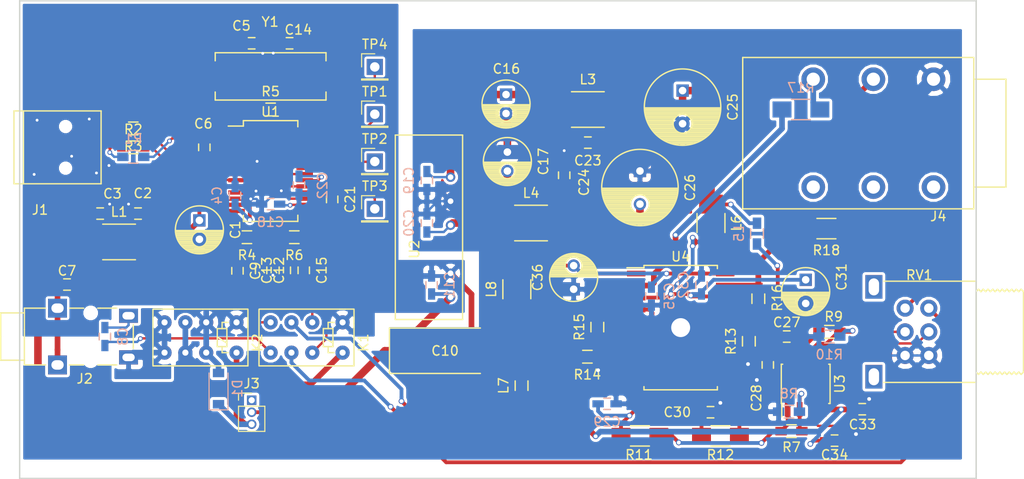
<source format=kicad_pcb>
(kicad_pcb (version 4) (host pcbnew 4.0.6)

  (general
    (links 163)
    (no_connects 0)
    (area 12.924999 12.924999 114.075001 63.575001)
    (thickness 1.6)
    (drawings 5)
    (tracks 662)
    (zones 0)
    (modules 78)
    (nets 64)
  )

  (page A4)
  (layers
    (0 F.Cu signal)
    (31 B.Cu signal)
    (32 B.Adhes user)
    (33 F.Adhes user)
    (34 B.Paste user)
    (35 F.Paste user)
    (36 B.SilkS user)
    (37 F.SilkS user)
    (38 B.Mask user)
    (39 F.Mask user)
    (40 Dwgs.User user)
    (41 Cmts.User user)
    (42 Eco1.User user)
    (43 Eco2.User user)
    (44 Edge.Cuts user)
    (45 Margin user)
    (46 B.CrtYd user)
    (47 F.CrtYd user)
    (48 B.Fab user hide)
    (49 F.Fab user hide)
  )

  (setup
    (last_trace_width 0.6)
    (user_trace_width 0.2)
    (user_trace_width 0.25)
    (user_trace_width 0.6)
    (user_trace_width 0.8)
    (user_trace_width 1.5)
    (trace_clearance 0.2)
    (zone_clearance 0.3)
    (zone_45_only no)
    (trace_min 0.2)
    (segment_width 0.2)
    (edge_width 0.15)
    (via_size 0.6)
    (via_drill 0.4)
    (via_min_size 0.4)
    (via_min_drill 0.3)
    (user_via 0.5 0.3)
    (user_via 1.3 1)
    (uvia_size 0.3)
    (uvia_drill 0.1)
    (uvias_allowed no)
    (uvia_min_size 0.2)
    (uvia_min_drill 0.1)
    (pcb_text_width 0.3)
    (pcb_text_size 1.5 1.5)
    (mod_edge_width 0.15)
    (mod_text_size 1 1)
    (mod_text_width 0.15)
    (pad_size 1.524 1.524)
    (pad_drill 0.762)
    (pad_to_mask_clearance 0.2)
    (aux_axis_origin 0 0)
    (visible_elements FFFFFFFF)
    (pcbplotparams
      (layerselection 0x00030_80000001)
      (usegerberextensions false)
      (excludeedgelayer true)
      (linewidth 0.100000)
      (plotframeref false)
      (viasonmask false)
      (mode 1)
      (useauxorigin false)
      (hpglpennumber 1)
      (hpglpenspeed 20)
      (hpglpendiameter 15)
      (hpglpenoverlay 2)
      (psnegative false)
      (psa4output false)
      (plotreference true)
      (plotvalue true)
      (plotinvisibletext false)
      (padsonsilk false)
      (subtractmaskfromsilk false)
      (outputformat 1)
      (mirror false)
      (drillshape 1)
      (scaleselection 1)
      (outputdirectory ""))
  )

  (net 0 "")
  (net 1 Earth)
  (net 2 "Net-(C1-Pad1)")
  (net 3 +5V)
  (net 4 "Net-(C4-Pad2)")
  (net 5 "Net-(C5-Pad1)")
  (net 6 +3V3)
  (net 7 "Net-(C7-Pad2)")
  (net 8 "Net-(C7-Pad1)")
  (net 9 "Net-(C8-Pad2)")
  (net 10 "Net-(C8-Pad1)")
  (net 11 /LUSB)
  (net 12 "Net-(C9-Pad1)")
  (net 13 "Net-(C12-Pad1)")
  (net 14 "Net-(C13-Pad2)")
  (net 15 "Net-(C14-Pad1)")
  (net 16 /RUSB)
  (net 17 "Net-(C15-Pad1)")
  (net 18 GNDPWR)
  (net 19 "Net-(C16-Pad1)")
  (net 20 "Net-(C17-Pad2)")
  (net 21 "Net-(C18-Pad2)")
  (net 22 "Net-(C21-Pad1)")
  (net 23 "Net-(C22-Pad2)")
  (net 24 +12V)
  (net 25 -12V)
  (net 26 "Net-(C27-Pad1)")
  (net 27 "Net-(C29-Pad1)")
  (net 28 "Net-(C30-Pad1)")
  (net 29 "Net-(C31-Pad1)")
  (net 30 "Net-(C33-Pad2)")
  (net 31 "Net-(C35-Pad2)")
  (net 32 "Net-(D1-Pad1)")
  (net 33 "Net-(J1-Pad4)")
  (net 34 /D+)
  (net 35 /D-)
  (net 36 GNDA)
  (net 37 "Net-(J3-Pad1)")
  (net 38 "Net-(J4-Pad4)")
  (net 39 "Net-(J4-Pad6)")
  (net 40 "Net-(J4-Pad5)")
  (net 41 "Net-(J4-Pad2)")
  (net 42 "Net-(J4-Pad3)")
  (net 43 "Net-(K1-Pad6)")
  (net 44 "Net-(K1-Pad3)")
  (net 45 "Net-(R2-Pad2)")
  (net 46 "Net-(R3-Pad1)")
  (net 47 "Net-(R7-Pad2)")
  (net 48 "Net-(R11-Pad2)")
  (net 49 "Net-(R10-Pad2)")
  (net 50 "Net-(R12-Pad2)")
  (net 51 "Net-(R13-Pad2)")
  (net 52 "Net-(R14-Pad1)")
  (net 53 "Net-(R15-Pad2)")
  (net 54 "Net-(R16-Pad1)")
  (net 55 "Net-(RV1-Pad12)")
  (net 56 "Net-(RV1-Pad22)")
  (net 57 "Net-(TP1-Pad1)")
  (net 58 "Net-(TP2-Pad1)")
  (net 59 "Net-(TP3-Pad1)")
  (net 60 "Net-(U1-Pad5)")
  (net 61 "Net-(U1-Pad3)")
  (net 62 "Net-(U1-Pad2)")
  (net 63 "Net-(TP4-Pad1)")

  (net_class Default "This is the default net class."
    (clearance 0.2)
    (trace_width 0.4)
    (via_dia 0.6)
    (via_drill 0.4)
    (uvia_dia 0.3)
    (uvia_drill 0.1)
    (add_net +12V)
    (add_net +3V3)
    (add_net +5V)
    (add_net -12V)
    (add_net /D+)
    (add_net /D-)
    (add_net /LUSB)
    (add_net /RUSB)
    (add_net Earth)
    (add_net GNDA)
    (add_net GNDPWR)
    (add_net "Net-(C1-Pad1)")
    (add_net "Net-(C12-Pad1)")
    (add_net "Net-(C13-Pad2)")
    (add_net "Net-(C14-Pad1)")
    (add_net "Net-(C15-Pad1)")
    (add_net "Net-(C16-Pad1)")
    (add_net "Net-(C17-Pad2)")
    (add_net "Net-(C18-Pad2)")
    (add_net "Net-(C21-Pad1)")
    (add_net "Net-(C22-Pad2)")
    (add_net "Net-(C27-Pad1)")
    (add_net "Net-(C29-Pad1)")
    (add_net "Net-(C30-Pad1)")
    (add_net "Net-(C31-Pad1)")
    (add_net "Net-(C33-Pad2)")
    (add_net "Net-(C35-Pad2)")
    (add_net "Net-(C4-Pad2)")
    (add_net "Net-(C5-Pad1)")
    (add_net "Net-(C7-Pad1)")
    (add_net "Net-(C7-Pad2)")
    (add_net "Net-(C8-Pad1)")
    (add_net "Net-(C8-Pad2)")
    (add_net "Net-(C9-Pad1)")
    (add_net "Net-(D1-Pad1)")
    (add_net "Net-(J1-Pad4)")
    (add_net "Net-(J3-Pad1)")
    (add_net "Net-(J4-Pad2)")
    (add_net "Net-(J4-Pad3)")
    (add_net "Net-(J4-Pad4)")
    (add_net "Net-(J4-Pad5)")
    (add_net "Net-(J4-Pad6)")
    (add_net "Net-(K1-Pad3)")
    (add_net "Net-(K1-Pad6)")
    (add_net "Net-(R10-Pad2)")
    (add_net "Net-(R11-Pad2)")
    (add_net "Net-(R12-Pad2)")
    (add_net "Net-(R13-Pad2)")
    (add_net "Net-(R14-Pad1)")
    (add_net "Net-(R15-Pad2)")
    (add_net "Net-(R16-Pad1)")
    (add_net "Net-(R2-Pad2)")
    (add_net "Net-(R3-Pad1)")
    (add_net "Net-(R7-Pad2)")
    (add_net "Net-(RV1-Pad12)")
    (add_net "Net-(RV1-Pad22)")
    (add_net "Net-(TP1-Pad1)")
    (add_net "Net-(TP2-Pad1)")
    (add_net "Net-(TP3-Pad1)")
    (add_net "Net-(TP4-Pad1)")
    (add_net "Net-(U1-Pad2)")
    (add_net "Net-(U1-Pad3)")
    (add_net "Net-(U1-Pad5)")
  )

  (module Connectors:USB_Mini-B (layer F.Cu) (tedit 5543E571) (tstamp 5978A85A)
    (at 17 28.5)
    (descr "USB Mini-B 5-pin SMD connector")
    (tags "USB USB_B USB_Mini connector")
    (path /5976A1B4)
    (attr smd)
    (fp_text reference J1 (at -1.85 6.61) (layer F.SilkS)
      (effects (font (size 1 1) (thickness 0.15)))
    )
    (fp_text value USB_OTG (at 0 -7.0993) (layer F.Fab)
      (effects (font (size 1 1) (thickness 0.15)))
    )
    (fp_line (start 4.59994 -3.85064) (end -4.59994 -3.85064) (layer F.SilkS) (width 0.15))
    (fp_line (start 4.59994 3.85064) (end 4.59994 -3.85064) (layer F.SilkS) (width 0.15))
    (fp_line (start -4.59994 3.85064) (end 4.59994 3.85064) (layer F.SilkS) (width 0.15))
    (fp_line (start -4.59994 -3.85064) (end -4.59994 3.85064) (layer F.SilkS) (width 0.15))
    (fp_line (start -3.59918 -3.85064) (end -3.59918 3.85064) (layer F.SilkS) (width 0.15))
    (fp_line (start -4.85 5.7) (end -4.85 -5.7) (layer F.CrtYd) (width 0.05))
    (fp_line (start 4.85 5.7) (end -4.85 5.7) (layer F.CrtYd) (width 0.05))
    (fp_line (start 4.85 -5.7) (end 4.85 5.7) (layer F.CrtYd) (width 0.05))
    (fp_line (start -4.85 -5.7) (end 4.85 -5.7) (layer F.CrtYd) (width 0.05))
    (pad "" np_thru_hole circle (at 0.8509 2.19964) (size 0.89916 0.89916) (drill 0.89916) (layers *.Cu *.Mask))
    (pad "" np_thru_hole circle (at 0.8509 -2.19964) (size 0.89916 0.89916) (drill 0.89916) (layers *.Cu *.Mask))
    (pad 6 smd rect (at -2.14884 4.45008) (size 2.49936 1.99898) (layers F.Cu F.Paste F.Mask)
      (net 1 Earth))
    (pad 6 smd rect (at 3.35026 4.45008) (size 2.49936 1.99898) (layers F.Cu F.Paste F.Mask)
      (net 1 Earth))
    (pad 6 smd rect (at -2.14884 -4.45008) (size 2.49936 1.99898) (layers F.Cu F.Paste F.Mask)
      (net 1 Earth))
    (pad 6 smd rect (at 3.35026 -4.45008) (size 2.49936 1.99898) (layers F.Cu F.Paste F.Mask)
      (net 1 Earth))
    (pad 5 smd rect (at 3.44932 1.6002) (size 2.30124 0.50038) (layers F.Cu F.Paste F.Mask)
      (net 1 Earth))
    (pad 4 smd rect (at 3.44932 0.8001) (size 2.30124 0.50038) (layers F.Cu F.Paste F.Mask)
      (net 33 "Net-(J1-Pad4)"))
    (pad 3 smd rect (at 3.44932 0) (size 2.30124 0.50038) (layers F.Cu F.Paste F.Mask)
      (net 34 /D+))
    (pad 2 smd rect (at 3.44932 -0.8001) (size 2.30124 0.50038) (layers F.Cu F.Paste F.Mask)
      (net 35 /D-))
    (pad 1 smd rect (at 3.44932 -1.6002) (size 2.30124 0.50038) (layers F.Cu F.Paste F.Mask)
      (net 3 +5V))
  )

  (module Capacitors_THT:C_Radial_D5_L11_P2 (layer F.Cu) (tedit 0) (tstamp 5978A773)
    (at 31.98 36.22 270)
    (descr "Radial Electrolytic Capacitor 5mm x Length 11mm, Pitch 2mm")
    (tags "Electrolytic Capacitor")
    (path /5934B839)
    (fp_text reference C1 (at 1 -3.8 270) (layer F.SilkS)
      (effects (font (size 1 1) (thickness 0.15)))
    )
    (fp_text value 10u (at 1 3.8 270) (layer F.Fab)
      (effects (font (size 1 1) (thickness 0.15)))
    )
    (fp_circle (center 1 0) (end 1 -2.8) (layer F.CrtYd) (width 0.05))
    (fp_circle (center 1 0) (end 1 -2.5375) (layer F.SilkS) (width 0.15))
    (fp_circle (center 2 0) (end 2 -0.8) (layer F.SilkS) (width 0.15))
    (fp_line (start 3.455 -0.472) (end 3.455 0.472) (layer F.SilkS) (width 0.15))
    (fp_line (start 3.315 -0.944) (end 3.315 0.944) (layer F.SilkS) (width 0.15))
    (fp_line (start 3.175 -1.233) (end 3.175 1.233) (layer F.SilkS) (width 0.15))
    (fp_line (start 3.035 -1.452) (end 3.035 1.452) (layer F.SilkS) (width 0.15))
    (fp_line (start 2.895 -1.631) (end 2.895 1.631) (layer F.SilkS) (width 0.15))
    (fp_line (start 2.755 0.265) (end 2.755 1.78) (layer F.SilkS) (width 0.15))
    (fp_line (start 2.755 -1.78) (end 2.755 -0.265) (layer F.SilkS) (width 0.15))
    (fp_line (start 2.615 0.512) (end 2.615 1.908) (layer F.SilkS) (width 0.15))
    (fp_line (start 2.615 -1.908) (end 2.615 -0.512) (layer F.SilkS) (width 0.15))
    (fp_line (start 2.475 0.644) (end 2.475 2.019) (layer F.SilkS) (width 0.15))
    (fp_line (start 2.475 -2.019) (end 2.475 -0.644) (layer F.SilkS) (width 0.15))
    (fp_line (start 2.335 0.726) (end 2.335 2.114) (layer F.SilkS) (width 0.15))
    (fp_line (start 2.335 -2.114) (end 2.335 -0.726) (layer F.SilkS) (width 0.15))
    (fp_line (start 2.195 0.776) (end 2.195 2.196) (layer F.SilkS) (width 0.15))
    (fp_line (start 2.195 -2.196) (end 2.195 -0.776) (layer F.SilkS) (width 0.15))
    (fp_line (start 2.055 0.798) (end 2.055 2.266) (layer F.SilkS) (width 0.15))
    (fp_line (start 2.055 -2.266) (end 2.055 -0.798) (layer F.SilkS) (width 0.15))
    (fp_line (start 1.915 0.795) (end 1.915 2.327) (layer F.SilkS) (width 0.15))
    (fp_line (start 1.915 -2.327) (end 1.915 -0.795) (layer F.SilkS) (width 0.15))
    (fp_line (start 1.775 0.768) (end 1.775 2.377) (layer F.SilkS) (width 0.15))
    (fp_line (start 1.775 -2.377) (end 1.775 -0.768) (layer F.SilkS) (width 0.15))
    (fp_line (start 1.635 0.712) (end 1.635 2.418) (layer F.SilkS) (width 0.15))
    (fp_line (start 1.635 -2.418) (end 1.635 -0.712) (layer F.SilkS) (width 0.15))
    (fp_line (start 1.495 0.62) (end 1.495 2.451) (layer F.SilkS) (width 0.15))
    (fp_line (start 1.495 -2.451) (end 1.495 -0.62) (layer F.SilkS) (width 0.15))
    (fp_line (start 1.355 0.473) (end 1.355 2.475) (layer F.SilkS) (width 0.15))
    (fp_line (start 1.355 -2.475) (end 1.355 -0.473) (layer F.SilkS) (width 0.15))
    (fp_line (start 1.215 0.154) (end 1.215 2.491) (layer F.SilkS) (width 0.15))
    (fp_line (start 1.215 -2.491) (end 1.215 -0.154) (layer F.SilkS) (width 0.15))
    (fp_line (start 1.075 -2.499) (end 1.075 2.499) (layer F.SilkS) (width 0.15))
    (pad 2 thru_hole circle (at 2 0 270) (size 1.3 1.3) (drill 0.8) (layers *.Cu *.Mask)
      (net 1 Earth))
    (pad 1 thru_hole rect (at 0 0 270) (size 1.3 1.3) (drill 0.8) (layers *.Cu *.Mask)
      (net 2 "Net-(C1-Pad1)"))
    (model Capacitors_ThroughHole.3dshapes/C_Radial_D5_L11_P2.wrl
      (at (xyz 0 0 0))
      (scale (xyz 1 1 1))
      (rotate (xyz 0 0 0))
    )
  )

  (module Capacitors_SMD:C_0603_HandSoldering (layer F.Cu) (tedit 541A9B4D) (tstamp 5978A779)
    (at 25.5 35.5)
    (descr "Capacitor SMD 0603, hand soldering")
    (tags "capacitor 0603")
    (path /5934BF3E)
    (attr smd)
    (fp_text reference C2 (at 0.51 -2.14) (layer F.SilkS)
      (effects (font (size 1 1) (thickness 0.15)))
    )
    (fp_text value 100n (at 0 1.9) (layer F.Fab)
      (effects (font (size 1 1) (thickness 0.15)))
    )
    (fp_line (start 0.35 0.6) (end -0.35 0.6) (layer F.SilkS) (width 0.15))
    (fp_line (start -0.35 -0.6) (end 0.35 -0.6) (layer F.SilkS) (width 0.15))
    (fp_line (start 1.85 -0.75) (end 1.85 0.75) (layer F.CrtYd) (width 0.05))
    (fp_line (start -1.85 -0.75) (end -1.85 0.75) (layer F.CrtYd) (width 0.05))
    (fp_line (start -1.85 0.75) (end 1.85 0.75) (layer F.CrtYd) (width 0.05))
    (fp_line (start -1.85 -0.75) (end 1.85 -0.75) (layer F.CrtYd) (width 0.05))
    (fp_line (start -0.8 -0.4) (end 0.8 -0.4) (layer F.Fab) (width 0.15))
    (fp_line (start 0.8 -0.4) (end 0.8 0.4) (layer F.Fab) (width 0.15))
    (fp_line (start 0.8 0.4) (end -0.8 0.4) (layer F.Fab) (width 0.15))
    (fp_line (start -0.8 0.4) (end -0.8 -0.4) (layer F.Fab) (width 0.15))
    (pad 2 smd rect (at 0.95 0) (size 1.2 0.75) (layers F.Cu F.Paste F.Mask)
      (net 2 "Net-(C1-Pad1)"))
    (pad 1 smd rect (at -0.95 0) (size 1.2 0.75) (layers F.Cu F.Paste F.Mask)
      (net 1 Earth))
    (model Capacitors_SMD.3dshapes/C_0603_HandSoldering.wrl
      (at (xyz 0 0 0))
      (scale (xyz 1 1 1))
      (rotate (xyz 0 0 0))
    )
  )

  (module Capacitors_SMD:C_0603_HandSoldering (layer F.Cu) (tedit 541A9B4D) (tstamp 5978A77F)
    (at 21.5 35.5)
    (descr "Capacitor SMD 0603, hand soldering")
    (tags "capacitor 0603")
    (path /59305590)
    (attr smd)
    (fp_text reference C3 (at 1.3 -2.1) (layer F.SilkS)
      (effects (font (size 1 1) (thickness 0.15)))
    )
    (fp_text value 200n (at 0 1.9) (layer F.Fab)
      (effects (font (size 1 1) (thickness 0.15)))
    )
    (fp_line (start 0.35 0.6) (end -0.35 0.6) (layer F.SilkS) (width 0.15))
    (fp_line (start -0.35 -0.6) (end 0.35 -0.6) (layer F.SilkS) (width 0.15))
    (fp_line (start 1.85 -0.75) (end 1.85 0.75) (layer F.CrtYd) (width 0.05))
    (fp_line (start -1.85 -0.75) (end -1.85 0.75) (layer F.CrtYd) (width 0.05))
    (fp_line (start -1.85 0.75) (end 1.85 0.75) (layer F.CrtYd) (width 0.05))
    (fp_line (start -1.85 -0.75) (end 1.85 -0.75) (layer F.CrtYd) (width 0.05))
    (fp_line (start -0.8 -0.4) (end 0.8 -0.4) (layer F.Fab) (width 0.15))
    (fp_line (start 0.8 -0.4) (end 0.8 0.4) (layer F.Fab) (width 0.15))
    (fp_line (start 0.8 0.4) (end -0.8 0.4) (layer F.Fab) (width 0.15))
    (fp_line (start -0.8 0.4) (end -0.8 -0.4) (layer F.Fab) (width 0.15))
    (pad 2 smd rect (at 0.95 0) (size 1.2 0.75) (layers F.Cu F.Paste F.Mask)
      (net 1 Earth))
    (pad 1 smd rect (at -0.95 0) (size 1.2 0.75) (layers F.Cu F.Paste F.Mask)
      (net 3 +5V))
    (model Capacitors_SMD.3dshapes/C_0603_HandSoldering.wrl
      (at (xyz 0 0 0))
      (scale (xyz 1 1 1))
      (rotate (xyz 0 0 0))
    )
  )

  (module Capacitors_SMD:C_0603_HandSoldering (layer B.Cu) (tedit 541A9B4D) (tstamp 5978A785)
    (at 35.75 33.59 270)
    (descr "Capacitor SMD 0603, hand soldering")
    (tags "capacitor 0603")
    (path /5934A4BD)
    (attr smd)
    (fp_text reference C4 (at 0 1.9 270) (layer B.SilkS)
      (effects (font (size 1 1) (thickness 0.15)) (justify mirror))
    )
    (fp_text value 1u (at 0 -1.9 270) (layer B.Fab)
      (effects (font (size 1 1) (thickness 0.15)) (justify mirror))
    )
    (fp_line (start 0.35 -0.6) (end -0.35 -0.6) (layer B.SilkS) (width 0.15))
    (fp_line (start -0.35 0.6) (end 0.35 0.6) (layer B.SilkS) (width 0.15))
    (fp_line (start 1.85 0.75) (end 1.85 -0.75) (layer B.CrtYd) (width 0.05))
    (fp_line (start -1.85 0.75) (end -1.85 -0.75) (layer B.CrtYd) (width 0.05))
    (fp_line (start -1.85 -0.75) (end 1.85 -0.75) (layer B.CrtYd) (width 0.05))
    (fp_line (start -1.85 0.75) (end 1.85 0.75) (layer B.CrtYd) (width 0.05))
    (fp_line (start -0.8 0.4) (end 0.8 0.4) (layer B.Fab) (width 0.15))
    (fp_line (start 0.8 0.4) (end 0.8 -0.4) (layer B.Fab) (width 0.15))
    (fp_line (start 0.8 -0.4) (end -0.8 -0.4) (layer B.Fab) (width 0.15))
    (fp_line (start -0.8 -0.4) (end -0.8 0.4) (layer B.Fab) (width 0.15))
    (pad 2 smd rect (at 0.95 0 270) (size 1.2 0.75) (layers B.Cu B.Paste B.Mask)
      (net 4 "Net-(C4-Pad2)"))
    (pad 1 smd rect (at -0.95 0 270) (size 1.2 0.75) (layers B.Cu B.Paste B.Mask)
      (net 1 Earth))
    (model Capacitors_SMD.3dshapes/C_0603_HandSoldering.wrl
      (at (xyz 0 0 0))
      (scale (xyz 1 1 1))
      (rotate (xyz 0 0 0))
    )
  )

  (module Capacitors_SMD:C_0603_HandSoldering (layer F.Cu) (tedit 541A9B4D) (tstamp 5978A78B)
    (at 37.5 17.5)
    (descr "Capacitor SMD 0603, hand soldering")
    (tags "capacitor 0603")
    (path /59348C90)
    (attr smd)
    (fp_text reference C5 (at -1.08 -1.85) (layer F.SilkS)
      (effects (font (size 1 1) (thickness 0.15)))
    )
    (fp_text value 27p (at 0 1.9) (layer F.Fab)
      (effects (font (size 1 1) (thickness 0.15)))
    )
    (fp_line (start 0.35 0.6) (end -0.35 0.6) (layer F.SilkS) (width 0.15))
    (fp_line (start -0.35 -0.6) (end 0.35 -0.6) (layer F.SilkS) (width 0.15))
    (fp_line (start 1.85 -0.75) (end 1.85 0.75) (layer F.CrtYd) (width 0.05))
    (fp_line (start -1.85 -0.75) (end -1.85 0.75) (layer F.CrtYd) (width 0.05))
    (fp_line (start -1.85 0.75) (end 1.85 0.75) (layer F.CrtYd) (width 0.05))
    (fp_line (start -1.85 -0.75) (end 1.85 -0.75) (layer F.CrtYd) (width 0.05))
    (fp_line (start -0.8 -0.4) (end 0.8 -0.4) (layer F.Fab) (width 0.15))
    (fp_line (start 0.8 -0.4) (end 0.8 0.4) (layer F.Fab) (width 0.15))
    (fp_line (start 0.8 0.4) (end -0.8 0.4) (layer F.Fab) (width 0.15))
    (fp_line (start -0.8 0.4) (end -0.8 -0.4) (layer F.Fab) (width 0.15))
    (pad 2 smd rect (at 0.95 0) (size 1.2 0.75) (layers F.Cu F.Paste F.Mask)
      (net 1 Earth))
    (pad 1 smd rect (at -0.95 0) (size 1.2 0.75) (layers F.Cu F.Paste F.Mask)
      (net 5 "Net-(C5-Pad1)"))
    (model Capacitors_SMD.3dshapes/C_0603_HandSoldering.wrl
      (at (xyz 0 0 0))
      (scale (xyz 1 1 1))
      (rotate (xyz 0 0 0))
    )
  )

  (module Capacitors_SMD:C_0603_HandSoldering (layer F.Cu) (tedit 541A9B4D) (tstamp 5978A791)
    (at 32.5 28.5 90)
    (descr "Capacitor SMD 0603, hand soldering")
    (tags "capacitor 0603")
    (path /5934D473)
    (attr smd)
    (fp_text reference C6 (at 2.5 -0.1 180) (layer F.SilkS)
      (effects (font (size 1 1) (thickness 0.15)))
    )
    (fp_text value 200n (at 0 1.9 90) (layer F.Fab)
      (effects (font (size 1 1) (thickness 0.15)))
    )
    (fp_line (start 0.35 0.6) (end -0.35 0.6) (layer F.SilkS) (width 0.15))
    (fp_line (start -0.35 -0.6) (end 0.35 -0.6) (layer F.SilkS) (width 0.15))
    (fp_line (start 1.85 -0.75) (end 1.85 0.75) (layer F.CrtYd) (width 0.05))
    (fp_line (start -1.85 -0.75) (end -1.85 0.75) (layer F.CrtYd) (width 0.05))
    (fp_line (start -1.85 0.75) (end 1.85 0.75) (layer F.CrtYd) (width 0.05))
    (fp_line (start -1.85 -0.75) (end 1.85 -0.75) (layer F.CrtYd) (width 0.05))
    (fp_line (start -0.8 -0.4) (end 0.8 -0.4) (layer F.Fab) (width 0.15))
    (fp_line (start 0.8 -0.4) (end 0.8 0.4) (layer F.Fab) (width 0.15))
    (fp_line (start 0.8 0.4) (end -0.8 0.4) (layer F.Fab) (width 0.15))
    (fp_line (start -0.8 0.4) (end -0.8 -0.4) (layer F.Fab) (width 0.15))
    (pad 2 smd rect (at 0.95 0 90) (size 1.2 0.75) (layers F.Cu F.Paste F.Mask)
      (net 6 +3V3))
    (pad 1 smd rect (at -0.95 0 90) (size 1.2 0.75) (layers F.Cu F.Paste F.Mask)
      (net 1 Earth))
    (model Capacitors_SMD.3dshapes/C_0603_HandSoldering.wrl
      (at (xyz 0 0 0))
      (scale (xyz 1 1 1))
      (rotate (xyz 0 0 0))
    )
  )

  (module Capacitors_SMD:C_0603_HandSoldering (layer F.Cu) (tedit 541A9B4D) (tstamp 5978A797)
    (at 18 43 180)
    (descr "Capacitor SMD 0603, hand soldering")
    (tags "capacitor 0603")
    (path /5935AC3B)
    (attr smd)
    (fp_text reference C7 (at 0 1.45 180) (layer F.SilkS)
      (effects (font (size 1 1) (thickness 0.15)))
    )
    (fp_text value 1u (at 0 1.9 180) (layer F.Fab)
      (effects (font (size 1 1) (thickness 0.15)))
    )
    (fp_line (start 0.35 0.6) (end -0.35 0.6) (layer F.SilkS) (width 0.15))
    (fp_line (start -0.35 -0.6) (end 0.35 -0.6) (layer F.SilkS) (width 0.15))
    (fp_line (start 1.85 -0.75) (end 1.85 0.75) (layer F.CrtYd) (width 0.05))
    (fp_line (start -1.85 -0.75) (end -1.85 0.75) (layer F.CrtYd) (width 0.05))
    (fp_line (start -1.85 0.75) (end 1.85 0.75) (layer F.CrtYd) (width 0.05))
    (fp_line (start -1.85 -0.75) (end 1.85 -0.75) (layer F.CrtYd) (width 0.05))
    (fp_line (start -0.8 -0.4) (end 0.8 -0.4) (layer F.Fab) (width 0.15))
    (fp_line (start 0.8 -0.4) (end 0.8 0.4) (layer F.Fab) (width 0.15))
    (fp_line (start 0.8 0.4) (end -0.8 0.4) (layer F.Fab) (width 0.15))
    (fp_line (start -0.8 0.4) (end -0.8 -0.4) (layer F.Fab) (width 0.15))
    (pad 2 smd rect (at 0.95 0 180) (size 1.2 0.75) (layers F.Cu F.Paste F.Mask)
      (net 7 "Net-(C7-Pad2)"))
    (pad 1 smd rect (at -0.95 0 180) (size 1.2 0.75) (layers F.Cu F.Paste F.Mask)
      (net 8 "Net-(C7-Pad1)"))
    (model Capacitors_SMD.3dshapes/C_0603_HandSoldering.wrl
      (at (xyz 0 0 0))
      (scale (xyz 1 1 1))
      (rotate (xyz 0 0 0))
    )
  )

  (module Capacitors_SMD:C_0603_HandSoldering (layer B.Cu) (tedit 541A9B4D) (tstamp 5978A79D)
    (at 22 48.5 90)
    (descr "Capacitor SMD 0603, hand soldering")
    (tags "capacitor 0603")
    (path /5935A9B7)
    (attr smd)
    (fp_text reference C8 (at 0 1.9 90) (layer B.SilkS)
      (effects (font (size 1 1) (thickness 0.15)) (justify mirror))
    )
    (fp_text value 1u (at 0 -1.9 90) (layer B.Fab)
      (effects (font (size 1 1) (thickness 0.15)) (justify mirror))
    )
    (fp_line (start 0.35 -0.6) (end -0.35 -0.6) (layer B.SilkS) (width 0.15))
    (fp_line (start -0.35 0.6) (end 0.35 0.6) (layer B.SilkS) (width 0.15))
    (fp_line (start 1.85 0.75) (end 1.85 -0.75) (layer B.CrtYd) (width 0.05))
    (fp_line (start -1.85 0.75) (end -1.85 -0.75) (layer B.CrtYd) (width 0.05))
    (fp_line (start -1.85 -0.75) (end 1.85 -0.75) (layer B.CrtYd) (width 0.05))
    (fp_line (start -1.85 0.75) (end 1.85 0.75) (layer B.CrtYd) (width 0.05))
    (fp_line (start -0.8 0.4) (end 0.8 0.4) (layer B.Fab) (width 0.15))
    (fp_line (start 0.8 0.4) (end 0.8 -0.4) (layer B.Fab) (width 0.15))
    (fp_line (start 0.8 -0.4) (end -0.8 -0.4) (layer B.Fab) (width 0.15))
    (fp_line (start -0.8 -0.4) (end -0.8 0.4) (layer B.Fab) (width 0.15))
    (pad 2 smd rect (at 0.95 0 90) (size 1.2 0.75) (layers B.Cu B.Paste B.Mask)
      (net 9 "Net-(C8-Pad2)"))
    (pad 1 smd rect (at -0.95 0 90) (size 1.2 0.75) (layers B.Cu B.Paste B.Mask)
      (net 10 "Net-(C8-Pad1)"))
    (model Capacitors_SMD.3dshapes/C_0603_HandSoldering.wrl
      (at (xyz 0 0 0))
      (scale (xyz 1 1 1))
      (rotate (xyz 0 0 0))
    )
  )

  (module Capacitors_SMD:C_0603_HandSoldering (layer F.Cu) (tedit 541A9B4D) (tstamp 5978A7A3)
    (at 36 41.55 270)
    (descr "Capacitor SMD 0603, hand soldering")
    (tags "capacitor 0603")
    (path /593501B5)
    (attr smd)
    (fp_text reference C9 (at 0 -1.9 270) (layer F.SilkS)
      (effects (font (size 1 1) (thickness 0.15)))
    )
    (fp_text value 1u (at 0 1.9 270) (layer F.Fab)
      (effects (font (size 1 1) (thickness 0.15)))
    )
    (fp_line (start 0.35 0.6) (end -0.35 0.6) (layer F.SilkS) (width 0.15))
    (fp_line (start -0.35 -0.6) (end 0.35 -0.6) (layer F.SilkS) (width 0.15))
    (fp_line (start 1.85 -0.75) (end 1.85 0.75) (layer F.CrtYd) (width 0.05))
    (fp_line (start -1.85 -0.75) (end -1.85 0.75) (layer F.CrtYd) (width 0.05))
    (fp_line (start -1.85 0.75) (end 1.85 0.75) (layer F.CrtYd) (width 0.05))
    (fp_line (start -1.85 -0.75) (end 1.85 -0.75) (layer F.CrtYd) (width 0.05))
    (fp_line (start -0.8 -0.4) (end 0.8 -0.4) (layer F.Fab) (width 0.15))
    (fp_line (start 0.8 -0.4) (end 0.8 0.4) (layer F.Fab) (width 0.15))
    (fp_line (start 0.8 0.4) (end -0.8 0.4) (layer F.Fab) (width 0.15))
    (fp_line (start -0.8 0.4) (end -0.8 -0.4) (layer F.Fab) (width 0.15))
    (pad 2 smd rect (at 0.95 0 270) (size 1.2 0.75) (layers F.Cu F.Paste F.Mask)
      (net 11 /LUSB))
    (pad 1 smd rect (at -0.95 0 270) (size 1.2 0.75) (layers F.Cu F.Paste F.Mask)
      (net 12 "Net-(C9-Pad1)"))
    (model Capacitors_SMD.3dshapes/C_0603_HandSoldering.wrl
      (at (xyz 0 0 0))
      (scale (xyz 1 1 1))
      (rotate (xyz 0 0 0))
    )
  )

  (module Capacitors_Tantalum_SMD:Tantalum_Case-D_EIA-7343-31_Hand (layer F.Cu) (tedit 57B6E980) (tstamp 5978A7A9)
    (at 58 50)
    (descr "Tantalum capacitor, Case D, EIA 7343-31, 7.3x4.3x2.8mm, Hand soldering footprint")
    (tags "capacitor tantalum smd")
    (path /593055F7)
    (attr smd)
    (fp_text reference C10 (at -0.08 0.01) (layer F.SilkS)
      (effects (font (size 1 1) (thickness 0.15)))
    )
    (fp_text value 100u (at 0 3.9) (layer F.Fab)
      (effects (font (size 1 1) (thickness 0.15)))
    )
    (fp_line (start -5.95 -2.4) (end -5.95 2.4) (layer F.SilkS) (width 0.15))
    (fp_line (start -5.95 2.4) (end 3.65 2.4) (layer F.SilkS) (width 0.15))
    (fp_line (start -5.95 -2.4) (end 3.65 -2.4) (layer F.SilkS) (width 0.15))
    (fp_line (start -2.555 -2.15) (end -2.555 2.15) (layer F.Fab) (width 0.15))
    (fp_line (start -2.92 -2.15) (end -2.92 2.15) (layer F.Fab) (width 0.15))
    (fp_line (start 3.65 -2.15) (end -3.65 -2.15) (layer F.Fab) (width 0.15))
    (fp_line (start 3.65 2.15) (end 3.65 -2.15) (layer F.Fab) (width 0.15))
    (fp_line (start -3.65 2.15) (end 3.65 2.15) (layer F.Fab) (width 0.15))
    (fp_line (start -3.65 -2.15) (end -3.65 2.15) (layer F.Fab) (width 0.15))
    (fp_line (start 6.05 -2.5) (end -6.05 -2.5) (layer F.CrtYd) (width 0.05))
    (fp_line (start 6.05 2.5) (end 6.05 -2.5) (layer F.CrtYd) (width 0.05))
    (fp_line (start -6.05 2.5) (end 6.05 2.5) (layer F.CrtYd) (width 0.05))
    (fp_line (start -6.05 -2.5) (end -6.05 2.5) (layer F.CrtYd) (width 0.05))
    (pad 2 smd rect (at 3.775 0) (size 3.75 2.7) (layers F.Cu F.Paste F.Mask)
      (net 1 Earth))
    (pad 1 smd rect (at -3.775 0) (size 3.75 2.7) (layers F.Cu F.Paste F.Mask)
      (net 3 +5V))
    (model Capacitors_Tantalum_SMD.3dshapes/Tantalum_Case-D_EIA-7343-31.wrl
      (at (xyz 0 0 0))
      (scale (xyz 1 1 1))
      (rotate (xyz 0 0 0))
    )
  )

  (module Capacitors_SMD:C_0603_HandSoldering (layer B.Cu) (tedit 541A9B4D) (tstamp 5978A7AF)
    (at 56.5 43.05 90)
    (descr "Capacitor SMD 0603, hand soldering")
    (tags "capacitor 0603")
    (path /5930565F)
    (attr smd)
    (fp_text reference C11 (at 0 1.9 90) (layer B.SilkS)
      (effects (font (size 1 1) (thickness 0.15)) (justify mirror))
    )
    (fp_text value 100n (at 0 -1.9 90) (layer B.Fab)
      (effects (font (size 1 1) (thickness 0.15)) (justify mirror))
    )
    (fp_line (start 0.35 -0.6) (end -0.35 -0.6) (layer B.SilkS) (width 0.15))
    (fp_line (start -0.35 0.6) (end 0.35 0.6) (layer B.SilkS) (width 0.15))
    (fp_line (start 1.85 0.75) (end 1.85 -0.75) (layer B.CrtYd) (width 0.05))
    (fp_line (start -1.85 0.75) (end -1.85 -0.75) (layer B.CrtYd) (width 0.05))
    (fp_line (start -1.85 -0.75) (end 1.85 -0.75) (layer B.CrtYd) (width 0.05))
    (fp_line (start -1.85 0.75) (end 1.85 0.75) (layer B.CrtYd) (width 0.05))
    (fp_line (start -0.8 0.4) (end 0.8 0.4) (layer B.Fab) (width 0.15))
    (fp_line (start 0.8 0.4) (end 0.8 -0.4) (layer B.Fab) (width 0.15))
    (fp_line (start 0.8 -0.4) (end -0.8 -0.4) (layer B.Fab) (width 0.15))
    (fp_line (start -0.8 -0.4) (end -0.8 0.4) (layer B.Fab) (width 0.15))
    (pad 2 smd rect (at 0.95 0 90) (size 1.2 0.75) (layers B.Cu B.Paste B.Mask)
      (net 1 Earth))
    (pad 1 smd rect (at -0.95 0 90) (size 1.2 0.75) (layers B.Cu B.Paste B.Mask)
      (net 3 +5V))
    (model Capacitors_SMD.3dshapes/C_0603_HandSoldering.wrl
      (at (xyz 0 0 0))
      (scale (xyz 1 1 1))
      (rotate (xyz 0 0 0))
    )
  )

  (module Capacitors_SMD:C_0603_HandSoldering (layer F.Cu) (tedit 541A9B4D) (tstamp 5978A7B5)
    (at 38.5 41.5 270)
    (descr "Capacitor SMD 0603, hand soldering")
    (tags "capacitor 0603")
    (path /5934FA03)
    (attr smd)
    (fp_text reference C12 (at 0 -1.9 270) (layer F.SilkS)
      (effects (font (size 1 1) (thickness 0.15)))
    )
    (fp_text value 22n (at 0 1.9 270) (layer F.Fab)
      (effects (font (size 1 1) (thickness 0.15)))
    )
    (fp_line (start 0.35 0.6) (end -0.35 0.6) (layer F.SilkS) (width 0.15))
    (fp_line (start -0.35 -0.6) (end 0.35 -0.6) (layer F.SilkS) (width 0.15))
    (fp_line (start 1.85 -0.75) (end 1.85 0.75) (layer F.CrtYd) (width 0.05))
    (fp_line (start -1.85 -0.75) (end -1.85 0.75) (layer F.CrtYd) (width 0.05))
    (fp_line (start -1.85 0.75) (end 1.85 0.75) (layer F.CrtYd) (width 0.05))
    (fp_line (start -1.85 -0.75) (end 1.85 -0.75) (layer F.CrtYd) (width 0.05))
    (fp_line (start -0.8 -0.4) (end 0.8 -0.4) (layer F.Fab) (width 0.15))
    (fp_line (start 0.8 -0.4) (end 0.8 0.4) (layer F.Fab) (width 0.15))
    (fp_line (start 0.8 0.4) (end -0.8 0.4) (layer F.Fab) (width 0.15))
    (fp_line (start -0.8 0.4) (end -0.8 -0.4) (layer F.Fab) (width 0.15))
    (pad 2 smd rect (at 0.95 0 270) (size 1.2 0.75) (layers F.Cu F.Paste F.Mask)
      (net 1 Earth))
    (pad 1 smd rect (at -0.95 0 270) (size 1.2 0.75) (layers F.Cu F.Paste F.Mask)
      (net 13 "Net-(C12-Pad1)"))
    (model Capacitors_SMD.3dshapes/C_0603_HandSoldering.wrl
      (at (xyz 0 0 0))
      (scale (xyz 1 1 1))
      (rotate (xyz 0 0 0))
    )
  )

  (module Capacitors_SMD:C_0603_HandSoldering (layer F.Cu) (tedit 541A9B4D) (tstamp 5978A7BB)
    (at 41 41.5 90)
    (descr "Capacitor SMD 0603, hand soldering")
    (tags "capacitor 0603")
    (path /5934F029)
    (attr smd)
    (fp_text reference C13 (at 0 -1.9 90) (layer F.SilkS)
      (effects (font (size 1 1) (thickness 0.15)))
    )
    (fp_text value 22n (at 0 1.9 90) (layer F.Fab)
      (effects (font (size 1 1) (thickness 0.15)))
    )
    (fp_line (start 0.35 0.6) (end -0.35 0.6) (layer F.SilkS) (width 0.15))
    (fp_line (start -0.35 -0.6) (end 0.35 -0.6) (layer F.SilkS) (width 0.15))
    (fp_line (start 1.85 -0.75) (end 1.85 0.75) (layer F.CrtYd) (width 0.05))
    (fp_line (start -1.85 -0.75) (end -1.85 0.75) (layer F.CrtYd) (width 0.05))
    (fp_line (start -1.85 0.75) (end 1.85 0.75) (layer F.CrtYd) (width 0.05))
    (fp_line (start -1.85 -0.75) (end 1.85 -0.75) (layer F.CrtYd) (width 0.05))
    (fp_line (start -0.8 -0.4) (end 0.8 -0.4) (layer F.Fab) (width 0.15))
    (fp_line (start 0.8 -0.4) (end 0.8 0.4) (layer F.Fab) (width 0.15))
    (fp_line (start 0.8 0.4) (end -0.8 0.4) (layer F.Fab) (width 0.15))
    (fp_line (start -0.8 0.4) (end -0.8 -0.4) (layer F.Fab) (width 0.15))
    (pad 2 smd rect (at 0.95 0 90) (size 1.2 0.75) (layers F.Cu F.Paste F.Mask)
      (net 14 "Net-(C13-Pad2)"))
    (pad 1 smd rect (at -0.95 0 90) (size 1.2 0.75) (layers F.Cu F.Paste F.Mask)
      (net 1 Earth))
    (model Capacitors_SMD.3dshapes/C_0603_HandSoldering.wrl
      (at (xyz 0 0 0))
      (scale (xyz 1 1 1))
      (rotate (xyz 0 0 0))
    )
  )

  (module Capacitors_SMD:C_0603_HandSoldering (layer F.Cu) (tedit 541A9B4D) (tstamp 5978A7C1)
    (at 41.5 17.5 180)
    (descr "Capacitor SMD 0603, hand soldering")
    (tags "capacitor 0603")
    (path /59348F37)
    (attr smd)
    (fp_text reference C14 (at -0.93 1.43 180) (layer F.SilkS)
      (effects (font (size 1 1) (thickness 0.15)))
    )
    (fp_text value 27p (at 0 1.9 180) (layer F.Fab)
      (effects (font (size 1 1) (thickness 0.15)))
    )
    (fp_line (start 0.35 0.6) (end -0.35 0.6) (layer F.SilkS) (width 0.15))
    (fp_line (start -0.35 -0.6) (end 0.35 -0.6) (layer F.SilkS) (width 0.15))
    (fp_line (start 1.85 -0.75) (end 1.85 0.75) (layer F.CrtYd) (width 0.05))
    (fp_line (start -1.85 -0.75) (end -1.85 0.75) (layer F.CrtYd) (width 0.05))
    (fp_line (start -1.85 0.75) (end 1.85 0.75) (layer F.CrtYd) (width 0.05))
    (fp_line (start -1.85 -0.75) (end 1.85 -0.75) (layer F.CrtYd) (width 0.05))
    (fp_line (start -0.8 -0.4) (end 0.8 -0.4) (layer F.Fab) (width 0.15))
    (fp_line (start 0.8 -0.4) (end 0.8 0.4) (layer F.Fab) (width 0.15))
    (fp_line (start 0.8 0.4) (end -0.8 0.4) (layer F.Fab) (width 0.15))
    (fp_line (start -0.8 0.4) (end -0.8 -0.4) (layer F.Fab) (width 0.15))
    (pad 2 smd rect (at 0.95 0 180) (size 1.2 0.75) (layers F.Cu F.Paste F.Mask)
      (net 1 Earth))
    (pad 1 smd rect (at -0.95 0 180) (size 1.2 0.75) (layers F.Cu F.Paste F.Mask)
      (net 15 "Net-(C14-Pad1)"))
    (model Capacitors_SMD.3dshapes/C_0603_HandSoldering.wrl
      (at (xyz 0 0 0))
      (scale (xyz 1 1 1))
      (rotate (xyz 0 0 0))
    )
  )

  (module Capacitors_SMD:C_0603_HandSoldering (layer F.Cu) (tedit 541A9B4D) (tstamp 5978A7C7)
    (at 43 41.5 270)
    (descr "Capacitor SMD 0603, hand soldering")
    (tags "capacitor 0603")
    (path /5934F52B)
    (attr smd)
    (fp_text reference C15 (at 0 -1.9 270) (layer F.SilkS)
      (effects (font (size 1 1) (thickness 0.15)))
    )
    (fp_text value 1u (at 0 1.9 270) (layer F.Fab)
      (effects (font (size 1 1) (thickness 0.15)))
    )
    (fp_line (start 0.35 0.6) (end -0.35 0.6) (layer F.SilkS) (width 0.15))
    (fp_line (start -0.35 -0.6) (end 0.35 -0.6) (layer F.SilkS) (width 0.15))
    (fp_line (start 1.85 -0.75) (end 1.85 0.75) (layer F.CrtYd) (width 0.05))
    (fp_line (start -1.85 -0.75) (end -1.85 0.75) (layer F.CrtYd) (width 0.05))
    (fp_line (start -1.85 0.75) (end 1.85 0.75) (layer F.CrtYd) (width 0.05))
    (fp_line (start -1.85 -0.75) (end 1.85 -0.75) (layer F.CrtYd) (width 0.05))
    (fp_line (start -0.8 -0.4) (end 0.8 -0.4) (layer F.Fab) (width 0.15))
    (fp_line (start 0.8 -0.4) (end 0.8 0.4) (layer F.Fab) (width 0.15))
    (fp_line (start 0.8 0.4) (end -0.8 0.4) (layer F.Fab) (width 0.15))
    (fp_line (start -0.8 0.4) (end -0.8 -0.4) (layer F.Fab) (width 0.15))
    (pad 2 smd rect (at 0.95 0 270) (size 1.2 0.75) (layers F.Cu F.Paste F.Mask)
      (net 16 /RUSB))
    (pad 1 smd rect (at -0.95 0 270) (size 1.2 0.75) (layers F.Cu F.Paste F.Mask)
      (net 17 "Net-(C15-Pad1)"))
    (model Capacitors_SMD.3dshapes/C_0603_HandSoldering.wrl
      (at (xyz 0 0 0))
      (scale (xyz 1 1 1))
      (rotate (xyz 0 0 0))
    )
  )

  (module Capacitors_THT:C_Radial_D5_L11_P2 (layer F.Cu) (tedit 0) (tstamp 5978A7CD)
    (at 64.36 22.92 270)
    (descr "Radial Electrolytic Capacitor 5mm x Length 11mm, Pitch 2mm")
    (tags "Electrolytic Capacitor")
    (path /59305A96)
    (fp_text reference C16 (at -2.72 -0.04 360) (layer F.SilkS)
      (effects (font (size 1 1) (thickness 0.15)))
    )
    (fp_text value 10u (at 1 3.8 270) (layer F.Fab)
      (effects (font (size 1 1) (thickness 0.15)))
    )
    (fp_circle (center 1 0) (end 1 -2.8) (layer F.CrtYd) (width 0.05))
    (fp_circle (center 1 0) (end 1 -2.5375) (layer F.SilkS) (width 0.15))
    (fp_circle (center 2 0) (end 2 -0.8) (layer F.SilkS) (width 0.15))
    (fp_line (start 3.455 -0.472) (end 3.455 0.472) (layer F.SilkS) (width 0.15))
    (fp_line (start 3.315 -0.944) (end 3.315 0.944) (layer F.SilkS) (width 0.15))
    (fp_line (start 3.175 -1.233) (end 3.175 1.233) (layer F.SilkS) (width 0.15))
    (fp_line (start 3.035 -1.452) (end 3.035 1.452) (layer F.SilkS) (width 0.15))
    (fp_line (start 2.895 -1.631) (end 2.895 1.631) (layer F.SilkS) (width 0.15))
    (fp_line (start 2.755 0.265) (end 2.755 1.78) (layer F.SilkS) (width 0.15))
    (fp_line (start 2.755 -1.78) (end 2.755 -0.265) (layer F.SilkS) (width 0.15))
    (fp_line (start 2.615 0.512) (end 2.615 1.908) (layer F.SilkS) (width 0.15))
    (fp_line (start 2.615 -1.908) (end 2.615 -0.512) (layer F.SilkS) (width 0.15))
    (fp_line (start 2.475 0.644) (end 2.475 2.019) (layer F.SilkS) (width 0.15))
    (fp_line (start 2.475 -2.019) (end 2.475 -0.644) (layer F.SilkS) (width 0.15))
    (fp_line (start 2.335 0.726) (end 2.335 2.114) (layer F.SilkS) (width 0.15))
    (fp_line (start 2.335 -2.114) (end 2.335 -0.726) (layer F.SilkS) (width 0.15))
    (fp_line (start 2.195 0.776) (end 2.195 2.196) (layer F.SilkS) (width 0.15))
    (fp_line (start 2.195 -2.196) (end 2.195 -0.776) (layer F.SilkS) (width 0.15))
    (fp_line (start 2.055 0.798) (end 2.055 2.266) (layer F.SilkS) (width 0.15))
    (fp_line (start 2.055 -2.266) (end 2.055 -0.798) (layer F.SilkS) (width 0.15))
    (fp_line (start 1.915 0.795) (end 1.915 2.327) (layer F.SilkS) (width 0.15))
    (fp_line (start 1.915 -2.327) (end 1.915 -0.795) (layer F.SilkS) (width 0.15))
    (fp_line (start 1.775 0.768) (end 1.775 2.377) (layer F.SilkS) (width 0.15))
    (fp_line (start 1.775 -2.377) (end 1.775 -0.768) (layer F.SilkS) (width 0.15))
    (fp_line (start 1.635 0.712) (end 1.635 2.418) (layer F.SilkS) (width 0.15))
    (fp_line (start 1.635 -2.418) (end 1.635 -0.712) (layer F.SilkS) (width 0.15))
    (fp_line (start 1.495 0.62) (end 1.495 2.451) (layer F.SilkS) (width 0.15))
    (fp_line (start 1.495 -2.451) (end 1.495 -0.62) (layer F.SilkS) (width 0.15))
    (fp_line (start 1.355 0.473) (end 1.355 2.475) (layer F.SilkS) (width 0.15))
    (fp_line (start 1.355 -2.475) (end 1.355 -0.473) (layer F.SilkS) (width 0.15))
    (fp_line (start 1.215 0.154) (end 1.215 2.491) (layer F.SilkS) (width 0.15))
    (fp_line (start 1.215 -2.491) (end 1.215 -0.154) (layer F.SilkS) (width 0.15))
    (fp_line (start 1.075 -2.499) (end 1.075 2.499) (layer F.SilkS) (width 0.15))
    (pad 2 thru_hole circle (at 2 0 270) (size 1.3 1.3) (drill 0.8) (layers *.Cu *.Mask)
      (net 18 GNDPWR))
    (pad 1 thru_hole rect (at 0 0 270) (size 1.3 1.3) (drill 0.8) (layers *.Cu *.Mask)
      (net 19 "Net-(C16-Pad1)"))
    (model Capacitors_ThroughHole.3dshapes/C_Radial_D5_L11_P2.wrl
      (at (xyz 0 0 0))
      (scale (xyz 1 1 1))
      (rotate (xyz 0 0 0))
    )
  )

  (module Capacitors_THT:C_Radial_D5_L11_P2 (layer F.Cu) (tedit 0) (tstamp 5978A7D3)
    (at 64.5 29 270)
    (descr "Radial Electrolytic Capacitor 5mm x Length 11mm, Pitch 2mm")
    (tags "Electrolytic Capacitor")
    (path /59305B29)
    (fp_text reference C17 (at 1 -3.8 270) (layer F.SilkS)
      (effects (font (size 1 1) (thickness 0.15)))
    )
    (fp_text value 10u (at 1 3.8 270) (layer F.Fab)
      (effects (font (size 1 1) (thickness 0.15)))
    )
    (fp_circle (center 1 0) (end 1 -2.8) (layer F.CrtYd) (width 0.05))
    (fp_circle (center 1 0) (end 1 -2.5375) (layer F.SilkS) (width 0.15))
    (fp_circle (center 2 0) (end 2 -0.8) (layer F.SilkS) (width 0.15))
    (fp_line (start 3.455 -0.472) (end 3.455 0.472) (layer F.SilkS) (width 0.15))
    (fp_line (start 3.315 -0.944) (end 3.315 0.944) (layer F.SilkS) (width 0.15))
    (fp_line (start 3.175 -1.233) (end 3.175 1.233) (layer F.SilkS) (width 0.15))
    (fp_line (start 3.035 -1.452) (end 3.035 1.452) (layer F.SilkS) (width 0.15))
    (fp_line (start 2.895 -1.631) (end 2.895 1.631) (layer F.SilkS) (width 0.15))
    (fp_line (start 2.755 0.265) (end 2.755 1.78) (layer F.SilkS) (width 0.15))
    (fp_line (start 2.755 -1.78) (end 2.755 -0.265) (layer F.SilkS) (width 0.15))
    (fp_line (start 2.615 0.512) (end 2.615 1.908) (layer F.SilkS) (width 0.15))
    (fp_line (start 2.615 -1.908) (end 2.615 -0.512) (layer F.SilkS) (width 0.15))
    (fp_line (start 2.475 0.644) (end 2.475 2.019) (layer F.SilkS) (width 0.15))
    (fp_line (start 2.475 -2.019) (end 2.475 -0.644) (layer F.SilkS) (width 0.15))
    (fp_line (start 2.335 0.726) (end 2.335 2.114) (layer F.SilkS) (width 0.15))
    (fp_line (start 2.335 -2.114) (end 2.335 -0.726) (layer F.SilkS) (width 0.15))
    (fp_line (start 2.195 0.776) (end 2.195 2.196) (layer F.SilkS) (width 0.15))
    (fp_line (start 2.195 -2.196) (end 2.195 -0.776) (layer F.SilkS) (width 0.15))
    (fp_line (start 2.055 0.798) (end 2.055 2.266) (layer F.SilkS) (width 0.15))
    (fp_line (start 2.055 -2.266) (end 2.055 -0.798) (layer F.SilkS) (width 0.15))
    (fp_line (start 1.915 0.795) (end 1.915 2.327) (layer F.SilkS) (width 0.15))
    (fp_line (start 1.915 -2.327) (end 1.915 -0.795) (layer F.SilkS) (width 0.15))
    (fp_line (start 1.775 0.768) (end 1.775 2.377) (layer F.SilkS) (width 0.15))
    (fp_line (start 1.775 -2.377) (end 1.775 -0.768) (layer F.SilkS) (width 0.15))
    (fp_line (start 1.635 0.712) (end 1.635 2.418) (layer F.SilkS) (width 0.15))
    (fp_line (start 1.635 -2.418) (end 1.635 -0.712) (layer F.SilkS) (width 0.15))
    (fp_line (start 1.495 0.62) (end 1.495 2.451) (layer F.SilkS) (width 0.15))
    (fp_line (start 1.495 -2.451) (end 1.495 -0.62) (layer F.SilkS) (width 0.15))
    (fp_line (start 1.355 0.473) (end 1.355 2.475) (layer F.SilkS) (width 0.15))
    (fp_line (start 1.355 -2.475) (end 1.355 -0.473) (layer F.SilkS) (width 0.15))
    (fp_line (start 1.215 0.154) (end 1.215 2.491) (layer F.SilkS) (width 0.15))
    (fp_line (start 1.215 -2.491) (end 1.215 -0.154) (layer F.SilkS) (width 0.15))
    (fp_line (start 1.075 -2.499) (end 1.075 2.499) (layer F.SilkS) (width 0.15))
    (pad 2 thru_hole circle (at 2 0 270) (size 1.3 1.3) (drill 0.8) (layers *.Cu *.Mask)
      (net 20 "Net-(C17-Pad2)"))
    (pad 1 thru_hole rect (at 0 0 270) (size 1.3 1.3) (drill 0.8) (layers *.Cu *.Mask)
      (net 18 GNDPWR))
    (model Capacitors_ThroughHole.3dshapes/C_Radial_D5_L11_P2.wrl
      (at (xyz 0 0 0))
      (scale (xyz 1 1 1))
      (rotate (xyz 0 0 0))
    )
  )

  (module Capacitors_SMD:C_0603_HandSoldering (layer B.Cu) (tedit 541A9B4D) (tstamp 5978A7D9)
    (at 39.5 34.5)
    (descr "Capacitor SMD 0603, hand soldering")
    (tags "capacitor 0603")
    (path /5934A59B)
    (attr smd)
    (fp_text reference C18 (at 0 1.9) (layer B.SilkS)
      (effects (font (size 1 1) (thickness 0.15)) (justify mirror))
    )
    (fp_text value 1u (at 0 -1.9) (layer B.Fab)
      (effects (font (size 1 1) (thickness 0.15)) (justify mirror))
    )
    (fp_line (start 0.35 -0.6) (end -0.35 -0.6) (layer B.SilkS) (width 0.15))
    (fp_line (start -0.35 0.6) (end 0.35 0.6) (layer B.SilkS) (width 0.15))
    (fp_line (start 1.85 0.75) (end 1.85 -0.75) (layer B.CrtYd) (width 0.05))
    (fp_line (start -1.85 0.75) (end -1.85 -0.75) (layer B.CrtYd) (width 0.05))
    (fp_line (start -1.85 -0.75) (end 1.85 -0.75) (layer B.CrtYd) (width 0.05))
    (fp_line (start -1.85 0.75) (end 1.85 0.75) (layer B.CrtYd) (width 0.05))
    (fp_line (start -0.8 0.4) (end 0.8 0.4) (layer B.Fab) (width 0.15))
    (fp_line (start 0.8 0.4) (end 0.8 -0.4) (layer B.Fab) (width 0.15))
    (fp_line (start 0.8 -0.4) (end -0.8 -0.4) (layer B.Fab) (width 0.15))
    (fp_line (start -0.8 -0.4) (end -0.8 0.4) (layer B.Fab) (width 0.15))
    (pad 2 smd rect (at 0.95 0) (size 1.2 0.75) (layers B.Cu B.Paste B.Mask)
      (net 21 "Net-(C18-Pad2)"))
    (pad 1 smd rect (at -0.95 0) (size 1.2 0.75) (layers B.Cu B.Paste B.Mask)
      (net 1 Earth))
    (model Capacitors_SMD.3dshapes/C_0603_HandSoldering.wrl
      (at (xyz 0 0 0))
      (scale (xyz 1 1 1))
      (rotate (xyz 0 0 0))
    )
  )

  (module Capacitors_SMD:C_0603_HandSoldering (layer B.Cu) (tedit 541A9B4D) (tstamp 5978A7DF)
    (at 56 32 270)
    (descr "Capacitor SMD 0603, hand soldering")
    (tags "capacitor 0603")
    (path /59305CF8)
    (attr smd)
    (fp_text reference C19 (at 0 1.9 270) (layer B.SilkS)
      (effects (font (size 1 1) (thickness 0.15)) (justify mirror))
    )
    (fp_text value 100n (at 0 -1.9 270) (layer B.Fab)
      (effects (font (size 1 1) (thickness 0.15)) (justify mirror))
    )
    (fp_line (start 0.35 -0.6) (end -0.35 -0.6) (layer B.SilkS) (width 0.15))
    (fp_line (start -0.35 0.6) (end 0.35 0.6) (layer B.SilkS) (width 0.15))
    (fp_line (start 1.85 0.75) (end 1.85 -0.75) (layer B.CrtYd) (width 0.05))
    (fp_line (start -1.85 0.75) (end -1.85 -0.75) (layer B.CrtYd) (width 0.05))
    (fp_line (start -1.85 -0.75) (end 1.85 -0.75) (layer B.CrtYd) (width 0.05))
    (fp_line (start -1.85 0.75) (end 1.85 0.75) (layer B.CrtYd) (width 0.05))
    (fp_line (start -0.8 0.4) (end 0.8 0.4) (layer B.Fab) (width 0.15))
    (fp_line (start 0.8 0.4) (end 0.8 -0.4) (layer B.Fab) (width 0.15))
    (fp_line (start 0.8 -0.4) (end -0.8 -0.4) (layer B.Fab) (width 0.15))
    (fp_line (start -0.8 -0.4) (end -0.8 0.4) (layer B.Fab) (width 0.15))
    (pad 2 smd rect (at 0.95 0 270) (size 1.2 0.75) (layers B.Cu B.Paste B.Mask)
      (net 18 GNDPWR))
    (pad 1 smd rect (at -0.95 0 270) (size 1.2 0.75) (layers B.Cu B.Paste B.Mask)
      (net 19 "Net-(C16-Pad1)"))
    (model Capacitors_SMD.3dshapes/C_0603_HandSoldering.wrl
      (at (xyz 0 0 0))
      (scale (xyz 1 1 1))
      (rotate (xyz 0 0 0))
    )
  )

  (module Capacitors_SMD:C_0603_HandSoldering (layer B.Cu) (tedit 541A9B4D) (tstamp 5978A7E5)
    (at 56 36.5 270)
    (descr "Capacitor SMD 0603, hand soldering")
    (tags "capacitor 0603")
    (path /59305D6F)
    (attr smd)
    (fp_text reference C20 (at 0 1.9 270) (layer B.SilkS)
      (effects (font (size 1 1) (thickness 0.15)) (justify mirror))
    )
    (fp_text value 100n (at 0 -1.9 270) (layer B.Fab)
      (effects (font (size 1 1) (thickness 0.15)) (justify mirror))
    )
    (fp_line (start 0.35 -0.6) (end -0.35 -0.6) (layer B.SilkS) (width 0.15))
    (fp_line (start -0.35 0.6) (end 0.35 0.6) (layer B.SilkS) (width 0.15))
    (fp_line (start 1.85 0.75) (end 1.85 -0.75) (layer B.CrtYd) (width 0.05))
    (fp_line (start -1.85 0.75) (end -1.85 -0.75) (layer B.CrtYd) (width 0.05))
    (fp_line (start -1.85 -0.75) (end 1.85 -0.75) (layer B.CrtYd) (width 0.05))
    (fp_line (start -1.85 0.75) (end 1.85 0.75) (layer B.CrtYd) (width 0.05))
    (fp_line (start -0.8 0.4) (end 0.8 0.4) (layer B.Fab) (width 0.15))
    (fp_line (start 0.8 0.4) (end 0.8 -0.4) (layer B.Fab) (width 0.15))
    (fp_line (start 0.8 -0.4) (end -0.8 -0.4) (layer B.Fab) (width 0.15))
    (fp_line (start -0.8 -0.4) (end -0.8 0.4) (layer B.Fab) (width 0.15))
    (pad 2 smd rect (at 0.95 0 270) (size 1.2 0.75) (layers B.Cu B.Paste B.Mask)
      (net 20 "Net-(C17-Pad2)"))
    (pad 1 smd rect (at -0.95 0 270) (size 1.2 0.75) (layers B.Cu B.Paste B.Mask)
      (net 18 GNDPWR))
    (model Capacitors_SMD.3dshapes/C_0603_HandSoldering.wrl
      (at (xyz 0 0 0))
      (scale (xyz 1 1 1))
      (rotate (xyz 0 0 0))
    )
  )

  (module Capacitors_SMD:C_0603_HandSoldering (layer F.Cu) (tedit 541A9B4D) (tstamp 5978A7EB)
    (at 46 34 270)
    (descr "Capacitor SMD 0603, hand soldering")
    (tags "capacitor 0603")
    (path /5934A14D)
    (attr smd)
    (fp_text reference C21 (at 0 -1.9 270) (layer F.SilkS)
      (effects (font (size 1 1) (thickness 0.15)))
    )
    (fp_text value 1u (at 0 1.9 270) (layer F.Fab)
      (effects (font (size 1 1) (thickness 0.15)))
    )
    (fp_line (start 0.35 0.6) (end -0.35 0.6) (layer F.SilkS) (width 0.15))
    (fp_line (start -0.35 -0.6) (end 0.35 -0.6) (layer F.SilkS) (width 0.15))
    (fp_line (start 1.85 -0.75) (end 1.85 0.75) (layer F.CrtYd) (width 0.05))
    (fp_line (start -1.85 -0.75) (end -1.85 0.75) (layer F.CrtYd) (width 0.05))
    (fp_line (start -1.85 0.75) (end 1.85 0.75) (layer F.CrtYd) (width 0.05))
    (fp_line (start -1.85 -0.75) (end 1.85 -0.75) (layer F.CrtYd) (width 0.05))
    (fp_line (start -0.8 -0.4) (end 0.8 -0.4) (layer F.Fab) (width 0.15))
    (fp_line (start 0.8 -0.4) (end 0.8 0.4) (layer F.Fab) (width 0.15))
    (fp_line (start 0.8 0.4) (end -0.8 0.4) (layer F.Fab) (width 0.15))
    (fp_line (start -0.8 0.4) (end -0.8 -0.4) (layer F.Fab) (width 0.15))
    (pad 2 smd rect (at 0.95 0 270) (size 1.2 0.75) (layers F.Cu F.Paste F.Mask)
      (net 1 Earth))
    (pad 1 smd rect (at -0.95 0 270) (size 1.2 0.75) (layers F.Cu F.Paste F.Mask)
      (net 22 "Net-(C21-Pad1)"))
    (model Capacitors_SMD.3dshapes/C_0603_HandSoldering.wrl
      (at (xyz 0 0 0))
      (scale (xyz 1 1 1))
      (rotate (xyz 0 0 0))
    )
  )

  (module Capacitors_SMD:C_0603_HandSoldering (layer B.Cu) (tedit 541A9B4D) (tstamp 5978A7F1)
    (at 42.5 32.5 90)
    (descr "Capacitor SMD 0603, hand soldering")
    (tags "capacitor 0603")
    (path /59349E35)
    (attr smd)
    (fp_text reference C22 (at -0.03 2.48 90) (layer B.SilkS)
      (effects (font (size 1 1) (thickness 0.15)) (justify mirror))
    )
    (fp_text value 1u (at 0 -1.9 90) (layer B.Fab)
      (effects (font (size 1 1) (thickness 0.15)) (justify mirror))
    )
    (fp_line (start 0.35 -0.6) (end -0.35 -0.6) (layer B.SilkS) (width 0.15))
    (fp_line (start -0.35 0.6) (end 0.35 0.6) (layer B.SilkS) (width 0.15))
    (fp_line (start 1.85 0.75) (end 1.85 -0.75) (layer B.CrtYd) (width 0.05))
    (fp_line (start -1.85 0.75) (end -1.85 -0.75) (layer B.CrtYd) (width 0.05))
    (fp_line (start -1.85 -0.75) (end 1.85 -0.75) (layer B.CrtYd) (width 0.05))
    (fp_line (start -1.85 0.75) (end 1.85 0.75) (layer B.CrtYd) (width 0.05))
    (fp_line (start -0.8 0.4) (end 0.8 0.4) (layer B.Fab) (width 0.15))
    (fp_line (start 0.8 0.4) (end 0.8 -0.4) (layer B.Fab) (width 0.15))
    (fp_line (start 0.8 -0.4) (end -0.8 -0.4) (layer B.Fab) (width 0.15))
    (fp_line (start -0.8 -0.4) (end -0.8 0.4) (layer B.Fab) (width 0.15))
    (pad 2 smd rect (at 0.95 0 90) (size 1.2 0.75) (layers B.Cu B.Paste B.Mask)
      (net 23 "Net-(C22-Pad2)"))
    (pad 1 smd rect (at -0.95 0 90) (size 1.2 0.75) (layers B.Cu B.Paste B.Mask)
      (net 1 Earth))
    (model Capacitors_SMD.3dshapes/C_0603_HandSoldering.wrl
      (at (xyz 0 0 0))
      (scale (xyz 1 1 1))
      (rotate (xyz 0 0 0))
    )
  )

  (module Capacitors_SMD:C_0603_HandSoldering (layer F.Cu) (tedit 541A9B4D) (tstamp 5978A7F7)
    (at 73 28 180)
    (descr "Capacitor SMD 0603, hand soldering")
    (tags "capacitor 0603")
    (path /59306354)
    (attr smd)
    (fp_text reference C23 (at 0 -1.9 180) (layer F.SilkS)
      (effects (font (size 1 1) (thickness 0.15)))
    )
    (fp_text value 100n (at 0 1.9 180) (layer F.Fab)
      (effects (font (size 1 1) (thickness 0.15)))
    )
    (fp_line (start 0.35 0.6) (end -0.35 0.6) (layer F.SilkS) (width 0.15))
    (fp_line (start -0.35 -0.6) (end 0.35 -0.6) (layer F.SilkS) (width 0.15))
    (fp_line (start 1.85 -0.75) (end 1.85 0.75) (layer F.CrtYd) (width 0.05))
    (fp_line (start -1.85 -0.75) (end -1.85 0.75) (layer F.CrtYd) (width 0.05))
    (fp_line (start -1.85 0.75) (end 1.85 0.75) (layer F.CrtYd) (width 0.05))
    (fp_line (start -1.85 -0.75) (end 1.85 -0.75) (layer F.CrtYd) (width 0.05))
    (fp_line (start -0.8 -0.4) (end 0.8 -0.4) (layer F.Fab) (width 0.15))
    (fp_line (start 0.8 -0.4) (end 0.8 0.4) (layer F.Fab) (width 0.15))
    (fp_line (start 0.8 0.4) (end -0.8 0.4) (layer F.Fab) (width 0.15))
    (fp_line (start -0.8 0.4) (end -0.8 -0.4) (layer F.Fab) (width 0.15))
    (pad 2 smd rect (at 0.95 0 180) (size 1.2 0.75) (layers F.Cu F.Paste F.Mask)
      (net 18 GNDPWR))
    (pad 1 smd rect (at -0.95 0 180) (size 1.2 0.75) (layers F.Cu F.Paste F.Mask)
      (net 24 +12V))
    (model Capacitors_SMD.3dshapes/C_0603_HandSoldering.wrl
      (at (xyz 0 0 0))
      (scale (xyz 1 1 1))
      (rotate (xyz 0 0 0))
    )
  )

  (module Capacitors_SMD:C_0603_HandSoldering (layer F.Cu) (tedit 541A9B4D) (tstamp 5978A7FD)
    (at 70.5 31.45 270)
    (descr "Capacitor SMD 0603, hand soldering")
    (tags "capacitor 0603")
    (path /59306303)
    (attr smd)
    (fp_text reference C24 (at 0.75 -2.1 270) (layer F.SilkS)
      (effects (font (size 1 1) (thickness 0.15)))
    )
    (fp_text value 100n (at 0 1.9 270) (layer F.Fab)
      (effects (font (size 1 1) (thickness 0.15)))
    )
    (fp_line (start 0.35 0.6) (end -0.35 0.6) (layer F.SilkS) (width 0.15))
    (fp_line (start -0.35 -0.6) (end 0.35 -0.6) (layer F.SilkS) (width 0.15))
    (fp_line (start 1.85 -0.75) (end 1.85 0.75) (layer F.CrtYd) (width 0.05))
    (fp_line (start -1.85 -0.75) (end -1.85 0.75) (layer F.CrtYd) (width 0.05))
    (fp_line (start -1.85 0.75) (end 1.85 0.75) (layer F.CrtYd) (width 0.05))
    (fp_line (start -1.85 -0.75) (end 1.85 -0.75) (layer F.CrtYd) (width 0.05))
    (fp_line (start -0.8 -0.4) (end 0.8 -0.4) (layer F.Fab) (width 0.15))
    (fp_line (start 0.8 -0.4) (end 0.8 0.4) (layer F.Fab) (width 0.15))
    (fp_line (start 0.8 0.4) (end -0.8 0.4) (layer F.Fab) (width 0.15))
    (fp_line (start -0.8 0.4) (end -0.8 -0.4) (layer F.Fab) (width 0.15))
    (pad 2 smd rect (at 0.95 0 270) (size 1.2 0.75) (layers F.Cu F.Paste F.Mask)
      (net 25 -12V))
    (pad 1 smd rect (at -0.95 0 270) (size 1.2 0.75) (layers F.Cu F.Paste F.Mask)
      (net 18 GNDPWR))
    (model Capacitors_SMD.3dshapes/C_0603_HandSoldering.wrl
      (at (xyz 0 0 0))
      (scale (xyz 1 1 1))
      (rotate (xyz 0 0 0))
    )
  )

  (module Capacitors_THT:C_Radial_D8_L11.5_P3.5 (layer F.Cu) (tedit 0) (tstamp 5978A803)
    (at 83 22.5 270)
    (descr "Radial Electrolytic Capacitor Diameter 8mm x Length 11.5mm, Pitch 3.5mm")
    (tags "Electrolytic Capacitor")
    (path /593064DB)
    (fp_text reference C25 (at 1.75 -5.3 270) (layer F.SilkS)
      (effects (font (size 1 1) (thickness 0.15)))
    )
    (fp_text value 100u (at 1.75 5.3 270) (layer F.Fab)
      (effects (font (size 1 1) (thickness 0.15)))
    )
    (fp_circle (center 1.75 0) (end 1.75 -4.3) (layer F.CrtYd) (width 0.05))
    (fp_circle (center 1.75 0) (end 1.75 -4.0375) (layer F.SilkS) (width 0.15))
    (fp_circle (center 3.5 0) (end 3.5 -1) (layer F.SilkS) (width 0.15))
    (fp_line (start 5.745 -0.2) (end 5.745 0.2) (layer F.SilkS) (width 0.15))
    (fp_line (start 5.605 -1.067) (end 5.605 1.067) (layer F.SilkS) (width 0.15))
    (fp_line (start 5.465 -1.483) (end 5.465 1.483) (layer F.SilkS) (width 0.15))
    (fp_line (start 5.325 -1.794) (end 5.325 1.794) (layer F.SilkS) (width 0.15))
    (fp_line (start 5.185 -2.05) (end 5.185 2.05) (layer F.SilkS) (width 0.15))
    (fp_line (start 5.045 -2.268) (end 5.045 2.268) (layer F.SilkS) (width 0.15))
    (fp_line (start 4.905 -2.459) (end 4.905 2.459) (layer F.SilkS) (width 0.15))
    (fp_line (start 4.765 -2.629) (end 4.765 2.629) (layer F.SilkS) (width 0.15))
    (fp_line (start 4.625 -2.781) (end 4.625 2.781) (layer F.SilkS) (width 0.15))
    (fp_line (start 4.485 0.173) (end 4.485 2.919) (layer F.SilkS) (width 0.15))
    (fp_line (start 4.485 -2.919) (end 4.485 -0.173) (layer F.SilkS) (width 0.15))
    (fp_line (start 4.345 0.535) (end 4.345 3.044) (layer F.SilkS) (width 0.15))
    (fp_line (start 4.345 -3.044) (end 4.345 -0.535) (layer F.SilkS) (width 0.15))
    (fp_line (start 4.205 0.709) (end 4.205 3.158) (layer F.SilkS) (width 0.15))
    (fp_line (start 4.205 -3.158) (end 4.205 -0.709) (layer F.SilkS) (width 0.15))
    (fp_line (start 4.065 0.825) (end 4.065 3.262) (layer F.SilkS) (width 0.15))
    (fp_line (start 4.065 -3.262) (end 4.065 -0.825) (layer F.SilkS) (width 0.15))
    (fp_line (start 3.925 0.905) (end 3.925 3.357) (layer F.SilkS) (width 0.15))
    (fp_line (start 3.925 -3.357) (end 3.925 -0.905) (layer F.SilkS) (width 0.15))
    (fp_line (start 3.785 0.959) (end 3.785 3.444) (layer F.SilkS) (width 0.15))
    (fp_line (start 3.785 -3.444) (end 3.785 -0.959) (layer F.SilkS) (width 0.15))
    (fp_line (start 3.645 0.989) (end 3.645 3.523) (layer F.SilkS) (width 0.15))
    (fp_line (start 3.645 -3.523) (end 3.645 -0.989) (layer F.SilkS) (width 0.15))
    (fp_line (start 3.505 1) (end 3.505 3.594) (layer F.SilkS) (width 0.15))
    (fp_line (start 3.505 -3.594) (end 3.505 -1) (layer F.SilkS) (width 0.15))
    (fp_line (start 3.365 0.991) (end 3.365 3.659) (layer F.SilkS) (width 0.15))
    (fp_line (start 3.365 -3.659) (end 3.365 -0.991) (layer F.SilkS) (width 0.15))
    (fp_line (start 3.225 0.961) (end 3.225 3.718) (layer F.SilkS) (width 0.15))
    (fp_line (start 3.225 -3.718) (end 3.225 -0.961) (layer F.SilkS) (width 0.15))
    (fp_line (start 3.085 0.91) (end 3.085 3.771) (layer F.SilkS) (width 0.15))
    (fp_line (start 3.085 -3.771) (end 3.085 -0.91) (layer F.SilkS) (width 0.15))
    (fp_line (start 2.945 0.832) (end 2.945 3.817) (layer F.SilkS) (width 0.15))
    (fp_line (start 2.945 -3.817) (end 2.945 -0.832) (layer F.SilkS) (width 0.15))
    (fp_line (start 2.805 0.719) (end 2.805 3.858) (layer F.SilkS) (width 0.15))
    (fp_line (start 2.805 -3.858) (end 2.805 -0.719) (layer F.SilkS) (width 0.15))
    (fp_line (start 2.665 0.55) (end 2.665 3.894) (layer F.SilkS) (width 0.15))
    (fp_line (start 2.665 -3.894) (end 2.665 -0.55) (layer F.SilkS) (width 0.15))
    (fp_line (start 2.525 0.222) (end 2.525 3.924) (layer F.SilkS) (width 0.15))
    (fp_line (start 2.525 -3.924) (end 2.525 -0.222) (layer F.SilkS) (width 0.15))
    (fp_line (start 2.385 -3.949) (end 2.385 3.949) (layer F.SilkS) (width 0.15))
    (fp_line (start 2.245 -3.969) (end 2.245 3.969) (layer F.SilkS) (width 0.15))
    (fp_line (start 2.105 -3.984) (end 2.105 3.984) (layer F.SilkS) (width 0.15))
    (fp_line (start 1.965 -3.994) (end 1.965 3.994) (layer F.SilkS) (width 0.15))
    (fp_line (start 1.825 -3.999) (end 1.825 3.999) (layer F.SilkS) (width 0.15))
    (pad 1 thru_hole rect (at 0 0 270) (size 1.3 1.3) (drill 0.8) (layers *.Cu *.Mask)
      (net 24 +12V))
    (pad 2 thru_hole circle (at 3.5 0 270) (size 1.3 1.3) (drill 0.8) (layers *.Cu *.Mask)
      (net 18 GNDPWR))
    (model Capacitors_ThroughHole.3dshapes/C_Radial_D8_L11.5_P3.5.wrl
      (at (xyz 0 0 0))
      (scale (xyz 1 1 1))
      (rotate (xyz 0 0 0))
    )
  )

  (module Capacitors_THT:C_Radial_D8_L11.5_P3.5 (layer F.Cu) (tedit 0) (tstamp 5978A809)
    (at 78.5 31 270)
    (descr "Radial Electrolytic Capacitor Diameter 8mm x Length 11.5mm, Pitch 3.5mm")
    (tags "Electrolytic Capacitor")
    (path /59306550)
    (fp_text reference C26 (at 1.75 -5.3 270) (layer F.SilkS)
      (effects (font (size 1 1) (thickness 0.15)))
    )
    (fp_text value 100u (at 1.75 5.3 270) (layer F.Fab)
      (effects (font (size 1 1) (thickness 0.15)))
    )
    (fp_circle (center 1.75 0) (end 1.75 -4.3) (layer F.CrtYd) (width 0.05))
    (fp_circle (center 1.75 0) (end 1.75 -4.0375) (layer F.SilkS) (width 0.15))
    (fp_circle (center 3.5 0) (end 3.5 -1) (layer F.SilkS) (width 0.15))
    (fp_line (start 5.745 -0.2) (end 5.745 0.2) (layer F.SilkS) (width 0.15))
    (fp_line (start 5.605 -1.067) (end 5.605 1.067) (layer F.SilkS) (width 0.15))
    (fp_line (start 5.465 -1.483) (end 5.465 1.483) (layer F.SilkS) (width 0.15))
    (fp_line (start 5.325 -1.794) (end 5.325 1.794) (layer F.SilkS) (width 0.15))
    (fp_line (start 5.185 -2.05) (end 5.185 2.05) (layer F.SilkS) (width 0.15))
    (fp_line (start 5.045 -2.268) (end 5.045 2.268) (layer F.SilkS) (width 0.15))
    (fp_line (start 4.905 -2.459) (end 4.905 2.459) (layer F.SilkS) (width 0.15))
    (fp_line (start 4.765 -2.629) (end 4.765 2.629) (layer F.SilkS) (width 0.15))
    (fp_line (start 4.625 -2.781) (end 4.625 2.781) (layer F.SilkS) (width 0.15))
    (fp_line (start 4.485 0.173) (end 4.485 2.919) (layer F.SilkS) (width 0.15))
    (fp_line (start 4.485 -2.919) (end 4.485 -0.173) (layer F.SilkS) (width 0.15))
    (fp_line (start 4.345 0.535) (end 4.345 3.044) (layer F.SilkS) (width 0.15))
    (fp_line (start 4.345 -3.044) (end 4.345 -0.535) (layer F.SilkS) (width 0.15))
    (fp_line (start 4.205 0.709) (end 4.205 3.158) (layer F.SilkS) (width 0.15))
    (fp_line (start 4.205 -3.158) (end 4.205 -0.709) (layer F.SilkS) (width 0.15))
    (fp_line (start 4.065 0.825) (end 4.065 3.262) (layer F.SilkS) (width 0.15))
    (fp_line (start 4.065 -3.262) (end 4.065 -0.825) (layer F.SilkS) (width 0.15))
    (fp_line (start 3.925 0.905) (end 3.925 3.357) (layer F.SilkS) (width 0.15))
    (fp_line (start 3.925 -3.357) (end 3.925 -0.905) (layer F.SilkS) (width 0.15))
    (fp_line (start 3.785 0.959) (end 3.785 3.444) (layer F.SilkS) (width 0.15))
    (fp_line (start 3.785 -3.444) (end 3.785 -0.959) (layer F.SilkS) (width 0.15))
    (fp_line (start 3.645 0.989) (end 3.645 3.523) (layer F.SilkS) (width 0.15))
    (fp_line (start 3.645 -3.523) (end 3.645 -0.989) (layer F.SilkS) (width 0.15))
    (fp_line (start 3.505 1) (end 3.505 3.594) (layer F.SilkS) (width 0.15))
    (fp_line (start 3.505 -3.594) (end 3.505 -1) (layer F.SilkS) (width 0.15))
    (fp_line (start 3.365 0.991) (end 3.365 3.659) (layer F.SilkS) (width 0.15))
    (fp_line (start 3.365 -3.659) (end 3.365 -0.991) (layer F.SilkS) (width 0.15))
    (fp_line (start 3.225 0.961) (end 3.225 3.718) (layer F.SilkS) (width 0.15))
    (fp_line (start 3.225 -3.718) (end 3.225 -0.961) (layer F.SilkS) (width 0.15))
    (fp_line (start 3.085 0.91) (end 3.085 3.771) (layer F.SilkS) (width 0.15))
    (fp_line (start 3.085 -3.771) (end 3.085 -0.91) (layer F.SilkS) (width 0.15))
    (fp_line (start 2.945 0.832) (end 2.945 3.817) (layer F.SilkS) (width 0.15))
    (fp_line (start 2.945 -3.817) (end 2.945 -0.832) (layer F.SilkS) (width 0.15))
    (fp_line (start 2.805 0.719) (end 2.805 3.858) (layer F.SilkS) (width 0.15))
    (fp_line (start 2.805 -3.858) (end 2.805 -0.719) (layer F.SilkS) (width 0.15))
    (fp_line (start 2.665 0.55) (end 2.665 3.894) (layer F.SilkS) (width 0.15))
    (fp_line (start 2.665 -3.894) (end 2.665 -0.55) (layer F.SilkS) (width 0.15))
    (fp_line (start 2.525 0.222) (end 2.525 3.924) (layer F.SilkS) (width 0.15))
    (fp_line (start 2.525 -3.924) (end 2.525 -0.222) (layer F.SilkS) (width 0.15))
    (fp_line (start 2.385 -3.949) (end 2.385 3.949) (layer F.SilkS) (width 0.15))
    (fp_line (start 2.245 -3.969) (end 2.245 3.969) (layer F.SilkS) (width 0.15))
    (fp_line (start 2.105 -3.984) (end 2.105 3.984) (layer F.SilkS) (width 0.15))
    (fp_line (start 1.965 -3.994) (end 1.965 3.994) (layer F.SilkS) (width 0.15))
    (fp_line (start 1.825 -3.999) (end 1.825 3.999) (layer F.SilkS) (width 0.15))
    (pad 1 thru_hole rect (at 0 0 270) (size 1.3 1.3) (drill 0.8) (layers *.Cu *.Mask)
      (net 18 GNDPWR))
    (pad 2 thru_hole circle (at 3.5 0 270) (size 1.3 1.3) (drill 0.8) (layers *.Cu *.Mask)
      (net 25 -12V))
    (model Capacitors_ThroughHole.3dshapes/C_Radial_D8_L11.5_P3.5.wrl
      (at (xyz 0 0 0))
      (scale (xyz 1 1 1))
      (rotate (xyz 0 0 0))
    )
  )

  (module Capacitors_SMD:C_0603_HandSoldering (layer F.Cu) (tedit 541A9B4D) (tstamp 5978A80F)
    (at 94 48.5)
    (descr "Capacitor SMD 0603, hand soldering")
    (tags "capacitor 0603")
    (path /59361C5D)
    (attr smd)
    (fp_text reference C27 (at 0 -1.5) (layer F.SilkS)
      (effects (font (size 1 1) (thickness 0.15)))
    )
    (fp_text value 100n (at 0 1.9) (layer F.Fab)
      (effects (font (size 1 1) (thickness 0.15)))
    )
    (fp_line (start 0.35 0.6) (end -0.35 0.6) (layer F.SilkS) (width 0.15))
    (fp_line (start -0.35 -0.6) (end 0.35 -0.6) (layer F.SilkS) (width 0.15))
    (fp_line (start 1.85 -0.75) (end 1.85 0.75) (layer F.CrtYd) (width 0.05))
    (fp_line (start -1.85 -0.75) (end -1.85 0.75) (layer F.CrtYd) (width 0.05))
    (fp_line (start -1.85 0.75) (end 1.85 0.75) (layer F.CrtYd) (width 0.05))
    (fp_line (start -1.85 -0.75) (end 1.85 -0.75) (layer F.CrtYd) (width 0.05))
    (fp_line (start -0.8 -0.4) (end 0.8 -0.4) (layer F.Fab) (width 0.15))
    (fp_line (start 0.8 -0.4) (end 0.8 0.4) (layer F.Fab) (width 0.15))
    (fp_line (start 0.8 0.4) (end -0.8 0.4) (layer F.Fab) (width 0.15))
    (fp_line (start -0.8 0.4) (end -0.8 -0.4) (layer F.Fab) (width 0.15))
    (pad 2 smd rect (at 0.95 0) (size 1.2 0.75) (layers F.Cu F.Paste F.Mask)
      (net 18 GNDPWR))
    (pad 1 smd rect (at -0.95 0) (size 1.2 0.75) (layers F.Cu F.Paste F.Mask)
      (net 26 "Net-(C27-Pad1)"))
    (model Capacitors_SMD.3dshapes/C_0603_HandSoldering.wrl
      (at (xyz 0 0 0))
      (scale (xyz 1 1 1))
      (rotate (xyz 0 0 0))
    )
  )

  (module Capacitors_SMD:C_0603_HandSoldering (layer F.Cu) (tedit 541A9B4D) (tstamp 5978A815)
    (at 92 51.5 270)
    (descr "Capacitor SMD 0603, hand soldering")
    (tags "capacitor 0603")
    (path /59361F8D)
    (attr smd)
    (fp_text reference C28 (at 3.5 1.2 270) (layer F.SilkS)
      (effects (font (size 1 1) (thickness 0.15)))
    )
    (fp_text value 1u (at 0 1.9 270) (layer F.Fab)
      (effects (font (size 1 1) (thickness 0.15)))
    )
    (fp_line (start 0.35 0.6) (end -0.35 0.6) (layer F.SilkS) (width 0.15))
    (fp_line (start -0.35 -0.6) (end 0.35 -0.6) (layer F.SilkS) (width 0.15))
    (fp_line (start 1.85 -0.75) (end 1.85 0.75) (layer F.CrtYd) (width 0.05))
    (fp_line (start -1.85 -0.75) (end -1.85 0.75) (layer F.CrtYd) (width 0.05))
    (fp_line (start -1.85 0.75) (end 1.85 0.75) (layer F.CrtYd) (width 0.05))
    (fp_line (start -1.85 -0.75) (end 1.85 -0.75) (layer F.CrtYd) (width 0.05))
    (fp_line (start -0.8 -0.4) (end 0.8 -0.4) (layer F.Fab) (width 0.15))
    (fp_line (start 0.8 -0.4) (end 0.8 0.4) (layer F.Fab) (width 0.15))
    (fp_line (start 0.8 0.4) (end -0.8 0.4) (layer F.Fab) (width 0.15))
    (fp_line (start -0.8 0.4) (end -0.8 -0.4) (layer F.Fab) (width 0.15))
    (pad 2 smd rect (at 0.95 0 270) (size 1.2 0.75) (layers F.Cu F.Paste F.Mask)
      (net 18 GNDPWR))
    (pad 1 smd rect (at -0.95 0 270) (size 1.2 0.75) (layers F.Cu F.Paste F.Mask)
      (net 26 "Net-(C27-Pad1)"))
    (model Capacitors_SMD.3dshapes/C_0603_HandSoldering.wrl
      (at (xyz 0 0 0))
      (scale (xyz 1 1 1))
      (rotate (xyz 0 0 0))
    )
  )

  (module Capacitors_SMD:C_0603_HandSoldering (layer B.Cu) (tedit 541A9B4D) (tstamp 5978A81B)
    (at 75.03 55.61)
    (descr "Capacitor SMD 0603, hand soldering")
    (tags "capacitor 0603")
    (path /593775B9)
    (attr smd)
    (fp_text reference C29 (at 0 1.9) (layer B.SilkS)
      (effects (font (size 1 1) (thickness 0.15)) (justify mirror))
    )
    (fp_text value 10n (at 0 -1.9) (layer B.Fab)
      (effects (font (size 1 1) (thickness 0.15)) (justify mirror))
    )
    (fp_line (start 0.35 -0.6) (end -0.35 -0.6) (layer B.SilkS) (width 0.15))
    (fp_line (start -0.35 0.6) (end 0.35 0.6) (layer B.SilkS) (width 0.15))
    (fp_line (start 1.85 0.75) (end 1.85 -0.75) (layer B.CrtYd) (width 0.05))
    (fp_line (start -1.85 0.75) (end -1.85 -0.75) (layer B.CrtYd) (width 0.05))
    (fp_line (start -1.85 -0.75) (end 1.85 -0.75) (layer B.CrtYd) (width 0.05))
    (fp_line (start -1.85 0.75) (end 1.85 0.75) (layer B.CrtYd) (width 0.05))
    (fp_line (start -0.8 0.4) (end 0.8 0.4) (layer B.Fab) (width 0.15))
    (fp_line (start 0.8 0.4) (end 0.8 -0.4) (layer B.Fab) (width 0.15))
    (fp_line (start 0.8 -0.4) (end -0.8 -0.4) (layer B.Fab) (width 0.15))
    (fp_line (start -0.8 -0.4) (end -0.8 0.4) (layer B.Fab) (width 0.15))
    (pad 2 smd rect (at 0.95 0) (size 1.2 0.75) (layers B.Cu B.Paste B.Mask)
      (net 18 GNDPWR))
    (pad 1 smd rect (at -0.95 0) (size 1.2 0.75) (layers B.Cu B.Paste B.Mask)
      (net 27 "Net-(C29-Pad1)"))
    (model Capacitors_SMD.3dshapes/C_0603_HandSoldering.wrl
      (at (xyz 0 0 0))
      (scale (xyz 1 1 1))
      (rotate (xyz 0 0 0))
    )
  )

  (module Capacitors_SMD:C_0603_HandSoldering (layer F.Cu) (tedit 541A9B4D) (tstamp 5978A821)
    (at 85.95 56.5)
    (descr "Capacitor SMD 0603, hand soldering")
    (tags "capacitor 0603")
    (path /593773D6)
    (attr smd)
    (fp_text reference C30 (at -3.5 0) (layer F.SilkS)
      (effects (font (size 1 1) (thickness 0.15)))
    )
    (fp_text value 10n (at 0 1.9) (layer F.Fab)
      (effects (font (size 1 1) (thickness 0.15)))
    )
    (fp_line (start 0.35 0.6) (end -0.35 0.6) (layer F.SilkS) (width 0.15))
    (fp_line (start -0.35 -0.6) (end 0.35 -0.6) (layer F.SilkS) (width 0.15))
    (fp_line (start 1.85 -0.75) (end 1.85 0.75) (layer F.CrtYd) (width 0.05))
    (fp_line (start -1.85 -0.75) (end -1.85 0.75) (layer F.CrtYd) (width 0.05))
    (fp_line (start -1.85 0.75) (end 1.85 0.75) (layer F.CrtYd) (width 0.05))
    (fp_line (start -1.85 -0.75) (end 1.85 -0.75) (layer F.CrtYd) (width 0.05))
    (fp_line (start -0.8 -0.4) (end 0.8 -0.4) (layer F.Fab) (width 0.15))
    (fp_line (start 0.8 -0.4) (end 0.8 0.4) (layer F.Fab) (width 0.15))
    (fp_line (start 0.8 0.4) (end -0.8 0.4) (layer F.Fab) (width 0.15))
    (fp_line (start -0.8 0.4) (end -0.8 -0.4) (layer F.Fab) (width 0.15))
    (pad 2 smd rect (at 0.95 0) (size 1.2 0.75) (layers F.Cu F.Paste F.Mask)
      (net 18 GNDPWR))
    (pad 1 smd rect (at -0.95 0) (size 1.2 0.75) (layers F.Cu F.Paste F.Mask)
      (net 28 "Net-(C30-Pad1)"))
    (model Capacitors_SMD.3dshapes/C_0603_HandSoldering.wrl
      (at (xyz 0 0 0))
      (scale (xyz 1 1 1))
      (rotate (xyz 0 0 0))
    )
  )

  (module Capacitors_THT:C_Radial_D5_L11_P2.5 (layer F.Cu) (tedit 0) (tstamp 5978A827)
    (at 96 42.5 270)
    (descr "Radial Electrolytic Capacitor Diameter 5mm x Length 11mm, Pitch 2.5mm")
    (tags "Electrolytic Capacitor")
    (path /5936D506)
    (fp_text reference C31 (at -0.3 -3.8 270) (layer F.SilkS)
      (effects (font (size 1 1) (thickness 0.15)))
    )
    (fp_text value 22u (at 1.25 3.8 270) (layer F.Fab)
      (effects (font (size 1 1) (thickness 0.15)))
    )
    (fp_circle (center 1.25 0) (end 1.25 -2.8) (layer F.CrtYd) (width 0.05))
    (fp_circle (center 1.25 0) (end 1.25 -2.5375) (layer F.SilkS) (width 0.15))
    (fp_circle (center 2.5 0) (end 2.5 -0.9) (layer F.SilkS) (width 0.15))
    (fp_line (start 3.705 -0.472) (end 3.705 0.472) (layer F.SilkS) (width 0.15))
    (fp_line (start 3.565 -0.944) (end 3.565 0.944) (layer F.SilkS) (width 0.15))
    (fp_line (start 3.425 -1.233) (end 3.425 1.233) (layer F.SilkS) (width 0.15))
    (fp_line (start 3.285 0.44) (end 3.285 1.452) (layer F.SilkS) (width 0.15))
    (fp_line (start 3.285 -1.452) (end 3.285 -0.44) (layer F.SilkS) (width 0.15))
    (fp_line (start 3.145 0.628) (end 3.145 1.631) (layer F.SilkS) (width 0.15))
    (fp_line (start 3.145 -1.631) (end 3.145 -0.628) (layer F.SilkS) (width 0.15))
    (fp_line (start 3.005 0.745) (end 3.005 1.78) (layer F.SilkS) (width 0.15))
    (fp_line (start 3.005 -1.78) (end 3.005 -0.745) (layer F.SilkS) (width 0.15))
    (fp_line (start 2.865 0.823) (end 2.865 1.908) (layer F.SilkS) (width 0.15))
    (fp_line (start 2.865 -1.908) (end 2.865 -0.823) (layer F.SilkS) (width 0.15))
    (fp_line (start 2.725 0.871) (end 2.725 2.019) (layer F.SilkS) (width 0.15))
    (fp_line (start 2.725 -2.019) (end 2.725 -0.871) (layer F.SilkS) (width 0.15))
    (fp_line (start 2.585 0.896) (end 2.585 2.114) (layer F.SilkS) (width 0.15))
    (fp_line (start 2.585 -2.114) (end 2.585 -0.896) (layer F.SilkS) (width 0.15))
    (fp_line (start 2.445 0.898) (end 2.445 2.196) (layer F.SilkS) (width 0.15))
    (fp_line (start 2.445 -2.196) (end 2.445 -0.898) (layer F.SilkS) (width 0.15))
    (fp_line (start 2.305 0.879) (end 2.305 2.266) (layer F.SilkS) (width 0.15))
    (fp_line (start 2.305 -2.266) (end 2.305 -0.879) (layer F.SilkS) (width 0.15))
    (fp_line (start 2.165 0.835) (end 2.165 2.327) (layer F.SilkS) (width 0.15))
    (fp_line (start 2.165 -2.327) (end 2.165 -0.835) (layer F.SilkS) (width 0.15))
    (fp_line (start 2.025 0.764) (end 2.025 2.377) (layer F.SilkS) (width 0.15))
    (fp_line (start 2.025 -2.377) (end 2.025 -0.764) (layer F.SilkS) (width 0.15))
    (fp_line (start 1.885 0.657) (end 1.885 2.418) (layer F.SilkS) (width 0.15))
    (fp_line (start 1.885 -2.418) (end 1.885 -0.657) (layer F.SilkS) (width 0.15))
    (fp_line (start 1.745 0.49) (end 1.745 2.451) (layer F.SilkS) (width 0.15))
    (fp_line (start 1.745 -2.451) (end 1.745 -0.49) (layer F.SilkS) (width 0.15))
    (fp_line (start 1.605 0.095) (end 1.605 2.475) (layer F.SilkS) (width 0.15))
    (fp_line (start 1.605 -2.475) (end 1.605 -0.095) (layer F.SilkS) (width 0.15))
    (fp_line (start 1.465 -2.491) (end 1.465 2.491) (layer F.SilkS) (width 0.15))
    (fp_line (start 1.325 -2.499) (end 1.325 2.499) (layer F.SilkS) (width 0.15))
    (pad 2 thru_hole circle (at 2.5 0 270) (size 1.3 1.3) (drill 0.8) (layers *.Cu *.Mask)
      (net 18 GNDPWR))
    (pad 1 thru_hole rect (at 0 0 270) (size 1.3 1.3) (drill 0.8) (layers *.Cu *.Mask)
      (net 29 "Net-(C31-Pad1)"))
    (model Capacitors_ThroughHole.3dshapes/C_Radial_D5_L11_P2.5.wrl
      (at (xyz 0.049213 0 0))
      (scale (xyz 1 1 1))
      (rotate (xyz 0 0 90))
    )
  )

  (module Capacitors_SMD:C_0603_HandSoldering (layer B.Cu) (tedit 541A9B4D) (tstamp 5978A82D)
    (at 85 43.05 270)
    (descr "Capacitor SMD 0603, hand soldering")
    (tags "capacitor 0603")
    (path /5936ED37)
    (attr smd)
    (fp_text reference C32 (at 0 1.9 270) (layer B.SilkS)
      (effects (font (size 1 1) (thickness 0.15)) (justify mirror))
    )
    (fp_text value 100n (at 0 -1.9 270) (layer B.Fab)
      (effects (font (size 1 1) (thickness 0.15)) (justify mirror))
    )
    (fp_line (start 0.35 -0.6) (end -0.35 -0.6) (layer B.SilkS) (width 0.15))
    (fp_line (start -0.35 0.6) (end 0.35 0.6) (layer B.SilkS) (width 0.15))
    (fp_line (start 1.85 0.75) (end 1.85 -0.75) (layer B.CrtYd) (width 0.05))
    (fp_line (start -1.85 0.75) (end -1.85 -0.75) (layer B.CrtYd) (width 0.05))
    (fp_line (start -1.85 -0.75) (end 1.85 -0.75) (layer B.CrtYd) (width 0.05))
    (fp_line (start -1.85 0.75) (end 1.85 0.75) (layer B.CrtYd) (width 0.05))
    (fp_line (start -0.8 0.4) (end 0.8 0.4) (layer B.Fab) (width 0.15))
    (fp_line (start 0.8 0.4) (end 0.8 -0.4) (layer B.Fab) (width 0.15))
    (fp_line (start 0.8 -0.4) (end -0.8 -0.4) (layer B.Fab) (width 0.15))
    (fp_line (start -0.8 -0.4) (end -0.8 0.4) (layer B.Fab) (width 0.15))
    (pad 2 smd rect (at 0.95 0 270) (size 1.2 0.75) (layers B.Cu B.Paste B.Mask)
      (net 29 "Net-(C31-Pad1)"))
    (pad 1 smd rect (at -0.95 0 270) (size 1.2 0.75) (layers B.Cu B.Paste B.Mask)
      (net 18 GNDPWR))
    (model Capacitors_SMD.3dshapes/C_0603_HandSoldering.wrl
      (at (xyz 0 0 0))
      (scale (xyz 1 1 1))
      (rotate (xyz 0 0 0))
    )
  )

  (module Capacitors_SMD:C_0603_HandSoldering (layer F.Cu) (tedit 541A9B4D) (tstamp 5978A833)
    (at 101.97 56.18 180)
    (descr "Capacitor SMD 0603, hand soldering")
    (tags "capacitor 0603")
    (path /593620C9)
    (attr smd)
    (fp_text reference C33 (at -0.03 -1.62 180) (layer F.SilkS)
      (effects (font (size 1 1) (thickness 0.15)))
    )
    (fp_text value 1u (at 0 1.9 180) (layer F.Fab)
      (effects (font (size 1 1) (thickness 0.15)))
    )
    (fp_line (start 0.35 0.6) (end -0.35 0.6) (layer F.SilkS) (width 0.15))
    (fp_line (start -0.35 -0.6) (end 0.35 -0.6) (layer F.SilkS) (width 0.15))
    (fp_line (start 1.85 -0.75) (end 1.85 0.75) (layer F.CrtYd) (width 0.05))
    (fp_line (start -1.85 -0.75) (end -1.85 0.75) (layer F.CrtYd) (width 0.05))
    (fp_line (start -1.85 0.75) (end 1.85 0.75) (layer F.CrtYd) (width 0.05))
    (fp_line (start -1.85 -0.75) (end 1.85 -0.75) (layer F.CrtYd) (width 0.05))
    (fp_line (start -0.8 -0.4) (end 0.8 -0.4) (layer F.Fab) (width 0.15))
    (fp_line (start 0.8 -0.4) (end 0.8 0.4) (layer F.Fab) (width 0.15))
    (fp_line (start 0.8 0.4) (end -0.8 0.4) (layer F.Fab) (width 0.15))
    (fp_line (start -0.8 0.4) (end -0.8 -0.4) (layer F.Fab) (width 0.15))
    (pad 2 smd rect (at 0.95 0 180) (size 1.2 0.75) (layers F.Cu F.Paste F.Mask)
      (net 30 "Net-(C33-Pad2)"))
    (pad 1 smd rect (at -0.95 0 180) (size 1.2 0.75) (layers F.Cu F.Paste F.Mask)
      (net 18 GNDPWR))
    (model Capacitors_SMD.3dshapes/C_0603_HandSoldering.wrl
      (at (xyz 0 0 0))
      (scale (xyz 1 1 1))
      (rotate (xyz 0 0 0))
    )
  )

  (module Capacitors_SMD:C_0603_HandSoldering (layer F.Cu) (tedit 541A9B4D) (tstamp 5978A839)
    (at 99.05 59.5)
    (descr "Capacitor SMD 0603, hand soldering")
    (tags "capacitor 0603")
    (path /59361D2F)
    (attr smd)
    (fp_text reference C34 (at 0 1.5) (layer F.SilkS)
      (effects (font (size 1 1) (thickness 0.15)))
    )
    (fp_text value 100n (at 0 1.9) (layer F.Fab)
      (effects (font (size 1 1) (thickness 0.15)))
    )
    (fp_line (start 0.35 0.6) (end -0.35 0.6) (layer F.SilkS) (width 0.15))
    (fp_line (start -0.35 -0.6) (end 0.35 -0.6) (layer F.SilkS) (width 0.15))
    (fp_line (start 1.85 -0.75) (end 1.85 0.75) (layer F.CrtYd) (width 0.05))
    (fp_line (start -1.85 -0.75) (end -1.85 0.75) (layer F.CrtYd) (width 0.05))
    (fp_line (start -1.85 0.75) (end 1.85 0.75) (layer F.CrtYd) (width 0.05))
    (fp_line (start -1.85 -0.75) (end 1.85 -0.75) (layer F.CrtYd) (width 0.05))
    (fp_line (start -0.8 -0.4) (end 0.8 -0.4) (layer F.Fab) (width 0.15))
    (fp_line (start 0.8 -0.4) (end 0.8 0.4) (layer F.Fab) (width 0.15))
    (fp_line (start 0.8 0.4) (end -0.8 0.4) (layer F.Fab) (width 0.15))
    (fp_line (start -0.8 0.4) (end -0.8 -0.4) (layer F.Fab) (width 0.15))
    (pad 2 smd rect (at 0.95 0) (size 1.2 0.75) (layers F.Cu F.Paste F.Mask)
      (net 18 GNDPWR))
    (pad 1 smd rect (at -0.95 0) (size 1.2 0.75) (layers F.Cu F.Paste F.Mask)
      (net 30 "Net-(C33-Pad2)"))
    (model Capacitors_SMD.3dshapes/C_0603_HandSoldering.wrl
      (at (xyz 0 0 0))
      (scale (xyz 1 1 1))
      (rotate (xyz 0 0 0))
    )
  )

  (module Capacitors_SMD:C_0603_HandSoldering (layer B.Cu) (tedit 541A9B4D) (tstamp 5978A83F)
    (at 79.71 44.23 90)
    (descr "Capacitor SMD 0603, hand soldering")
    (tags "capacitor 0603")
    (path /5936EFE5)
    (attr smd)
    (fp_text reference C35 (at 0 1.9 90) (layer B.SilkS)
      (effects (font (size 1 1) (thickness 0.15)) (justify mirror))
    )
    (fp_text value 100n (at 0 -1.9 90) (layer B.Fab)
      (effects (font (size 1 1) (thickness 0.15)) (justify mirror))
    )
    (fp_line (start 0.35 -0.6) (end -0.35 -0.6) (layer B.SilkS) (width 0.15))
    (fp_line (start -0.35 0.6) (end 0.35 0.6) (layer B.SilkS) (width 0.15))
    (fp_line (start 1.85 0.75) (end 1.85 -0.75) (layer B.CrtYd) (width 0.05))
    (fp_line (start -1.85 0.75) (end -1.85 -0.75) (layer B.CrtYd) (width 0.05))
    (fp_line (start -1.85 -0.75) (end 1.85 -0.75) (layer B.CrtYd) (width 0.05))
    (fp_line (start -1.85 0.75) (end 1.85 0.75) (layer B.CrtYd) (width 0.05))
    (fp_line (start -0.8 0.4) (end 0.8 0.4) (layer B.Fab) (width 0.15))
    (fp_line (start 0.8 0.4) (end 0.8 -0.4) (layer B.Fab) (width 0.15))
    (fp_line (start 0.8 -0.4) (end -0.8 -0.4) (layer B.Fab) (width 0.15))
    (fp_line (start -0.8 -0.4) (end -0.8 0.4) (layer B.Fab) (width 0.15))
    (pad 2 smd rect (at 0.95 0 90) (size 1.2 0.75) (layers B.Cu B.Paste B.Mask)
      (net 31 "Net-(C35-Pad2)"))
    (pad 1 smd rect (at -0.95 0 90) (size 1.2 0.75) (layers B.Cu B.Paste B.Mask)
      (net 18 GNDPWR))
    (model Capacitors_SMD.3dshapes/C_0603_HandSoldering.wrl
      (at (xyz 0 0 0))
      (scale (xyz 1 1 1))
      (rotate (xyz 0 0 0))
    )
  )

  (module Capacitors_THT:C_Radial_D5_L11_P2.5 (layer F.Cu) (tedit 0) (tstamp 5978A845)
    (at 71.5 43.5 90)
    (descr "Radial Electrolytic Capacitor Diameter 5mm x Length 11mm, Pitch 2.5mm")
    (tags "Electrolytic Capacitor")
    (path /5936E4FB)
    (fp_text reference C36 (at 1.25 -3.8 90) (layer F.SilkS)
      (effects (font (size 1 1) (thickness 0.15)))
    )
    (fp_text value 22u (at 1.25 3.8 90) (layer F.Fab)
      (effects (font (size 1 1) (thickness 0.15)))
    )
    (fp_circle (center 1.25 0) (end 1.25 -2.8) (layer F.CrtYd) (width 0.05))
    (fp_circle (center 1.25 0) (end 1.25 -2.5375) (layer F.SilkS) (width 0.15))
    (fp_circle (center 2.5 0) (end 2.5 -0.9) (layer F.SilkS) (width 0.15))
    (fp_line (start 3.705 -0.472) (end 3.705 0.472) (layer F.SilkS) (width 0.15))
    (fp_line (start 3.565 -0.944) (end 3.565 0.944) (layer F.SilkS) (width 0.15))
    (fp_line (start 3.425 -1.233) (end 3.425 1.233) (layer F.SilkS) (width 0.15))
    (fp_line (start 3.285 0.44) (end 3.285 1.452) (layer F.SilkS) (width 0.15))
    (fp_line (start 3.285 -1.452) (end 3.285 -0.44) (layer F.SilkS) (width 0.15))
    (fp_line (start 3.145 0.628) (end 3.145 1.631) (layer F.SilkS) (width 0.15))
    (fp_line (start 3.145 -1.631) (end 3.145 -0.628) (layer F.SilkS) (width 0.15))
    (fp_line (start 3.005 0.745) (end 3.005 1.78) (layer F.SilkS) (width 0.15))
    (fp_line (start 3.005 -1.78) (end 3.005 -0.745) (layer F.SilkS) (width 0.15))
    (fp_line (start 2.865 0.823) (end 2.865 1.908) (layer F.SilkS) (width 0.15))
    (fp_line (start 2.865 -1.908) (end 2.865 -0.823) (layer F.SilkS) (width 0.15))
    (fp_line (start 2.725 0.871) (end 2.725 2.019) (layer F.SilkS) (width 0.15))
    (fp_line (start 2.725 -2.019) (end 2.725 -0.871) (layer F.SilkS) (width 0.15))
    (fp_line (start 2.585 0.896) (end 2.585 2.114) (layer F.SilkS) (width 0.15))
    (fp_line (start 2.585 -2.114) (end 2.585 -0.896) (layer F.SilkS) (width 0.15))
    (fp_line (start 2.445 0.898) (end 2.445 2.196) (layer F.SilkS) (width 0.15))
    (fp_line (start 2.445 -2.196) (end 2.445 -0.898) (layer F.SilkS) (width 0.15))
    (fp_line (start 2.305 0.879) (end 2.305 2.266) (layer F.SilkS) (width 0.15))
    (fp_line (start 2.305 -2.266) (end 2.305 -0.879) (layer F.SilkS) (width 0.15))
    (fp_line (start 2.165 0.835) (end 2.165 2.327) (layer F.SilkS) (width 0.15))
    (fp_line (start 2.165 -2.327) (end 2.165 -0.835) (layer F.SilkS) (width 0.15))
    (fp_line (start 2.025 0.764) (end 2.025 2.377) (layer F.SilkS) (width 0.15))
    (fp_line (start 2.025 -2.377) (end 2.025 -0.764) (layer F.SilkS) (width 0.15))
    (fp_line (start 1.885 0.657) (end 1.885 2.418) (layer F.SilkS) (width 0.15))
    (fp_line (start 1.885 -2.418) (end 1.885 -0.657) (layer F.SilkS) (width 0.15))
    (fp_line (start 1.745 0.49) (end 1.745 2.451) (layer F.SilkS) (width 0.15))
    (fp_line (start 1.745 -2.451) (end 1.745 -0.49) (layer F.SilkS) (width 0.15))
    (fp_line (start 1.605 0.095) (end 1.605 2.475) (layer F.SilkS) (width 0.15))
    (fp_line (start 1.605 -2.475) (end 1.605 -0.095) (layer F.SilkS) (width 0.15))
    (fp_line (start 1.465 -2.491) (end 1.465 2.491) (layer F.SilkS) (width 0.15))
    (fp_line (start 1.325 -2.499) (end 1.325 2.499) (layer F.SilkS) (width 0.15))
    (pad 2 thru_hole circle (at 2.5 0 90) (size 1.3 1.3) (drill 0.8) (layers *.Cu *.Mask)
      (net 31 "Net-(C35-Pad2)"))
    (pad 1 thru_hole rect (at 0 0 90) (size 1.3 1.3) (drill 0.8) (layers *.Cu *.Mask)
      (net 18 GNDPWR))
    (model Capacitors_ThroughHole.3dshapes/C_Radial_D5_L11_P2.5.wrl
      (at (xyz 0.049213 0 0))
      (scale (xyz 1 1 1))
      (rotate (xyz 0 0 90))
    )
  )

  (module Diodes_SMD:SOD-123 (layer B.Cu) (tedit 58645DC7) (tstamp 5978A84B)
    (at 34 54 90)
    (descr SOD-123)
    (tags SOD-123)
    (path /5935E5FB)
    (attr smd)
    (fp_text reference D1 (at 0 2 90) (layer B.SilkS)
      (effects (font (size 1 1) (thickness 0.15)) (justify mirror))
    )
    (fp_text value SK15-DIO (at 0 -2.1 90) (layer B.Fab)
      (effects (font (size 1 1) (thickness 0.15)) (justify mirror))
    )
    (fp_line (start -2.25 1) (end 1.65 1) (layer B.SilkS) (width 0.12))
    (fp_line (start -2.25 -1) (end 1.65 -1) (layer B.SilkS) (width 0.12))
    (fp_line (start -2.35 1.15) (end -2.35 -1.15) (layer B.CrtYd) (width 0.05))
    (fp_line (start 2.35 -1.15) (end -2.35 -1.15) (layer B.CrtYd) (width 0.05))
    (fp_line (start 2.35 1.15) (end 2.35 -1.15) (layer B.CrtYd) (width 0.05))
    (fp_line (start -2.35 1.15) (end 2.35 1.15) (layer B.CrtYd) (width 0.05))
    (fp_line (start -1.4 0.9) (end 1.4 0.9) (layer B.Fab) (width 0.1))
    (fp_line (start 1.4 0.9) (end 1.4 -0.9) (layer B.Fab) (width 0.1))
    (fp_line (start 1.4 -0.9) (end -1.4 -0.9) (layer B.Fab) (width 0.1))
    (fp_line (start -1.4 -0.9) (end -1.4 0.9) (layer B.Fab) (width 0.1))
    (fp_line (start -0.75 0) (end -0.35 0) (layer B.Fab) (width 0.1))
    (fp_line (start -0.35 0) (end -0.35 0.55) (layer B.Fab) (width 0.1))
    (fp_line (start -0.35 0) (end -0.35 -0.55) (layer B.Fab) (width 0.1))
    (fp_line (start -0.35 0) (end 0.25 0.4) (layer B.Fab) (width 0.1))
    (fp_line (start 0.25 0.4) (end 0.25 -0.4) (layer B.Fab) (width 0.1))
    (fp_line (start 0.25 -0.4) (end -0.35 0) (layer B.Fab) (width 0.1))
    (fp_line (start 0.25 0) (end 0.75 0) (layer B.Fab) (width 0.1))
    (fp_line (start -2.25 1) (end -2.25 -1) (layer B.SilkS) (width 0.12))
    (pad 2 smd rect (at 1.65 0 90) (size 0.9 1.2) (layers B.Cu B.Paste B.Mask)
      (net 1 Earth))
    (pad 1 smd rect (at -1.65 0 90) (size 0.9 1.2) (layers B.Cu B.Paste B.Mask)
      (net 32 "Net-(D1-Pad1)"))
    (model ${KISYS3DMOD}/Diodes_SMD.3dshapes/SOD-123.wrl
      (at (xyz 0 0 0))
      (scale (xyz 1 1 1))
      (rotate (xyz 0 0 0))
    )
  )

  (module tht:AMPHENOL-ACJS-HHDR (layer F.Cu) (tedit 59397A20) (tstamp 5978A88B)
    (at 103.15 27)
    (path /593770B0)
    (fp_text reference J4 (at 6.85 8.8) (layer F.SilkS)
      (effects (font (size 1 1) (thickness 0.15)))
    )
    (fp_text value JACK_TRS_6PINS (at -0.5 1.5) (layer F.Fab)
      (effects (font (size 1 1) (thickness 0.15)))
    )
    (fp_line (start -13.8 -8) (end 10.6 -8) (layer F.SilkS) (width 0.15))
    (fp_line (start -13.8 8) (end -13.8 -8) (layer F.SilkS) (width 0.15))
    (fp_line (start 10.6 8) (end -13.8 8) (layer F.SilkS) (width 0.15))
    (fp_line (start 14 -5.7) (end 14 5.7) (layer F.SilkS) (width 0.15))
    (fp_line (start 10.6 5.7) (end 14 5.7) (layer F.SilkS) (width 0.15))
    (fp_line (start 10.6 -8) (end 10.6 8) (layer F.SilkS) (width 0.15))
    (fp_line (start 10.6 -5.7) (end 14 -5.7) (layer F.SilkS) (width 0.15))
    (pad 4 thru_hole circle (at 6.35 5.7) (size 2.5 2.5) (drill 1.4) (layers *.Cu *.Mask)
      (net 38 "Net-(J4-Pad4)"))
    (pad 6 thru_hole circle (at 0 5.7) (size 2.5 2.5) (drill 1.4) (layers *.Cu *.Mask)
      (net 39 "Net-(J4-Pad6)"))
    (pad 5 thru_hole circle (at -6.35 5.7) (size 2.5 2.5) (drill 1.4) (layers *.Cu *.Mask)
      (net 40 "Net-(J4-Pad5)"))
    (pad 2 thru_hole circle (at -6.35 -5.7) (size 2.5 2.5) (drill 1.4) (layers *.Cu *.Mask)
      (net 41 "Net-(J4-Pad2)"))
    (pad 3 thru_hole circle (at 0 -5.7) (size 2.5 2.5) (drill 1.4) (layers *.Cu *.Mask)
      (net 42 "Net-(J4-Pad3)"))
    (pad 1 thru_hole circle (at 6.35 -5.7) (size 2.5 2.5) (drill 1.4) (layers *.Cu *.Mask)
      (net 18 GNDPWR))
  )

  (module "Relays_THT:Relay_DPDT_IM0(3,6,7)NS" (layer F.Cu) (tedit 55FAC2CB) (tstamp 5978A897)
    (at 47.1 47 270)
    (descr "IM Signal Relay, DPDT, IM0(3,6,7)NS, narrow footprint")
    (tags "Relay DPDT IM-relay")
    (path /59346B99)
    (fp_text reference K1 (at 2.15 -2.2 270) (layer F.SilkS)
      (effects (font (size 1 1) (thickness 0.15)))
    )
    (fp_text value Relais-2 (at 1.95 10.25 270) (layer F.Fab)
      (effects (font (size 1 1) (thickness 0.15)))
    )
    (fp_line (start 4.597 -1.2065) (end -1.372 -1.2065) (layer F.SilkS) (width 0.15))
    (fp_line (start -1.4 -1.2) (end -1.4 8.8) (layer F.SilkS) (width 0.15))
    (fp_line (start 4.597 8.8265) (end -1.372 8.8265) (layer F.SilkS) (width 0.15))
    (fp_line (start 4.6 -1.2) (end 4.6 8.8) (layer F.SilkS) (width 0.15))
    (fp_line (start -1.65 -1.45) (end 4.85 -1.45) (layer F.CrtYd) (width 0.05))
    (fp_line (start -1.65 9.05) (end -1.65 -1.45) (layer F.CrtYd) (width 0.05))
    (fp_line (start 4.85 9.05) (end -1.65 9.05) (layer F.CrtYd) (width 0.05))
    (fp_line (start 4.85 -1.45) (end 4.85 9.05) (layer F.CrtYd) (width 0.05))
    (fp_line (start 2.565 1.016) (end 2.565 2.032) (layer F.SilkS) (width 0.15))
    (fp_line (start 0.66 2.032) (end 2.565 2.032) (layer F.SilkS) (width 0.15))
    (fp_line (start 0.66 1.016) (end 0.66 2.032) (layer F.SilkS) (width 0.15))
    (fp_line (start 2.565 1.016) (end 0.66 1.016) (layer F.SilkS) (width 0.15))
    (fp_line (start 3.2 1.524) (end 2.565 1.524) (layer F.SilkS) (width 0.15))
    (fp_line (start 3.2 0.889) (end 3.2 1.524) (layer F.SilkS) (width 0.15))
    (fp_line (start 0 1.524) (end 0.66 1.524) (layer F.SilkS) (width 0.15))
    (fp_line (start 0 0.889) (end 0 1.524) (layer F.SilkS) (width 0.15))
    (fp_line (start 2.184 1.016) (end 1.549 2.032) (layer F.SilkS) (width 0.15))
    (pad 5 thru_hole circle (at 3.2 7.6 180) (size 1.5 1.5) (drill 0.65) (layers *.Cu *.Mask)
      (net 10 "Net-(C8-Pad1)"))
    (pad 6 thru_hole circle (at 3.2 5.4 180) (size 1.5 1.5) (drill 0.65) (layers *.Cu *.Mask)
      (net 43 "Net-(K1-Pad6)"))
    (pad 7 thru_hole circle (at 3.2 3.2 180) (size 1.5 1.5) (drill 0.65) (layers *.Cu *.Mask)
      (net 16 /RUSB))
    (pad 4 thru_hole circle (at 0 7.6 180) (size 1.5 1.5) (drill 0.65) (layers *.Cu *.Mask)
      (net 8 "Net-(C7-Pad1)"))
    (pad 3 thru_hole circle (at 0 5.4 180) (size 1.5 1.5) (drill 0.65) (layers *.Cu *.Mask)
      (net 44 "Net-(K1-Pad3)"))
    (pad 2 thru_hole circle (at 0 3.2 180) (size 1.5 1.5) (drill 0.65) (layers *.Cu *.Mask)
      (net 11 /LUSB))
    (pad 1 thru_hole circle (at 0 0 180) (size 1.5 1.5) (drill 0.65) (layers *.Cu *.Mask)
      (net 1 Earth))
    (pad 8 thru_hole circle (at 3.2 0 180) (size 1.5 1.5) (drill 0.65) (layers *.Cu *.Mask)
      (net 32 "Net-(D1-Pad1)"))
    (model "Relays_ThroughHole.3dshapes/Relay_DPDT_IM0(3,6,7)NS.wrl"
      (at (xyz 0.0625 -0.15 -0.128))
      (scale (xyz 0.39 0.39 0.39))
      (rotate (xyz 180 0 90))
    )
  )

  (module "Relays_THT:Relay_DPDT_IM0(3,6,7)NS" (layer F.Cu) (tedit 55FAC2CB) (tstamp 5978A8A3)
    (at 35.9 47 270)
    (descr "IM Signal Relay, DPDT, IM0(3,6,7)NS, narrow footprint")
    (tags "Relay DPDT IM-relay")
    (path /5934743F)
    (fp_text reference K2 (at 2.15 -2.2 270) (layer F.SilkS)
      (effects (font (size 1 1) (thickness 0.15)))
    )
    (fp_text value Relais-2 (at 1.95 10.25 270) (layer F.Fab)
      (effects (font (size 1 1) (thickness 0.15)))
    )
    (fp_line (start 4.597 -1.2065) (end -1.372 -1.2065) (layer F.SilkS) (width 0.15))
    (fp_line (start -1.4 -1.2) (end -1.4 8.8) (layer F.SilkS) (width 0.15))
    (fp_line (start 4.597 8.8265) (end -1.372 8.8265) (layer F.SilkS) (width 0.15))
    (fp_line (start 4.6 -1.2) (end 4.6 8.8) (layer F.SilkS) (width 0.15))
    (fp_line (start -1.65 -1.45) (end 4.85 -1.45) (layer F.CrtYd) (width 0.05))
    (fp_line (start -1.65 9.05) (end -1.65 -1.45) (layer F.CrtYd) (width 0.05))
    (fp_line (start 4.85 9.05) (end -1.65 9.05) (layer F.CrtYd) (width 0.05))
    (fp_line (start 4.85 -1.45) (end 4.85 9.05) (layer F.CrtYd) (width 0.05))
    (fp_line (start 2.565 1.016) (end 2.565 2.032) (layer F.SilkS) (width 0.15))
    (fp_line (start 0.66 2.032) (end 2.565 2.032) (layer F.SilkS) (width 0.15))
    (fp_line (start 0.66 1.016) (end 0.66 2.032) (layer F.SilkS) (width 0.15))
    (fp_line (start 2.565 1.016) (end 0.66 1.016) (layer F.SilkS) (width 0.15))
    (fp_line (start 3.2 1.524) (end 2.565 1.524) (layer F.SilkS) (width 0.15))
    (fp_line (start 3.2 0.889) (end 3.2 1.524) (layer F.SilkS) (width 0.15))
    (fp_line (start 0 1.524) (end 0.66 1.524) (layer F.SilkS) (width 0.15))
    (fp_line (start 0 0.889) (end 0 1.524) (layer F.SilkS) (width 0.15))
    (fp_line (start 2.184 1.016) (end 1.549 2.032) (layer F.SilkS) (width 0.15))
    (pad 5 thru_hole circle (at 3.2 7.6 180) (size 1.5 1.5) (drill 0.65) (layers *.Cu *.Mask)
      (net 36 GNDA))
    (pad 6 thru_hole circle (at 3.2 5.4 180) (size 1.5 1.5) (drill 0.65) (layers *.Cu *.Mask)
      (net 18 GNDPWR))
    (pad 7 thru_hole circle (at 3.2 3.2 180) (size 1.5 1.5) (drill 0.65) (layers *.Cu *.Mask)
      (net 1 Earth))
    (pad 4 thru_hole circle (at 0 7.6 180) (size 1.5 1.5) (drill 0.65) (layers *.Cu *.Mask)
      (net 36 GNDA))
    (pad 3 thru_hole circle (at 0 5.4 180) (size 1.5 1.5) (drill 0.65) (layers *.Cu *.Mask)
      (net 18 GNDPWR))
    (pad 2 thru_hole circle (at 0 3.2 180) (size 1.5 1.5) (drill 0.65) (layers *.Cu *.Mask)
      (net 1 Earth))
    (pad 1 thru_hole circle (at 0 0 180) (size 1.5 1.5) (drill 0.65) (layers *.Cu *.Mask)
      (net 1 Earth))
    (pad 8 thru_hole circle (at 3.2 0 180) (size 1.5 1.5) (drill 0.65) (layers *.Cu *.Mask)
      (net 32 "Net-(D1-Pad1)"))
    (model "Relays_ThroughHole.3dshapes/Relay_DPDT_IM0(3,6,7)NS.wrl"
      (at (xyz 0.0625 -0.15 -0.128))
      (scale (xyz 0.39 0.39 0.39))
      (rotate (xyz 180 0 90))
    )
  )

  (module Resistors_SMD:R_1812_HandSoldering (layer F.Cu) (tedit 58307D36) (tstamp 5978A8A9)
    (at 23.5 38.5)
    (descr "Resistor SMD 1812, hand soldering, Panasonic (see ERJ12)")
    (tags "resistor 1812")
    (path /5934B57E)
    (attr smd)
    (fp_text reference L1 (at 0 -3.175) (layer F.SilkS)
      (effects (font (size 1 1) (thickness 0.15)))
    )
    (fp_text value 47u (at 0 3.175) (layer F.Fab)
      (effects (font (size 1 1) (thickness 0.15)))
    )
    (fp_line (start -1.7272 -1.8796) (end 1.7272 -1.8796) (layer F.SilkS) (width 0.15))
    (fp_line (start -1.7272 1.8796) (end 1.7272 1.8796) (layer F.SilkS) (width 0.15))
    (fp_line (start -5.4356 2.2352) (end -5.4356 -2.2352) (layer F.CrtYd) (width 0.05))
    (fp_line (start 5.4356 2.2352) (end -5.4356 2.2352) (layer F.CrtYd) (width 0.05))
    (fp_line (start 5.4356 -2.2352) (end 5.4356 2.2352) (layer F.CrtYd) (width 0.05))
    (fp_line (start -5.4356 -2.2352) (end 5.4356 -2.2352) (layer F.CrtYd) (width 0.05))
    (fp_line (start -2.25 -1.6) (end 2.25 -1.6) (layer F.Fab) (width 0.1))
    (fp_line (start 2.25 -1.6) (end 2.25 1.6) (layer F.Fab) (width 0.1))
    (fp_line (start 2.25 1.6) (end -2.25 1.6) (layer F.Fab) (width 0.1))
    (fp_line (start -2.25 1.6) (end -2.25 -1.6) (layer F.Fab) (width 0.1))
    (pad 2 smd rect (at 3.4036 0) (size 3.5 3.5) (layers F.Cu F.Paste F.Mask)
      (net 2 "Net-(C1-Pad1)"))
    (pad 1 smd rect (at -3.4036 0) (size 3.5 3.5) (layers F.Cu F.Paste F.Mask)
      (net 3 +5V))
  )

  (module Resistors_SMD:R_1812_HandSoldering (layer F.Cu) (tedit 58307D36) (tstamp 5978A8B5)
    (at 73 24.5)
    (descr "Resistor SMD 1812, hand soldering, Panasonic (see ERJ12)")
    (tags "resistor 1812")
    (path /593060EE)
    (attr smd)
    (fp_text reference L3 (at 0 -3.175) (layer F.SilkS)
      (effects (font (size 1 1) (thickness 0.15)))
    )
    (fp_text value 120u (at 0 3.175) (layer F.Fab)
      (effects (font (size 1 1) (thickness 0.15)))
    )
    (fp_line (start -1.7272 -1.8796) (end 1.7272 -1.8796) (layer F.SilkS) (width 0.15))
    (fp_line (start -1.7272 1.8796) (end 1.7272 1.8796) (layer F.SilkS) (width 0.15))
    (fp_line (start -5.4356 2.2352) (end -5.4356 -2.2352) (layer F.CrtYd) (width 0.05))
    (fp_line (start 5.4356 2.2352) (end -5.4356 2.2352) (layer F.CrtYd) (width 0.05))
    (fp_line (start 5.4356 -2.2352) (end 5.4356 2.2352) (layer F.CrtYd) (width 0.05))
    (fp_line (start -5.4356 -2.2352) (end 5.4356 -2.2352) (layer F.CrtYd) (width 0.05))
    (fp_line (start -2.25 -1.6) (end 2.25 -1.6) (layer F.Fab) (width 0.1))
    (fp_line (start 2.25 -1.6) (end 2.25 1.6) (layer F.Fab) (width 0.1))
    (fp_line (start 2.25 1.6) (end -2.25 1.6) (layer F.Fab) (width 0.1))
    (fp_line (start -2.25 1.6) (end -2.25 -1.6) (layer F.Fab) (width 0.1))
    (pad 2 smd rect (at 3.4036 0) (size 3.5 3.5) (layers F.Cu F.Paste F.Mask)
      (net 24 +12V))
    (pad 1 smd rect (at -3.4036 0) (size 3.5 3.5) (layers F.Cu F.Paste F.Mask)
      (net 19 "Net-(C16-Pad1)"))
  )

  (module Resistors_SMD:R_1812_HandSoldering (layer F.Cu) (tedit 58307D36) (tstamp 5978A8BB)
    (at 67 36.5)
    (descr "Resistor SMD 1812, hand soldering, Panasonic (see ERJ12)")
    (tags "resistor 1812")
    (path /59305E94)
    (attr smd)
    (fp_text reference L4 (at 0 -3.175) (layer F.SilkS)
      (effects (font (size 1 1) (thickness 0.15)))
    )
    (fp_text value 120u (at 0 3.175) (layer F.Fab)
      (effects (font (size 1 1) (thickness 0.15)))
    )
    (fp_line (start -1.7272 -1.8796) (end 1.7272 -1.8796) (layer F.SilkS) (width 0.15))
    (fp_line (start -1.7272 1.8796) (end 1.7272 1.8796) (layer F.SilkS) (width 0.15))
    (fp_line (start -5.4356 2.2352) (end -5.4356 -2.2352) (layer F.CrtYd) (width 0.05))
    (fp_line (start 5.4356 2.2352) (end -5.4356 2.2352) (layer F.CrtYd) (width 0.05))
    (fp_line (start 5.4356 -2.2352) (end 5.4356 2.2352) (layer F.CrtYd) (width 0.05))
    (fp_line (start -5.4356 -2.2352) (end 5.4356 -2.2352) (layer F.CrtYd) (width 0.05))
    (fp_line (start -2.25 -1.6) (end 2.25 -1.6) (layer F.Fab) (width 0.1))
    (fp_line (start 2.25 -1.6) (end 2.25 1.6) (layer F.Fab) (width 0.1))
    (fp_line (start 2.25 1.6) (end -2.25 1.6) (layer F.Fab) (width 0.1))
    (fp_line (start -2.25 1.6) (end -2.25 -1.6) (layer F.Fab) (width 0.1))
    (pad 2 smd rect (at 3.4036 0) (size 3.5 3.5) (layers F.Cu F.Paste F.Mask)
      (net 25 -12V))
    (pad 1 smd rect (at -3.4036 0) (size 3.5 3.5) (layers F.Cu F.Paste F.Mask)
      (net 20 "Net-(C17-Pad2)"))
  )

  (module Resistors_SMD:R_0603_HandSoldering (layer B.Cu) (tedit 58307AEF) (tstamp 5978A8C1)
    (at 90.86 37.62 270)
    (descr "Resistor SMD 0603, hand soldering")
    (tags "resistor 0603")
    (path /59360759)
    (attr smd)
    (fp_text reference L5 (at 0 1.9 270) (layer B.SilkS)
      (effects (font (size 1 1) (thickness 0.15)) (justify mirror))
    )
    (fp_text value 10u (at 0 -1.9 270) (layer B.Fab)
      (effects (font (size 1 1) (thickness 0.15)) (justify mirror))
    )
    (fp_line (start -0.5 0.675) (end 0.5 0.675) (layer B.SilkS) (width 0.15))
    (fp_line (start 0.5 -0.675) (end -0.5 -0.675) (layer B.SilkS) (width 0.15))
    (fp_line (start 2 0.8) (end 2 -0.8) (layer B.CrtYd) (width 0.05))
    (fp_line (start -2 0.8) (end -2 -0.8) (layer B.CrtYd) (width 0.05))
    (fp_line (start -2 -0.8) (end 2 -0.8) (layer B.CrtYd) (width 0.05))
    (fp_line (start -2 0.8) (end 2 0.8) (layer B.CrtYd) (width 0.05))
    (fp_line (start -0.8 0.4) (end 0.8 0.4) (layer B.Fab) (width 0.1))
    (fp_line (start 0.8 0.4) (end 0.8 -0.4) (layer B.Fab) (width 0.1))
    (fp_line (start 0.8 -0.4) (end -0.8 -0.4) (layer B.Fab) (width 0.1))
    (fp_line (start -0.8 -0.4) (end -0.8 0.4) (layer B.Fab) (width 0.1))
    (pad 2 smd rect (at 1.1 0 270) (size 1.2 0.9) (layers B.Cu B.Paste B.Mask)
      (net 26 "Net-(C27-Pad1)"))
    (pad 1 smd rect (at -1.1 0 270) (size 1.2 0.9) (layers B.Cu B.Paste B.Mask)
      (net 24 +12V))
    (model Resistors_SMD.3dshapes/R_0603_HandSoldering.wrl
      (at (xyz 0 0 0))
      (scale (xyz 1 1 1))
      (rotate (xyz 0 0 0))
    )
  )

  (module Resistors_SMD:R_1210_HandSoldering (layer F.Cu) (tedit 58307C8D) (tstamp 5978A8C7)
    (at 86 36.5 270)
    (descr "Resistor SMD 1210, hand soldering")
    (tags "resistor 1210")
    (path /5936CC12)
    (attr smd)
    (fp_text reference L6 (at 0 -2.7 270) (layer F.SilkS)
      (effects (font (size 1 1) (thickness 0.15)))
    )
    (fp_text value 1u (at 0 2.7 270) (layer F.Fab)
      (effects (font (size 1 1) (thickness 0.15)))
    )
    (fp_line (start -1 -1.475) (end 1 -1.475) (layer F.SilkS) (width 0.15))
    (fp_line (start 1 1.475) (end -1 1.475) (layer F.SilkS) (width 0.15))
    (fp_line (start 3.3 -1.6) (end 3.3 1.6) (layer F.CrtYd) (width 0.05))
    (fp_line (start -3.3 -1.6) (end -3.3 1.6) (layer F.CrtYd) (width 0.05))
    (fp_line (start -3.3 1.6) (end 3.3 1.6) (layer F.CrtYd) (width 0.05))
    (fp_line (start -3.3 -1.6) (end 3.3 -1.6) (layer F.CrtYd) (width 0.05))
    (fp_line (start -1.6 -1.25) (end 1.6 -1.25) (layer F.Fab) (width 0.1))
    (fp_line (start 1.6 -1.25) (end 1.6 1.25) (layer F.Fab) (width 0.1))
    (fp_line (start 1.6 1.25) (end -1.6 1.25) (layer F.Fab) (width 0.1))
    (fp_line (start -1.6 1.25) (end -1.6 -1.25) (layer F.Fab) (width 0.1))
    (pad 2 smd rect (at 2 0 270) (size 2 2.5) (layers F.Cu F.Paste F.Mask)
      (net 29 "Net-(C31-Pad1)"))
    (pad 1 smd rect (at -2 0 270) (size 2 2.5) (layers F.Cu F.Paste F.Mask)
      (net 24 +12V))
    (model Resistors_SMD.3dshapes/R_1210_HandSoldering.wrl
      (at (xyz 0 0 0))
      (scale (xyz 1 1 1))
      (rotate (xyz 0 0 0))
    )
  )

  (module Resistors_SMD:R_0603_HandSoldering (layer F.Cu) (tedit 58307AEF) (tstamp 5978A8CD)
    (at 66 53.69 90)
    (descr "Resistor SMD 0603, hand soldering")
    (tags "resistor 0603")
    (path /59360894)
    (attr smd)
    (fp_text reference L7 (at 0 -1.9 90) (layer F.SilkS)
      (effects (font (size 1 1) (thickness 0.15)))
    )
    (fp_text value 10u (at 0 1.9 90) (layer F.Fab)
      (effects (font (size 1 1) (thickness 0.15)))
    )
    (fp_line (start -0.5 -0.675) (end 0.5 -0.675) (layer F.SilkS) (width 0.15))
    (fp_line (start 0.5 0.675) (end -0.5 0.675) (layer F.SilkS) (width 0.15))
    (fp_line (start 2 -0.8) (end 2 0.8) (layer F.CrtYd) (width 0.05))
    (fp_line (start -2 -0.8) (end -2 0.8) (layer F.CrtYd) (width 0.05))
    (fp_line (start -2 0.8) (end 2 0.8) (layer F.CrtYd) (width 0.05))
    (fp_line (start -2 -0.8) (end 2 -0.8) (layer F.CrtYd) (width 0.05))
    (fp_line (start -0.8 -0.4) (end 0.8 -0.4) (layer F.Fab) (width 0.1))
    (fp_line (start 0.8 -0.4) (end 0.8 0.4) (layer F.Fab) (width 0.1))
    (fp_line (start 0.8 0.4) (end -0.8 0.4) (layer F.Fab) (width 0.1))
    (fp_line (start -0.8 0.4) (end -0.8 -0.4) (layer F.Fab) (width 0.1))
    (pad 2 smd rect (at 1.1 0 90) (size 1.2 0.9) (layers F.Cu F.Paste F.Mask)
      (net 25 -12V))
    (pad 1 smd rect (at -1.1 0 90) (size 1.2 0.9) (layers F.Cu F.Paste F.Mask)
      (net 30 "Net-(C33-Pad2)"))
    (model Resistors_SMD.3dshapes/R_0603_HandSoldering.wrl
      (at (xyz 0 0 0))
      (scale (xyz 1 1 1))
      (rotate (xyz 0 0 0))
    )
  )

  (module Resistors_SMD:R_1210_HandSoldering (layer F.Cu) (tedit 58307C8D) (tstamp 5978A8D3)
    (at 65.5 43.5 90)
    (descr "Resistor SMD 1210, hand soldering")
    (tags "resistor 1210")
    (path /5936CF7D)
    (attr smd)
    (fp_text reference L8 (at 0 -2.7 90) (layer F.SilkS)
      (effects (font (size 1 1) (thickness 0.15)))
    )
    (fp_text value 1u (at 0 2.7 90) (layer F.Fab)
      (effects (font (size 1 1) (thickness 0.15)))
    )
    (fp_line (start -1 -1.475) (end 1 -1.475) (layer F.SilkS) (width 0.15))
    (fp_line (start 1 1.475) (end -1 1.475) (layer F.SilkS) (width 0.15))
    (fp_line (start 3.3 -1.6) (end 3.3 1.6) (layer F.CrtYd) (width 0.05))
    (fp_line (start -3.3 -1.6) (end -3.3 1.6) (layer F.CrtYd) (width 0.05))
    (fp_line (start -3.3 1.6) (end 3.3 1.6) (layer F.CrtYd) (width 0.05))
    (fp_line (start -3.3 -1.6) (end 3.3 -1.6) (layer F.CrtYd) (width 0.05))
    (fp_line (start -1.6 -1.25) (end 1.6 -1.25) (layer F.Fab) (width 0.1))
    (fp_line (start 1.6 -1.25) (end 1.6 1.25) (layer F.Fab) (width 0.1))
    (fp_line (start 1.6 1.25) (end -1.6 1.25) (layer F.Fab) (width 0.1))
    (fp_line (start -1.6 1.25) (end -1.6 -1.25) (layer F.Fab) (width 0.1))
    (pad 2 smd rect (at 2 0 90) (size 2 2.5) (layers F.Cu F.Paste F.Mask)
      (net 25 -12V))
    (pad 1 smd rect (at -2 0 90) (size 2 2.5) (layers F.Cu F.Paste F.Mask)
      (net 31 "Net-(C35-Pad2)"))
    (model Resistors_SMD.3dshapes/R_1210_HandSoldering.wrl
      (at (xyz 0 0 0))
      (scale (xyz 1 1 1))
      (rotate (xyz 0 0 0))
    )
  )

  (module Resistors_SMD:R_0603_HandSoldering (layer B.Cu) (tedit 58307AEF) (tstamp 5978A8D9)
    (at 25 29.5 180)
    (descr "Resistor SMD 0603, hand soldering")
    (tags "resistor 0603")
    (path /5934E5F3)
    (attr smd)
    (fp_text reference R1 (at 0 1.9 180) (layer B.SilkS)
      (effects (font (size 1 1) (thickness 0.15)) (justify mirror))
    )
    (fp_text value 1k5 (at 0 -1.9 180) (layer B.Fab)
      (effects (font (size 1 1) (thickness 0.15)) (justify mirror))
    )
    (fp_line (start -0.5 0.675) (end 0.5 0.675) (layer B.SilkS) (width 0.15))
    (fp_line (start 0.5 -0.675) (end -0.5 -0.675) (layer B.SilkS) (width 0.15))
    (fp_line (start 2 0.8) (end 2 -0.8) (layer B.CrtYd) (width 0.05))
    (fp_line (start -2 0.8) (end -2 -0.8) (layer B.CrtYd) (width 0.05))
    (fp_line (start -2 -0.8) (end 2 -0.8) (layer B.CrtYd) (width 0.05))
    (fp_line (start -2 0.8) (end 2 0.8) (layer B.CrtYd) (width 0.05))
    (fp_line (start -0.8 0.4) (end 0.8 0.4) (layer B.Fab) (width 0.1))
    (fp_line (start 0.8 0.4) (end 0.8 -0.4) (layer B.Fab) (width 0.1))
    (fp_line (start 0.8 -0.4) (end -0.8 -0.4) (layer B.Fab) (width 0.1))
    (fp_line (start -0.8 -0.4) (end -0.8 0.4) (layer B.Fab) (width 0.1))
    (pad 2 smd rect (at 1.1 0 180) (size 1.2 0.9) (layers B.Cu B.Paste B.Mask)
      (net 34 /D+))
    (pad 1 smd rect (at -1.1 0 180) (size 1.2 0.9) (layers B.Cu B.Paste B.Mask)
      (net 6 +3V3))
    (model Resistors_SMD.3dshapes/R_0603_HandSoldering.wrl
      (at (xyz 0 0 0))
      (scale (xyz 1 1 1))
      (rotate (xyz 0 0 0))
    )
  )

  (module Resistors_SMD:R_0603_HandSoldering (layer F.Cu) (tedit 58307AEF) (tstamp 5978A8DF)
    (at 25 28.5)
    (descr "Resistor SMD 0603, hand soldering")
    (tags "resistor 0603")
    (path /5934E1D2)
    (attr smd)
    (fp_text reference R2 (at 0 -1.9) (layer F.SilkS)
      (effects (font (size 1 1) (thickness 0.15)))
    )
    (fp_text value 22 (at 0 1.9) (layer F.Fab)
      (effects (font (size 1 1) (thickness 0.15)))
    )
    (fp_line (start -0.5 -0.675) (end 0.5 -0.675) (layer F.SilkS) (width 0.15))
    (fp_line (start 0.5 0.675) (end -0.5 0.675) (layer F.SilkS) (width 0.15))
    (fp_line (start 2 -0.8) (end 2 0.8) (layer F.CrtYd) (width 0.05))
    (fp_line (start -2 -0.8) (end -2 0.8) (layer F.CrtYd) (width 0.05))
    (fp_line (start -2 0.8) (end 2 0.8) (layer F.CrtYd) (width 0.05))
    (fp_line (start -2 -0.8) (end 2 -0.8) (layer F.CrtYd) (width 0.05))
    (fp_line (start -0.8 -0.4) (end 0.8 -0.4) (layer F.Fab) (width 0.1))
    (fp_line (start 0.8 -0.4) (end 0.8 0.4) (layer F.Fab) (width 0.1))
    (fp_line (start 0.8 0.4) (end -0.8 0.4) (layer F.Fab) (width 0.1))
    (fp_line (start -0.8 0.4) (end -0.8 -0.4) (layer F.Fab) (width 0.1))
    (pad 2 smd rect (at 1.1 0) (size 1.2 0.9) (layers F.Cu F.Paste F.Mask)
      (net 45 "Net-(R2-Pad2)"))
    (pad 1 smd rect (at -1.1 0) (size 1.2 0.9) (layers F.Cu F.Paste F.Mask)
      (net 34 /D+))
    (model Resistors_SMD.3dshapes/R_0603_HandSoldering.wrl
      (at (xyz 0 0 0))
      (scale (xyz 1 1 1))
      (rotate (xyz 0 0 0))
    )
  )

  (module Resistors_SMD:R_0603_HandSoldering (layer F.Cu) (tedit 58307AEF) (tstamp 5978A8E5)
    (at 25 26.5 180)
    (descr "Resistor SMD 0603, hand soldering")
    (tags "resistor 0603")
    (path /5934E099)
    (attr smd)
    (fp_text reference R3 (at 0 -1.9 180) (layer F.SilkS)
      (effects (font (size 1 1) (thickness 0.15)))
    )
    (fp_text value 22 (at 0 1.9 180) (layer F.Fab)
      (effects (font (size 1 1) (thickness 0.15)))
    )
    (fp_line (start -0.5 -0.675) (end 0.5 -0.675) (layer F.SilkS) (width 0.15))
    (fp_line (start 0.5 0.675) (end -0.5 0.675) (layer F.SilkS) (width 0.15))
    (fp_line (start 2 -0.8) (end 2 0.8) (layer F.CrtYd) (width 0.05))
    (fp_line (start -2 -0.8) (end -2 0.8) (layer F.CrtYd) (width 0.05))
    (fp_line (start -2 0.8) (end 2 0.8) (layer F.CrtYd) (width 0.05))
    (fp_line (start -2 -0.8) (end 2 -0.8) (layer F.CrtYd) (width 0.05))
    (fp_line (start -0.8 -0.4) (end 0.8 -0.4) (layer F.Fab) (width 0.1))
    (fp_line (start 0.8 -0.4) (end 0.8 0.4) (layer F.Fab) (width 0.1))
    (fp_line (start 0.8 0.4) (end -0.8 0.4) (layer F.Fab) (width 0.1))
    (fp_line (start -0.8 0.4) (end -0.8 -0.4) (layer F.Fab) (width 0.1))
    (pad 2 smd rect (at 1.1 0 180) (size 1.2 0.9) (layers F.Cu F.Paste F.Mask)
      (net 35 /D-))
    (pad 1 smd rect (at -1.1 0 180) (size 1.2 0.9) (layers F.Cu F.Paste F.Mask)
      (net 46 "Net-(R3-Pad1)"))
    (model Resistors_SMD.3dshapes/R_0603_HandSoldering.wrl
      (at (xyz 0 0 0))
      (scale (xyz 1 1 1))
      (rotate (xyz 0 0 0))
    )
  )

  (module Resistors_SMD:R_0603_HandSoldering (layer F.Cu) (tedit 58307AEF) (tstamp 5978A8EB)
    (at 37 38 180)
    (descr "Resistor SMD 0603, hand soldering")
    (tags "resistor 0603")
    (path /5934FAAF)
    (attr smd)
    (fp_text reference R4 (at 0 -1.9 180) (layer F.SilkS)
      (effects (font (size 1 1) (thickness 0.15)))
    )
    (fp_text value 16 (at 0 1.9 180) (layer F.Fab)
      (effects (font (size 1 1) (thickness 0.15)))
    )
    (fp_line (start -0.5 -0.675) (end 0.5 -0.675) (layer F.SilkS) (width 0.15))
    (fp_line (start 0.5 0.675) (end -0.5 0.675) (layer F.SilkS) (width 0.15))
    (fp_line (start 2 -0.8) (end 2 0.8) (layer F.CrtYd) (width 0.05))
    (fp_line (start -2 -0.8) (end -2 0.8) (layer F.CrtYd) (width 0.05))
    (fp_line (start -2 0.8) (end 2 0.8) (layer F.CrtYd) (width 0.05))
    (fp_line (start -2 -0.8) (end 2 -0.8) (layer F.CrtYd) (width 0.05))
    (fp_line (start -0.8 -0.4) (end 0.8 -0.4) (layer F.Fab) (width 0.1))
    (fp_line (start 0.8 -0.4) (end 0.8 0.4) (layer F.Fab) (width 0.1))
    (fp_line (start 0.8 0.4) (end -0.8 0.4) (layer F.Fab) (width 0.1))
    (fp_line (start -0.8 0.4) (end -0.8 -0.4) (layer F.Fab) (width 0.1))
    (pad 2 smd rect (at 1.1 0 180) (size 1.2 0.9) (layers F.Cu F.Paste F.Mask)
      (net 12 "Net-(C9-Pad1)"))
    (pad 1 smd rect (at -1.1 0 180) (size 1.2 0.9) (layers F.Cu F.Paste F.Mask)
      (net 13 "Net-(C12-Pad1)"))
    (model Resistors_SMD.3dshapes/R_0603_HandSoldering.wrl
      (at (xyz 0 0 0))
      (scale (xyz 1 1 1))
      (rotate (xyz 0 0 0))
    )
  )

  (module Resistors_SMD:R_0603_HandSoldering (layer F.Cu) (tedit 58307AEF) (tstamp 5978A8F1)
    (at 39.5 24.5)
    (descr "Resistor SMD 0603, hand soldering")
    (tags "resistor 0603")
    (path /593487DE)
    (attr smd)
    (fp_text reference R5 (at 0 -1.9) (layer F.SilkS)
      (effects (font (size 1 1) (thickness 0.15)))
    )
    (fp_text value 1M (at 0 1.9) (layer F.Fab)
      (effects (font (size 1 1) (thickness 0.15)))
    )
    (fp_line (start -0.5 -0.675) (end 0.5 -0.675) (layer F.SilkS) (width 0.15))
    (fp_line (start 0.5 0.675) (end -0.5 0.675) (layer F.SilkS) (width 0.15))
    (fp_line (start 2 -0.8) (end 2 0.8) (layer F.CrtYd) (width 0.05))
    (fp_line (start -2 -0.8) (end -2 0.8) (layer F.CrtYd) (width 0.05))
    (fp_line (start -2 0.8) (end 2 0.8) (layer F.CrtYd) (width 0.05))
    (fp_line (start -2 -0.8) (end 2 -0.8) (layer F.CrtYd) (width 0.05))
    (fp_line (start -0.8 -0.4) (end 0.8 -0.4) (layer F.Fab) (width 0.1))
    (fp_line (start 0.8 -0.4) (end 0.8 0.4) (layer F.Fab) (width 0.1))
    (fp_line (start 0.8 0.4) (end -0.8 0.4) (layer F.Fab) (width 0.1))
    (fp_line (start -0.8 0.4) (end -0.8 -0.4) (layer F.Fab) (width 0.1))
    (pad 2 smd rect (at 1.1 0) (size 1.2 0.9) (layers F.Cu F.Paste F.Mask)
      (net 15 "Net-(C14-Pad1)"))
    (pad 1 smd rect (at -1.1 0) (size 1.2 0.9) (layers F.Cu F.Paste F.Mask)
      (net 5 "Net-(C5-Pad1)"))
    (model Resistors_SMD.3dshapes/R_0603_HandSoldering.wrl
      (at (xyz 0 0 0))
      (scale (xyz 1 1 1))
      (rotate (xyz 0 0 0))
    )
  )

  (module Resistors_SMD:R_0603_HandSoldering (layer F.Cu) (tedit 58307AEF) (tstamp 5978A8F7)
    (at 42 38 180)
    (descr "Resistor SMD 0603, hand soldering")
    (tags "resistor 0603")
    (path /5934ED7E)
    (attr smd)
    (fp_text reference R6 (at 0 -1.9 180) (layer F.SilkS)
      (effects (font (size 1 1) (thickness 0.15)))
    )
    (fp_text value 16 (at 0 1.9 180) (layer F.Fab)
      (effects (font (size 1 1) (thickness 0.15)))
    )
    (fp_line (start -0.5 -0.675) (end 0.5 -0.675) (layer F.SilkS) (width 0.15))
    (fp_line (start 0.5 0.675) (end -0.5 0.675) (layer F.SilkS) (width 0.15))
    (fp_line (start 2 -0.8) (end 2 0.8) (layer F.CrtYd) (width 0.05))
    (fp_line (start -2 -0.8) (end -2 0.8) (layer F.CrtYd) (width 0.05))
    (fp_line (start -2 0.8) (end 2 0.8) (layer F.CrtYd) (width 0.05))
    (fp_line (start -2 -0.8) (end 2 -0.8) (layer F.CrtYd) (width 0.05))
    (fp_line (start -0.8 -0.4) (end 0.8 -0.4) (layer F.Fab) (width 0.1))
    (fp_line (start 0.8 -0.4) (end 0.8 0.4) (layer F.Fab) (width 0.1))
    (fp_line (start 0.8 0.4) (end -0.8 0.4) (layer F.Fab) (width 0.1))
    (fp_line (start -0.8 0.4) (end -0.8 -0.4) (layer F.Fab) (width 0.1))
    (pad 2 smd rect (at 1.1 0 180) (size 1.2 0.9) (layers F.Cu F.Paste F.Mask)
      (net 14 "Net-(C13-Pad2)"))
    (pad 1 smd rect (at -1.1 0 180) (size 1.2 0.9) (layers F.Cu F.Paste F.Mask)
      (net 17 "Net-(C15-Pad1)"))
    (model Resistors_SMD.3dshapes/R_0603_HandSoldering.wrl
      (at (xyz 0 0 0))
      (scale (xyz 1 1 1))
      (rotate (xyz 0 0 0))
    )
  )

  (module Resistors_SMD:R_0603_HandSoldering (layer F.Cu) (tedit 58307AEF) (tstamp 5978A8FD)
    (at 94.5 58.5)
    (descr "Resistor SMD 0603, hand soldering")
    (tags "resistor 0603")
    (path /5938A1C1)
    (attr smd)
    (fp_text reference R7 (at 0 1.7) (layer F.SilkS)
      (effects (font (size 1 1) (thickness 0.15)))
    )
    (fp_text value 2k (at 0 1.9) (layer F.Fab)
      (effects (font (size 1 1) (thickness 0.15)))
    )
    (fp_line (start -0.5 -0.675) (end 0.5 -0.675) (layer F.SilkS) (width 0.15))
    (fp_line (start 0.5 0.675) (end -0.5 0.675) (layer F.SilkS) (width 0.15))
    (fp_line (start 2 -0.8) (end 2 0.8) (layer F.CrtYd) (width 0.05))
    (fp_line (start -2 -0.8) (end -2 0.8) (layer F.CrtYd) (width 0.05))
    (fp_line (start -2 0.8) (end 2 0.8) (layer F.CrtYd) (width 0.05))
    (fp_line (start -2 -0.8) (end 2 -0.8) (layer F.CrtYd) (width 0.05))
    (fp_line (start -0.8 -0.4) (end 0.8 -0.4) (layer F.Fab) (width 0.1))
    (fp_line (start 0.8 -0.4) (end 0.8 0.4) (layer F.Fab) (width 0.1))
    (fp_line (start 0.8 0.4) (end -0.8 0.4) (layer F.Fab) (width 0.1))
    (fp_line (start -0.8 0.4) (end -0.8 -0.4) (layer F.Fab) (width 0.1))
    (pad 2 smd rect (at 1.1 0) (size 1.2 0.9) (layers F.Cu F.Paste F.Mask)
      (net 47 "Net-(R7-Pad2)"))
    (pad 1 smd rect (at -1.1 0) (size 1.2 0.9) (layers F.Cu F.Paste F.Mask)
      (net 48 "Net-(R11-Pad2)"))
    (model Resistors_SMD.3dshapes/R_0603_HandSoldering.wrl
      (at (xyz 0 0 0))
      (scale (xyz 1 1 1))
      (rotate (xyz 0 0 0))
    )
  )

  (module Resistors_SMD:R_0603_HandSoldering (layer B.Cu) (tedit 58307AEF) (tstamp 5978A903)
    (at 94.24 56.44 180)
    (descr "Resistor SMD 0603, hand soldering")
    (tags "resistor 0603")
    (path /5938AA58)
    (attr smd)
    (fp_text reference R8 (at 0 1.9 180) (layer B.SilkS)
      (effects (font (size 1 1) (thickness 0.15)) (justify mirror))
    )
    (fp_text value 1k (at 0 -1.9 180) (layer B.Fab)
      (effects (font (size 1 1) (thickness 0.15)) (justify mirror))
    )
    (fp_line (start -0.5 0.675) (end 0.5 0.675) (layer B.SilkS) (width 0.15))
    (fp_line (start 0.5 -0.675) (end -0.5 -0.675) (layer B.SilkS) (width 0.15))
    (fp_line (start 2 0.8) (end 2 -0.8) (layer B.CrtYd) (width 0.05))
    (fp_line (start -2 0.8) (end -2 -0.8) (layer B.CrtYd) (width 0.05))
    (fp_line (start -2 -0.8) (end 2 -0.8) (layer B.CrtYd) (width 0.05))
    (fp_line (start -2 0.8) (end 2 0.8) (layer B.CrtYd) (width 0.05))
    (fp_line (start -0.8 0.4) (end 0.8 0.4) (layer B.Fab) (width 0.1))
    (fp_line (start 0.8 0.4) (end 0.8 -0.4) (layer B.Fab) (width 0.1))
    (fp_line (start 0.8 -0.4) (end -0.8 -0.4) (layer B.Fab) (width 0.1))
    (fp_line (start -0.8 -0.4) (end -0.8 0.4) (layer B.Fab) (width 0.1))
    (pad 2 smd rect (at 1.1 0 180) (size 1.2 0.9) (layers B.Cu B.Paste B.Mask)
      (net 18 GNDPWR))
    (pad 1 smd rect (at -1.1 0 180) (size 1.2 0.9) (layers B.Cu B.Paste B.Mask)
      (net 47 "Net-(R7-Pad2)"))
    (model Resistors_SMD.3dshapes/R_0603_HandSoldering.wrl
      (at (xyz 0 0 0))
      (scale (xyz 1 1 1))
      (rotate (xyz 0 0 0))
    )
  )

  (module Resistors_SMD:R_0603_HandSoldering (layer F.Cu) (tedit 58307AEF) (tstamp 5978A909)
    (at 98.5 48)
    (descr "Resistor SMD 0603, hand soldering")
    (tags "resistor 0603")
    (path /59389142)
    (attr smd)
    (fp_text reference R9 (at 0.46 -1.6) (layer F.SilkS)
      (effects (font (size 1 1) (thickness 0.15)))
    )
    (fp_text value 2k (at 0 1.9) (layer F.Fab)
      (effects (font (size 1 1) (thickness 0.15)))
    )
    (fp_line (start -0.5 -0.675) (end 0.5 -0.675) (layer F.SilkS) (width 0.15))
    (fp_line (start 0.5 0.675) (end -0.5 0.675) (layer F.SilkS) (width 0.15))
    (fp_line (start 2 -0.8) (end 2 0.8) (layer F.CrtYd) (width 0.05))
    (fp_line (start -2 -0.8) (end -2 0.8) (layer F.CrtYd) (width 0.05))
    (fp_line (start -2 0.8) (end 2 0.8) (layer F.CrtYd) (width 0.05))
    (fp_line (start -2 -0.8) (end 2 -0.8) (layer F.CrtYd) (width 0.05))
    (fp_line (start -0.8 -0.4) (end 0.8 -0.4) (layer F.Fab) (width 0.1))
    (fp_line (start 0.8 -0.4) (end 0.8 0.4) (layer F.Fab) (width 0.1))
    (fp_line (start 0.8 0.4) (end -0.8 0.4) (layer F.Fab) (width 0.1))
    (fp_line (start -0.8 0.4) (end -0.8 -0.4) (layer F.Fab) (width 0.1))
    (pad 2 smd rect (at 1.1 0) (size 1.2 0.9) (layers F.Cu F.Paste F.Mask)
      (net 49 "Net-(R10-Pad2)"))
    (pad 1 smd rect (at -1.1 0) (size 1.2 0.9) (layers F.Cu F.Paste F.Mask)
      (net 50 "Net-(R12-Pad2)"))
    (model Resistors_SMD.3dshapes/R_0603_HandSoldering.wrl
      (at (xyz 0 0 0))
      (scale (xyz 1 1 1))
      (rotate (xyz 0 0 0))
    )
  )

  (module Resistors_SMD:R_0603_HandSoldering (layer B.Cu) (tedit 58307AEF) (tstamp 5978A90F)
    (at 98.5 48.5)
    (descr "Resistor SMD 0603, hand soldering")
    (tags "resistor 0603")
    (path /593893F1)
    (attr smd)
    (fp_text reference R10 (at 0 1.9) (layer B.SilkS)
      (effects (font (size 1 1) (thickness 0.15)) (justify mirror))
    )
    (fp_text value 1k (at 0 -1.9) (layer B.Fab)
      (effects (font (size 1 1) (thickness 0.15)) (justify mirror))
    )
    (fp_line (start -0.5 0.675) (end 0.5 0.675) (layer B.SilkS) (width 0.15))
    (fp_line (start 0.5 -0.675) (end -0.5 -0.675) (layer B.SilkS) (width 0.15))
    (fp_line (start 2 0.8) (end 2 -0.8) (layer B.CrtYd) (width 0.05))
    (fp_line (start -2 0.8) (end -2 -0.8) (layer B.CrtYd) (width 0.05))
    (fp_line (start -2 -0.8) (end 2 -0.8) (layer B.CrtYd) (width 0.05))
    (fp_line (start -2 0.8) (end 2 0.8) (layer B.CrtYd) (width 0.05))
    (fp_line (start -0.8 0.4) (end 0.8 0.4) (layer B.Fab) (width 0.1))
    (fp_line (start 0.8 0.4) (end 0.8 -0.4) (layer B.Fab) (width 0.1))
    (fp_line (start 0.8 -0.4) (end -0.8 -0.4) (layer B.Fab) (width 0.1))
    (fp_line (start -0.8 -0.4) (end -0.8 0.4) (layer B.Fab) (width 0.1))
    (pad 2 smd rect (at 1.1 0) (size 1.2 0.9) (layers B.Cu B.Paste B.Mask)
      (net 49 "Net-(R10-Pad2)"))
    (pad 1 smd rect (at -1.1 0) (size 1.2 0.9) (layers B.Cu B.Paste B.Mask)
      (net 18 GNDPWR))
    (model Resistors_SMD.3dshapes/R_0603_HandSoldering.wrl
      (at (xyz 0 0 0))
      (scale (xyz 1 1 1))
      (rotate (xyz 0 0 0))
    )
  )

  (module Resistors_SMD:R_1206_HandSoldering (layer F.Cu) (tedit 58307C0D) (tstamp 5978A915)
    (at 78.5 59)
    (descr "Resistor SMD 1206, hand soldering")
    (tags "resistor 1206")
    (path /5937135E)
    (attr smd)
    (fp_text reference R11 (at -0.1 2) (layer F.SilkS)
      (effects (font (size 1 1) (thickness 0.15)))
    )
    (fp_text value 50 (at 0 2.3) (layer F.Fab)
      (effects (font (size 1 1) (thickness 0.15)))
    )
    (fp_line (start -1 -1.075) (end 1 -1.075) (layer F.SilkS) (width 0.15))
    (fp_line (start 1 1.075) (end -1 1.075) (layer F.SilkS) (width 0.15))
    (fp_line (start 3.3 -1.2) (end 3.3 1.2) (layer F.CrtYd) (width 0.05))
    (fp_line (start -3.3 -1.2) (end -3.3 1.2) (layer F.CrtYd) (width 0.05))
    (fp_line (start -3.3 1.2) (end 3.3 1.2) (layer F.CrtYd) (width 0.05))
    (fp_line (start -3.3 -1.2) (end 3.3 -1.2) (layer F.CrtYd) (width 0.05))
    (fp_line (start -1.6 -0.8) (end 1.6 -0.8) (layer F.Fab) (width 0.1))
    (fp_line (start 1.6 -0.8) (end 1.6 0.8) (layer F.Fab) (width 0.1))
    (fp_line (start 1.6 0.8) (end -1.6 0.8) (layer F.Fab) (width 0.1))
    (fp_line (start -1.6 0.8) (end -1.6 -0.8) (layer F.Fab) (width 0.1))
    (pad 2 smd rect (at 2 0) (size 2 1.7) (layers F.Cu F.Paste F.Mask)
      (net 48 "Net-(R11-Pad2)"))
    (pad 1 smd rect (at -2 0) (size 2 1.7) (layers F.Cu F.Paste F.Mask)
      (net 27 "Net-(C29-Pad1)"))
    (model Resistors_SMD.3dshapes/R_1206_HandSoldering.wrl
      (at (xyz 0 0 0))
      (scale (xyz 1 1 1))
      (rotate (xyz 0 0 0))
    )
  )

  (module Resistors_SMD:R_1206_HandSoldering (layer F.Cu) (tedit 58307C0D) (tstamp 5978A91B)
    (at 87 59)
    (descr "Resistor SMD 1206, hand soldering")
    (tags "resistor 1206")
    (path /593721CE)
    (attr smd)
    (fp_text reference R12 (at 0 2) (layer F.SilkS)
      (effects (font (size 1 1) (thickness 0.15)))
    )
    (fp_text value 50 (at 0 2.3) (layer F.Fab)
      (effects (font (size 1 1) (thickness 0.15)))
    )
    (fp_line (start -1 -1.075) (end 1 -1.075) (layer F.SilkS) (width 0.15))
    (fp_line (start 1 1.075) (end -1 1.075) (layer F.SilkS) (width 0.15))
    (fp_line (start 3.3 -1.2) (end 3.3 1.2) (layer F.CrtYd) (width 0.05))
    (fp_line (start -3.3 -1.2) (end -3.3 1.2) (layer F.CrtYd) (width 0.05))
    (fp_line (start -3.3 1.2) (end 3.3 1.2) (layer F.CrtYd) (width 0.05))
    (fp_line (start -3.3 -1.2) (end 3.3 -1.2) (layer F.CrtYd) (width 0.05))
    (fp_line (start -1.6 -0.8) (end 1.6 -0.8) (layer F.Fab) (width 0.1))
    (fp_line (start 1.6 -0.8) (end 1.6 0.8) (layer F.Fab) (width 0.1))
    (fp_line (start 1.6 0.8) (end -1.6 0.8) (layer F.Fab) (width 0.1))
    (fp_line (start -1.6 0.8) (end -1.6 -0.8) (layer F.Fab) (width 0.1))
    (pad 2 smd rect (at 2 0) (size 2 1.7) (layers F.Cu F.Paste F.Mask)
      (net 50 "Net-(R12-Pad2)"))
    (pad 1 smd rect (at -2 0) (size 2 1.7) (layers F.Cu F.Paste F.Mask)
      (net 28 "Net-(C30-Pad1)"))
    (model Resistors_SMD.3dshapes/R_1206_HandSoldering.wrl
      (at (xyz 0 0 0))
      (scale (xyz 1 1 1))
      (rotate (xyz 0 0 0))
    )
  )

  (module Resistors_SMD:R_0603_HandSoldering (layer F.Cu) (tedit 58307AEF) (tstamp 5978A921)
    (at 90 49 90)
    (descr "Resistor SMD 0603, hand soldering")
    (tags "resistor 0603")
    (path /5938E18E)
    (attr smd)
    (fp_text reference R13 (at 0 -1.9 90) (layer F.SilkS)
      (effects (font (size 1 1) (thickness 0.15)))
    )
    (fp_text value 1k (at 0 1.9 90) (layer F.Fab)
      (effects (font (size 1 1) (thickness 0.15)))
    )
    (fp_line (start -0.5 -0.675) (end 0.5 -0.675) (layer F.SilkS) (width 0.15))
    (fp_line (start 0.5 0.675) (end -0.5 0.675) (layer F.SilkS) (width 0.15))
    (fp_line (start 2 -0.8) (end 2 0.8) (layer F.CrtYd) (width 0.05))
    (fp_line (start -2 -0.8) (end -2 0.8) (layer F.CrtYd) (width 0.05))
    (fp_line (start -2 0.8) (end 2 0.8) (layer F.CrtYd) (width 0.05))
    (fp_line (start -2 -0.8) (end 2 -0.8) (layer F.CrtYd) (width 0.05))
    (fp_line (start -0.8 -0.4) (end 0.8 -0.4) (layer F.Fab) (width 0.1))
    (fp_line (start 0.8 -0.4) (end 0.8 0.4) (layer F.Fab) (width 0.1))
    (fp_line (start 0.8 0.4) (end -0.8 0.4) (layer F.Fab) (width 0.1))
    (fp_line (start -0.8 0.4) (end -0.8 -0.4) (layer F.Fab) (width 0.1))
    (pad 2 smd rect (at 1.1 0 90) (size 1.2 0.9) (layers F.Cu F.Paste F.Mask)
      (net 51 "Net-(R13-Pad2)"))
    (pad 1 smd rect (at -1.1 0 90) (size 1.2 0.9) (layers F.Cu F.Paste F.Mask)
      (net 18 GNDPWR))
    (model Resistors_SMD.3dshapes/R_0603_HandSoldering.wrl
      (at (xyz 0 0 0))
      (scale (xyz 1 1 1))
      (rotate (xyz 0 0 0))
    )
  )

  (module Resistors_SMD:R_0603_HandSoldering (layer F.Cu) (tedit 58307AEF) (tstamp 5978A927)
    (at 72.95 50.63 180)
    (descr "Resistor SMD 0603, hand soldering")
    (tags "resistor 0603")
    (path /5938D7A2)
    (attr smd)
    (fp_text reference R14 (at 0 -1.9 180) (layer F.SilkS)
      (effects (font (size 1 1) (thickness 0.15)))
    )
    (fp_text value 1k (at 0 1.9 180) (layer F.Fab)
      (effects (font (size 1 1) (thickness 0.15)))
    )
    (fp_line (start -0.5 -0.675) (end 0.5 -0.675) (layer F.SilkS) (width 0.15))
    (fp_line (start 0.5 0.675) (end -0.5 0.675) (layer F.SilkS) (width 0.15))
    (fp_line (start 2 -0.8) (end 2 0.8) (layer F.CrtYd) (width 0.05))
    (fp_line (start -2 -0.8) (end -2 0.8) (layer F.CrtYd) (width 0.05))
    (fp_line (start -2 0.8) (end 2 0.8) (layer F.CrtYd) (width 0.05))
    (fp_line (start -2 -0.8) (end 2 -0.8) (layer F.CrtYd) (width 0.05))
    (fp_line (start -0.8 -0.4) (end 0.8 -0.4) (layer F.Fab) (width 0.1))
    (fp_line (start 0.8 -0.4) (end 0.8 0.4) (layer F.Fab) (width 0.1))
    (fp_line (start 0.8 0.4) (end -0.8 0.4) (layer F.Fab) (width 0.1))
    (fp_line (start -0.8 0.4) (end -0.8 -0.4) (layer F.Fab) (width 0.1))
    (pad 2 smd rect (at 1.1 0 180) (size 1.2 0.9) (layers F.Cu F.Paste F.Mask)
      (net 18 GNDPWR))
    (pad 1 smd rect (at -1.1 0 180) (size 1.2 0.9) (layers F.Cu F.Paste F.Mask)
      (net 52 "Net-(R14-Pad1)"))
    (model Resistors_SMD.3dshapes/R_0603_HandSoldering.wrl
      (at (xyz 0 0 0))
      (scale (xyz 1 1 1))
      (rotate (xyz 0 0 0))
    )
  )

  (module Resistors_SMD:R_0603_HandSoldering (layer F.Cu) (tedit 58307AEF) (tstamp 5978A92D)
    (at 74 47.5 90)
    (descr "Resistor SMD 0603, hand soldering")
    (tags "resistor 0603")
    (path /5938C14D)
    (attr smd)
    (fp_text reference R15 (at 0 -1.9 90) (layer F.SilkS)
      (effects (font (size 1 1) (thickness 0.15)))
    )
    (fp_text value 1k (at 0 1.9 90) (layer F.Fab)
      (effects (font (size 1 1) (thickness 0.15)))
    )
    (fp_line (start -0.5 -0.675) (end 0.5 -0.675) (layer F.SilkS) (width 0.15))
    (fp_line (start 0.5 0.675) (end -0.5 0.675) (layer F.SilkS) (width 0.15))
    (fp_line (start 2 -0.8) (end 2 0.8) (layer F.CrtYd) (width 0.05))
    (fp_line (start -2 -0.8) (end -2 0.8) (layer F.CrtYd) (width 0.05))
    (fp_line (start -2 0.8) (end 2 0.8) (layer F.CrtYd) (width 0.05))
    (fp_line (start -2 -0.8) (end 2 -0.8) (layer F.CrtYd) (width 0.05))
    (fp_line (start -0.8 -0.4) (end 0.8 -0.4) (layer F.Fab) (width 0.1))
    (fp_line (start 0.8 -0.4) (end 0.8 0.4) (layer F.Fab) (width 0.1))
    (fp_line (start 0.8 0.4) (end -0.8 0.4) (layer F.Fab) (width 0.1))
    (fp_line (start -0.8 0.4) (end -0.8 -0.4) (layer F.Fab) (width 0.1))
    (pad 2 smd rect (at 1.1 0 90) (size 1.2 0.9) (layers F.Cu F.Paste F.Mask)
      (net 53 "Net-(R15-Pad2)"))
    (pad 1 smd rect (at -1.1 0 90) (size 1.2 0.9) (layers F.Cu F.Paste F.Mask)
      (net 52 "Net-(R14-Pad1)"))
    (model Resistors_SMD.3dshapes/R_0603_HandSoldering.wrl
      (at (xyz 0 0 0))
      (scale (xyz 1 1 1))
      (rotate (xyz 0 0 0))
    )
  )

  (module Resistors_SMD:R_0603_HandSoldering (layer F.Cu) (tedit 58307AEF) (tstamp 5978A933)
    (at 91 44.5 270)
    (descr "Resistor SMD 0603, hand soldering")
    (tags "resistor 0603")
    (path /5938BE81)
    (attr smd)
    (fp_text reference R16 (at -0.1 -2 270) (layer F.SilkS)
      (effects (font (size 1 1) (thickness 0.15)))
    )
    (fp_text value 1k (at 0 1.9 270) (layer F.Fab)
      (effects (font (size 1 1) (thickness 0.15)))
    )
    (fp_line (start -0.5 -0.675) (end 0.5 -0.675) (layer F.SilkS) (width 0.15))
    (fp_line (start 0.5 0.675) (end -0.5 0.675) (layer F.SilkS) (width 0.15))
    (fp_line (start 2 -0.8) (end 2 0.8) (layer F.CrtYd) (width 0.05))
    (fp_line (start -2 -0.8) (end -2 0.8) (layer F.CrtYd) (width 0.05))
    (fp_line (start -2 0.8) (end 2 0.8) (layer F.CrtYd) (width 0.05))
    (fp_line (start -2 -0.8) (end 2 -0.8) (layer F.CrtYd) (width 0.05))
    (fp_line (start -0.8 -0.4) (end 0.8 -0.4) (layer F.Fab) (width 0.1))
    (fp_line (start 0.8 -0.4) (end 0.8 0.4) (layer F.Fab) (width 0.1))
    (fp_line (start 0.8 0.4) (end -0.8 0.4) (layer F.Fab) (width 0.1))
    (fp_line (start -0.8 0.4) (end -0.8 -0.4) (layer F.Fab) (width 0.1))
    (pad 2 smd rect (at 1.1 0 270) (size 1.2 0.9) (layers F.Cu F.Paste F.Mask)
      (net 51 "Net-(R13-Pad2)"))
    (pad 1 smd rect (at -1.1 0 270) (size 1.2 0.9) (layers F.Cu F.Paste F.Mask)
      (net 54 "Net-(R16-Pad1)"))
    (model Resistors_SMD.3dshapes/R_0603_HandSoldering.wrl
      (at (xyz 0 0 0))
      (scale (xyz 1 1 1))
      (rotate (xyz 0 0 0))
    )
  )

  (module Resistors_SMD:R_1206_HandSoldering (layer B.Cu) (tedit 58307C0D) (tstamp 5978A939)
    (at 95.5 24.5 180)
    (descr "Resistor SMD 1206, hand soldering")
    (tags "resistor 1206")
    (path /59377722)
    (attr smd)
    (fp_text reference R17 (at 0 2.3 180) (layer B.SilkS)
      (effects (font (size 1 1) (thickness 0.15)) (justify mirror))
    )
    (fp_text value 5 (at 0 -2.3 180) (layer B.Fab)
      (effects (font (size 1 1) (thickness 0.15)) (justify mirror))
    )
    (fp_line (start -1 1.075) (end 1 1.075) (layer B.SilkS) (width 0.15))
    (fp_line (start 1 -1.075) (end -1 -1.075) (layer B.SilkS) (width 0.15))
    (fp_line (start 3.3 1.2) (end 3.3 -1.2) (layer B.CrtYd) (width 0.05))
    (fp_line (start -3.3 1.2) (end -3.3 -1.2) (layer B.CrtYd) (width 0.05))
    (fp_line (start -3.3 -1.2) (end 3.3 -1.2) (layer B.CrtYd) (width 0.05))
    (fp_line (start -3.3 1.2) (end 3.3 1.2) (layer B.CrtYd) (width 0.05))
    (fp_line (start -1.6 0.8) (end 1.6 0.8) (layer B.Fab) (width 0.1))
    (fp_line (start 1.6 0.8) (end 1.6 -0.8) (layer B.Fab) (width 0.1))
    (fp_line (start 1.6 -0.8) (end -1.6 -0.8) (layer B.Fab) (width 0.1))
    (fp_line (start -1.6 -0.8) (end -1.6 0.8) (layer B.Fab) (width 0.1))
    (pad 2 smd rect (at 2 0 180) (size 2 1.7) (layers B.Cu B.Paste B.Mask)
      (net 53 "Net-(R15-Pad2)"))
    (pad 1 smd rect (at -2 0 180) (size 2 1.7) (layers B.Cu B.Paste B.Mask)
      (net 41 "Net-(J4-Pad2)"))
    (model Resistors_SMD.3dshapes/R_1206_HandSoldering.wrl
      (at (xyz 0 0 0))
      (scale (xyz 1 1 1))
      (rotate (xyz 0 0 0))
    )
  )

  (module Resistors_SMD:R_1206_HandSoldering (layer F.Cu) (tedit 58307C0D) (tstamp 5978A93F)
    (at 98.19 37.09 180)
    (descr "Resistor SMD 1206, hand soldering")
    (tags "resistor 1206")
    (path /59377880)
    (attr smd)
    (fp_text reference R18 (at 0 -2.3 180) (layer F.SilkS)
      (effects (font (size 1 1) (thickness 0.15)))
    )
    (fp_text value 5 (at 0 2.3 180) (layer F.Fab)
      (effects (font (size 1 1) (thickness 0.15)))
    )
    (fp_line (start -1 -1.075) (end 1 -1.075) (layer F.SilkS) (width 0.15))
    (fp_line (start 1 1.075) (end -1 1.075) (layer F.SilkS) (width 0.15))
    (fp_line (start 3.3 -1.2) (end 3.3 1.2) (layer F.CrtYd) (width 0.05))
    (fp_line (start -3.3 -1.2) (end -3.3 1.2) (layer F.CrtYd) (width 0.05))
    (fp_line (start -3.3 1.2) (end 3.3 1.2) (layer F.CrtYd) (width 0.05))
    (fp_line (start -3.3 -1.2) (end 3.3 -1.2) (layer F.CrtYd) (width 0.05))
    (fp_line (start -1.6 -0.8) (end 1.6 -0.8) (layer F.Fab) (width 0.1))
    (fp_line (start 1.6 -0.8) (end 1.6 0.8) (layer F.Fab) (width 0.1))
    (fp_line (start 1.6 0.8) (end -1.6 0.8) (layer F.Fab) (width 0.1))
    (fp_line (start -1.6 0.8) (end -1.6 -0.8) (layer F.Fab) (width 0.1))
    (pad 2 smd rect (at 2 0 180) (size 2 1.7) (layers F.Cu F.Paste F.Mask)
      (net 54 "Net-(R16-Pad1)"))
    (pad 1 smd rect (at -2 0 180) (size 2 1.7) (layers F.Cu F.Paste F.Mask)
      (net 42 "Net-(J4-Pad3)"))
    (model Resistors_SMD.3dshapes/R_1206_HandSoldering.wrl
      (at (xyz 0 0 0))
      (scale (xyz 1 1 1))
      (rotate (xyz 0 0 0))
    )
  )

  (module tht:ALPS-RK09L12B0 (layer F.Cu) (tedit 5978937F) (tstamp 5978A978)
    (at 106.5 48)
    (path /5935E896)
    (fp_text reference RV1 (at 1.5 -6 180) (layer F.SilkS)
      (effects (font (size 1 1) (thickness 0.15)))
    )
    (fp_text value "ALPS 50k" (at 4.75 -6) (layer F.Fab)
      (effects (font (size 1 1) (thickness 0.15)))
    )
    (fp_line (start 7.5 -5.35) (end -2.25 -5.35) (layer F.SilkS) (width 0.15))
    (fp_line (start 12.25 4.5) (end 12.5 4.25) (layer F.SilkS) (width 0.15))
    (fp_line (start 12 4.25) (end 12.25 4.5) (layer F.SilkS) (width 0.15))
    (fp_line (start 11.75 4.5) (end 12 4.25) (layer F.SilkS) (width 0.15))
    (fp_line (start 11.5 4.25) (end 11.75 4.5) (layer F.SilkS) (width 0.15))
    (fp_line (start 11.25 4.5) (end 11.5 4.25) (layer F.SilkS) (width 0.15))
    (fp_line (start 11 4.25) (end 11.25 4.5) (layer F.SilkS) (width 0.15))
    (fp_line (start 10.75 4.5) (end 11 4.25) (layer F.SilkS) (width 0.15))
    (fp_line (start 10.5 4.25) (end 10.75 4.5) (layer F.SilkS) (width 0.15))
    (fp_line (start 10.25 4.5) (end 10.5 4.25) (layer F.SilkS) (width 0.15))
    (fp_line (start 10 4.25) (end 10.25 4.5) (layer F.SilkS) (width 0.15))
    (fp_line (start 9.75 4.5) (end 10 4.25) (layer F.SilkS) (width 0.15))
    (fp_line (start 9.5 4.25) (end 9.75 4.5) (layer F.SilkS) (width 0.15))
    (fp_line (start 9.25 4.5) (end 9.5 4.25) (layer F.SilkS) (width 0.15))
    (fp_line (start 9 4.25) (end 9.25 4.5) (layer F.SilkS) (width 0.15))
    (fp_line (start 8.75 4.5) (end 9 4.25) (layer F.SilkS) (width 0.15))
    (fp_line (start 8.5 4.25) (end 8.75 4.5) (layer F.SilkS) (width 0.15))
    (fp_line (start 8.25 4.5) (end 8.5 4.25) (layer F.SilkS) (width 0.15))
    (fp_line (start 8 4.25) (end 8.25 4.5) (layer F.SilkS) (width 0.15))
    (fp_line (start 7.75 4.5) (end 8 4.25) (layer F.SilkS) (width 0.15))
    (fp_line (start 7.5 4.25) (end 7.75 4.5) (layer F.SilkS) (width 0.15))
    (fp_line (start 7.75 -4.5) (end 7.5 -4.25) (layer F.SilkS) (width 0.15))
    (fp_line (start 12.25 -4.5) (end 12.5 -4.25) (layer F.SilkS) (width 0.15))
    (fp_line (start 12 -4.25) (end 12.25 -4.5) (layer F.SilkS) (width 0.15))
    (fp_line (start 11.75 -4.5) (end 12 -4.25) (layer F.SilkS) (width 0.15))
    (fp_line (start 11.5 -4.25) (end 11.75 -4.5) (layer F.SilkS) (width 0.15))
    (fp_line (start 11.25 -4.5) (end 11.5 -4.25) (layer F.SilkS) (width 0.15))
    (fp_line (start 11 -4.25) (end 11.25 -4.5) (layer F.SilkS) (width 0.15))
    (fp_line (start 10.75 -4.5) (end 11 -4.25) (layer F.SilkS) (width 0.15))
    (fp_line (start 10.5 -4.25) (end 10.75 -4.5) (layer F.SilkS) (width 0.15))
    (fp_line (start 10.25 -4.5) (end 10.5 -4.25) (layer F.SilkS) (width 0.15))
    (fp_line (start 10 -4.25) (end 10.25 -4.5) (layer F.SilkS) (width 0.15))
    (fp_line (start 9.75 -4.5) (end 10 -4.25) (layer F.SilkS) (width 0.15))
    (fp_line (start 9.5 -4.25) (end 9.75 -4.5) (layer F.SilkS) (width 0.15))
    (fp_line (start 9.25 -4.5) (end 9.5 -4.25) (layer F.SilkS) (width 0.15))
    (fp_line (start 9 -4.25) (end 9.25 -4.5) (layer F.SilkS) (width 0.15))
    (fp_line (start 8.75 -4.5) (end 9 -4.25) (layer F.SilkS) (width 0.15))
    (fp_line (start 8.5 -4.25) (end 8.75 -4.5) (layer F.SilkS) (width 0.15))
    (fp_line (start 8.25 -4.5) (end 8.5 -4.25) (layer F.SilkS) (width 0.15))
    (fp_line (start 8 -4.25) (end 8.25 -4.5) (layer F.SilkS) (width 0.15))
    (fp_line (start 8.25 -4.5) (end 8 -4.25) (layer F.SilkS) (width 0.15))
    (fp_line (start 7.75 -4.5) (end 8 -4.25) (layer F.SilkS) (width 0.15))
    (fp_line (start 12.5 -4.25) (end 12.5 4.25) (layer F.SilkS) (width 0.15))
    (fp_line (start 7.5 -5.35) (end 7.5 5.35) (layer F.SilkS) (width 0.15))
    (fp_line (start 7.5 5.35) (end -2.25 5.35) (layer F.SilkS) (width 0.15))
    (pad 12 thru_hole circle (at 0 0) (size 1.8 1.8) (drill 1) (layers *.Cu *.Mask)
      (net 55 "Net-(RV1-Pad12)"))
    (pad 11 thru_hole circle (at 0 2.5) (size 1.8 1.8) (drill 1) (layers *.Cu *.Mask)
      (net 18 GNDPWR))
    (pad 13 thru_hole circle (at 0 -2.5) (size 1.8 1.8) (drill 1) (layers *.Cu *.Mask)
      (net 43 "Net-(K1-Pad6)"))
    (pad 21 thru_hole circle (at 2.5 2.5) (size 1.8 1.8) (drill 1) (layers *.Cu *.Mask)
      (net 18 GNDPWR))
    (pad 22 thru_hole circle (at 2.5 0) (size 1.8 1.8) (drill 1) (layers *.Cu *.Mask)
      (net 56 "Net-(RV1-Pad22)"))
    (pad 23 thru_hole circle (at 2.5 -2.5) (size 1.8 1.8) (drill 1) (layers *.Cu *.Mask)
      (net 44 "Net-(K1-Pad3)"))
    (pad 30 thru_hole rect (at -3.3 -4.75) (size 1.8 2.5) (drill oval 1.1 1.8) (layers *.Cu *.Mask))
    (pad 30 thru_hole rect (at -3.3 4.75) (size 1.8 2.5) (drill oval 1.1 1.8) (layers *.Cu *.Mask))
  )

  (module Housings_SSOP:SSOP-28_5.3x10.2mm_Pitch0.65mm (layer F.Cu) (tedit 54130A77) (tstamp 5978A9A7)
    (at 39.5 31)
    (descr "28-Lead Plastic Shrink Small Outline (SS)-5.30 mm Body [SSOP] (see Microchip Packaging Specification 00000049BS.pdf)")
    (tags "SSOP 0.65")
    (path /59348397)
    (attr smd)
    (fp_text reference U1 (at 0 -6.25) (layer F.SilkS)
      (effects (font (size 1 1) (thickness 0.15)))
    )
    (fp_text value PCM2704 (at 0 6.25) (layer F.Fab)
      (effects (font (size 1 1) (thickness 0.15)))
    )
    (fp_line (start -2.875 -4.75) (end -4.475 -4.75) (layer F.SilkS) (width 0.15))
    (fp_line (start -2.875 5.325) (end 2.875 5.325) (layer F.SilkS) (width 0.15))
    (fp_line (start -2.875 -5.325) (end 2.875 -5.325) (layer F.SilkS) (width 0.15))
    (fp_line (start -2.875 5.325) (end -2.875 4.675) (layer F.SilkS) (width 0.15))
    (fp_line (start 2.875 5.325) (end 2.875 4.675) (layer F.SilkS) (width 0.15))
    (fp_line (start 2.875 -5.325) (end 2.875 -4.675) (layer F.SilkS) (width 0.15))
    (fp_line (start -2.875 -5.325) (end -2.875 -4.75) (layer F.SilkS) (width 0.15))
    (fp_line (start -4.75 5.5) (end 4.75 5.5) (layer F.CrtYd) (width 0.05))
    (fp_line (start -4.75 -5.5) (end 4.75 -5.5) (layer F.CrtYd) (width 0.05))
    (fp_line (start 4.75 -5.5) (end 4.75 5.5) (layer F.CrtYd) (width 0.05))
    (fp_line (start -4.75 -5.5) (end -4.75 5.5) (layer F.CrtYd) (width 0.05))
    (fp_line (start -2.65 -4.1) (end -1.65 -5.1) (layer F.Fab) (width 0.15))
    (fp_line (start -2.65 5.1) (end -2.65 -4.1) (layer F.Fab) (width 0.15))
    (fp_line (start 2.65 5.1) (end -2.65 5.1) (layer F.Fab) (width 0.15))
    (fp_line (start 2.65 -5.1) (end 2.65 5.1) (layer F.Fab) (width 0.15))
    (fp_line (start -1.65 -5.1) (end 2.65 -5.1) (layer F.Fab) (width 0.15))
    (pad 28 smd rect (at 3.6 -4.225) (size 1.75 0.45) (layers F.Cu F.Paste F.Mask)
      (net 15 "Net-(C14-Pad1)"))
    (pad 27 smd rect (at 3.6 -3.575) (size 1.75 0.45) (layers F.Cu F.Paste F.Mask)
      (net 63 "Net-(TP4-Pad1)"))
    (pad 26 smd rect (at 3.6 -2.925) (size 1.75 0.45) (layers F.Cu F.Paste F.Mask)
      (net 6 +3V3))
    (pad 25 smd rect (at 3.6 -2.275) (size 1.75 0.45) (layers F.Cu F.Paste F.Mask)
      (net 6 +3V3))
    (pad 24 smd rect (at 3.6 -1.625) (size 1.75 0.45) (layers F.Cu F.Paste F.Mask)
      (net 57 "Net-(TP1-Pad1)"))
    (pad 23 smd rect (at 3.6 -0.975) (size 1.75 0.45) (layers F.Cu F.Paste F.Mask)
      (net 58 "Net-(TP2-Pad1)"))
    (pad 22 smd rect (at 3.6 -0.325) (size 1.75 0.45) (layers F.Cu F.Paste F.Mask)
      (net 59 "Net-(TP3-Pad1)"))
    (pad 21 smd rect (at 3.6 0.325) (size 1.75 0.45) (layers F.Cu F.Paste F.Mask)
      (net 6 +3V3))
    (pad 20 smd rect (at 3.6 0.975) (size 1.75 0.45) (layers F.Cu F.Paste F.Mask)
      (net 23 "Net-(C22-Pad2)"))
    (pad 19 smd rect (at 3.6 1.625) (size 1.75 0.45) (layers F.Cu F.Paste F.Mask)
      (net 1 Earth))
    (pad 18 smd rect (at 3.6 2.275) (size 1.75 0.45) (layers F.Cu F.Paste F.Mask)
      (net 22 "Net-(C21-Pad1)"))
    (pad 17 smd rect (at 3.6 2.925) (size 1.75 0.45) (layers F.Cu F.Paste F.Mask)
      (net 1 Earth))
    (pad 16 smd rect (at 3.6 3.575) (size 1.75 0.45) (layers F.Cu F.Paste F.Mask)
      (net 21 "Net-(C18-Pad2)"))
    (pad 15 smd rect (at 3.6 4.225) (size 1.75 0.45) (layers F.Cu F.Paste F.Mask)
      (net 17 "Net-(C15-Pad1)"))
    (pad 14 smd rect (at -3.6 4.225) (size 1.75 0.45) (layers F.Cu F.Paste F.Mask)
      (net 12 "Net-(C9-Pad1)"))
    (pad 13 smd rect (at -3.6 3.575) (size 1.75 0.45) (layers F.Cu F.Paste F.Mask)
      (net 4 "Net-(C4-Pad2)"))
    (pad 12 smd rect (at -3.6 2.925) (size 1.75 0.45) (layers F.Cu F.Paste F.Mask)
      (net 1 Earth))
    (pad 11 smd rect (at -3.6 2.275) (size 1.75 0.45) (layers F.Cu F.Paste F.Mask)
      (net 1 Earth))
    (pad 10 smd rect (at -3.6 1.625) (size 1.75 0.45) (layers F.Cu F.Paste F.Mask)
      (net 2 "Net-(C1-Pad1)"))
    (pad 9 smd rect (at -3.6 0.975) (size 1.75 0.45) (layers F.Cu F.Paste F.Mask)
      (net 45 "Net-(R2-Pad2)"))
    (pad 8 smd rect (at -3.6 0.325) (size 1.75 0.45) (layers F.Cu F.Paste F.Mask)
      (net 46 "Net-(R3-Pad1)"))
    (pad 7 smd rect (at -3.6 -0.325) (size 1.75 0.45) (layers F.Cu F.Paste F.Mask)
      (net 6 +3V3))
    (pad 6 smd rect (at -3.6 -0.975) (size 1.75 0.45) (layers F.Cu F.Paste F.Mask)
      (net 1 Earth))
    (pad 5 smd rect (at -3.6 -1.625) (size 1.75 0.45) (layers F.Cu F.Paste F.Mask)
      (net 60 "Net-(U1-Pad5)"))
    (pad 4 smd rect (at -3.6 -2.275) (size 1.75 0.45) (layers F.Cu F.Paste F.Mask)
      (net 6 +3V3))
    (pad 3 smd rect (at -3.6 -2.925) (size 1.75 0.45) (layers F.Cu F.Paste F.Mask)
      (net 61 "Net-(U1-Pad3)"))
    (pad 2 smd rect (at -3.6 -3.575) (size 1.75 0.45) (layers F.Cu F.Paste F.Mask)
      (net 62 "Net-(U1-Pad2)"))
    (pad 1 smd rect (at -3.6 -4.225) (size 1.75 0.45) (layers F.Cu F.Paste F.Mask)
      (net 5 "Net-(C5-Pad1)"))
    (model Housings_SSOP.3dshapes/SSOP-28_5.3x10.2mm_Pitch0.65mm.wrl
      (at (xyz 0 0 0))
      (scale (xyz 1 1 1))
      (rotate (xyz 0 0 0))
    )
  )

  (module tht:SIL7-reduced (layer F.Cu) (tedit 593895EA) (tstamp 5978A9B4)
    (at 58.5 38 90)
    (path /5930537C)
    (fp_text reference U2 (at -1.27 -3.81 90) (layer F.SilkS)
      (effects (font (size 1 1) (thickness 0.15)))
    )
    (fp_text value SIM2-XXXXD (at 3.81 -5.08 90) (layer F.Fab)
      (effects (font (size 1 1) (thickness 0.15)))
    )
    (fp_line (start 10.8 -5.83) (end 10.8 1.27) (layer F.SilkS) (width 0.15))
    (fp_line (start -8.7 -5.83) (end 10.8 -5.83) (layer F.SilkS) (width 0.15))
    (fp_line (start -8.7 1.27) (end 10.8 1.27) (layer F.SilkS) (width 0.15))
    (fp_line (start -8.7 1.27) (end -8.7 -5.83) (layer F.SilkS) (width 0.15))
    (pad 1 thru_hole circle (at -6.35 0 90) (size 1 1) (drill 0.6) (layers *.Cu *.Mask)
      (net 3 +5V))
    (pad 2 thru_hole circle (at -3.81 0 90) (size 1 1) (drill 0.6) (layers *.Cu *.Mask)
      (net 1 Earth))
    (pad 4 thru_hole circle (at 1.27 0 90) (size 1 1) (drill 0.6) (layers *.Cu *.Mask)
      (net 20 "Net-(C17-Pad2)"))
    (pad 5 thru_hole circle (at 3.81 0 90) (size 1 1) (drill 0.6) (layers *.Cu *.Mask)
      (net 18 GNDPWR))
    (pad 6 thru_hole circle (at 6.35 0 90) (size 1 1) (drill 0.6) (layers *.Cu *.Mask)
      (net 19 "Net-(C16-Pad1)"))
  )

  (module Housings_SOIC:SOIC-8_3.9x4.9mm_Pitch1.27mm (layer F.Cu) (tedit 54130A77) (tstamp 5978A9C0)
    (at 96 53.5 90)
    (descr "8-Lead Plastic Small Outline (SN) - Narrow, 3.90 mm Body [SOIC] (see Microchip Packaging Specification 00000049BS.pdf)")
    (tags "SOIC 1.27")
    (path /5935FD14)
    (attr smd)
    (fp_text reference U3 (at 0 3.6 90) (layer F.SilkS)
      (effects (font (size 1 1) (thickness 0.15)))
    )
    (fp_text value OPA2134 (at 0 3.5 90) (layer F.Fab)
      (effects (font (size 1 1) (thickness 0.15)))
    )
    (fp_line (start -2.075 -2.525) (end -3.475 -2.525) (layer F.SilkS) (width 0.15))
    (fp_line (start -2.075 2.575) (end 2.075 2.575) (layer F.SilkS) (width 0.15))
    (fp_line (start -2.075 -2.575) (end 2.075 -2.575) (layer F.SilkS) (width 0.15))
    (fp_line (start -2.075 2.575) (end -2.075 2.43) (layer F.SilkS) (width 0.15))
    (fp_line (start 2.075 2.575) (end 2.075 2.43) (layer F.SilkS) (width 0.15))
    (fp_line (start 2.075 -2.575) (end 2.075 -2.43) (layer F.SilkS) (width 0.15))
    (fp_line (start -2.075 -2.575) (end -2.075 -2.525) (layer F.SilkS) (width 0.15))
    (fp_line (start -3.75 2.75) (end 3.75 2.75) (layer F.CrtYd) (width 0.05))
    (fp_line (start -3.75 -2.75) (end 3.75 -2.75) (layer F.CrtYd) (width 0.05))
    (fp_line (start 3.75 -2.75) (end 3.75 2.75) (layer F.CrtYd) (width 0.05))
    (fp_line (start -3.75 -2.75) (end -3.75 2.75) (layer F.CrtYd) (width 0.05))
    (fp_line (start -1.95 -1.45) (end -0.95 -2.45) (layer F.Fab) (width 0.15))
    (fp_line (start -1.95 2.45) (end -1.95 -1.45) (layer F.Fab) (width 0.15))
    (fp_line (start 1.95 2.45) (end -1.95 2.45) (layer F.Fab) (width 0.15))
    (fp_line (start 1.95 -2.45) (end 1.95 2.45) (layer F.Fab) (width 0.15))
    (fp_line (start -0.95 -2.45) (end 1.95 -2.45) (layer F.Fab) (width 0.15))
    (pad 8 smd rect (at 2.7 -1.905 90) (size 1.55 0.6) (layers F.Cu F.Paste F.Mask)
      (net 26 "Net-(C27-Pad1)"))
    (pad 7 smd rect (at 2.7 -0.635 90) (size 1.55 0.6) (layers F.Cu F.Paste F.Mask)
      (net 50 "Net-(R12-Pad2)"))
    (pad 6 smd rect (at 2.7 0.635 90) (size 1.55 0.6) (layers F.Cu F.Paste F.Mask)
      (net 49 "Net-(R10-Pad2)"))
    (pad 5 smd rect (at 2.7 1.905 90) (size 1.55 0.6) (layers F.Cu F.Paste F.Mask)
      (net 55 "Net-(RV1-Pad12)"))
    (pad 4 smd rect (at -2.7 1.905 90) (size 1.55 0.6) (layers F.Cu F.Paste F.Mask)
      (net 30 "Net-(C33-Pad2)"))
    (pad 3 smd rect (at -2.7 0.635 90) (size 1.55 0.6) (layers F.Cu F.Paste F.Mask)
      (net 56 "Net-(RV1-Pad22)"))
    (pad 2 smd rect (at -2.7 -0.635 90) (size 1.55 0.6) (layers F.Cu F.Paste F.Mask)
      (net 47 "Net-(R7-Pad2)"))
    (pad 1 smd rect (at -2.7 -1.905 90) (size 1.55 0.6) (layers F.Cu F.Paste F.Mask)
      (net 48 "Net-(R11-Pad2)"))
    (model Housings_SOIC.3dshapes/SOIC-8_3.9x4.9mm_Pitch1.27mm.wrl
      (at (xyz 0 0 0))
      (scale (xyz 1 1 1))
      (rotate (xyz 0 0 0))
    )
  )

  (module smd:SOIC-20W_ThermalPad (layer F.Cu) (tedit 59762C02) (tstamp 5978A9E9)
    (at 82.8 47.555)
    (descr "20-Lead Plastic Small Outline (SO) - Wide, 7.50 mm Body [SOIC] (see Microchip Packaging Specification 00000049BS.pdf)")
    (tags "SOIC 1.27")
    (path /5936C2F8)
    (attr smd)
    (fp_text reference U4 (at 0 -7.5) (layer F.SilkS)
      (effects (font (size 1 1) (thickness 0.15)))
    )
    (fp_text value TPA6120 (at 0 7.5) (layer F.Fab)
      (effects (font (size 1 1) (thickness 0.15)))
    )
    (fp_line (start -3.875 -6.325) (end -5.675 -6.325) (layer F.SilkS) (width 0.15))
    (fp_line (start -3.875 6.575) (end 3.875 6.575) (layer F.SilkS) (width 0.15))
    (fp_line (start -3.875 -6.575) (end 3.875 -6.575) (layer F.SilkS) (width 0.15))
    (fp_line (start -3.875 6.575) (end -3.875 6.24) (layer F.SilkS) (width 0.15))
    (fp_line (start 3.875 6.575) (end 3.875 6.24) (layer F.SilkS) (width 0.15))
    (fp_line (start 3.875 -6.575) (end 3.875 -6.24) (layer F.SilkS) (width 0.15))
    (fp_line (start -3.875 -6.575) (end -3.875 -6.325) (layer F.SilkS) (width 0.15))
    (fp_line (start -5.95 6.75) (end 5.95 6.75) (layer F.CrtYd) (width 0.05))
    (fp_line (start -5.95 -6.75) (end 5.95 -6.75) (layer F.CrtYd) (width 0.05))
    (fp_line (start 5.95 -6.75) (end 5.95 6.75) (layer F.CrtYd) (width 0.05))
    (fp_line (start -5.95 -6.75) (end -5.95 6.75) (layer F.CrtYd) (width 0.05))
    (fp_line (start -3.75 -5.4) (end -2.75 -6.4) (layer F.Fab) (width 0.15))
    (fp_line (start -3.75 6.4) (end -3.75 -5.4) (layer F.Fab) (width 0.15))
    (fp_line (start 3.75 6.4) (end -3.75 6.4) (layer F.Fab) (width 0.15))
    (fp_line (start 3.75 -6.4) (end 3.75 6.4) (layer F.Fab) (width 0.15))
    (fp_line (start -2.75 -6.4) (end 3.75 -6.4) (layer F.Fab) (width 0.15))
    (pad 20 smd rect (at 4.7 -5.715) (size 1.95 0.6) (layers F.Cu F.Paste F.Mask)
      (net 31 "Net-(C35-Pad2)"))
    (pad 19 smd rect (at 4.7 -4.445) (size 1.95 0.6) (layers F.Cu F.Paste F.Mask)
      (net 54 "Net-(R16-Pad1)"))
    (pad 18 smd rect (at 4.7 -3.175) (size 1.95 0.6) (layers F.Cu F.Paste F.Mask)
      (net 29 "Net-(C31-Pad1)"))
    (pad 17 smd rect (at 4.7 -1.905) (size 1.95 0.6) (layers F.Cu F.Paste F.Mask)
      (net 28 "Net-(C30-Pad1)"))
    (pad 16 smd rect (at 4.7 -0.635) (size 1.95 0.6) (layers F.Cu F.Paste F.Mask)
      (net 51 "Net-(R13-Pad2)"))
    (pad 15 smd rect (at 4.7 0.635) (size 1.95 0.6) (layers F.Cu F.Paste F.Mask))
    (pad 14 smd rect (at 4.7 1.905) (size 1.95 0.6) (layers F.Cu F.Paste F.Mask))
    (pad 13 smd rect (at 4.7 3.175) (size 1.95 0.6) (layers F.Cu F.Paste F.Mask))
    (pad 12 smd rect (at 4.7 4.445) (size 1.95 0.6) (layers F.Cu F.Paste F.Mask))
    (pad 11 smd rect (at 4.7 5.715) (size 1.95 0.6) (layers F.Cu F.Paste F.Mask))
    (pad 10 smd rect (at -4.7 5.715) (size 1.95 0.6) (layers F.Cu F.Paste F.Mask))
    (pad 9 smd rect (at -4.7 4.445) (size 1.95 0.6) (layers F.Cu F.Paste F.Mask))
    (pad 8 smd rect (at -4.7 3.175) (size 1.95 0.6) (layers F.Cu F.Paste F.Mask))
    (pad 7 smd rect (at -4.7 1.905) (size 1.95 0.6) (layers F.Cu F.Paste F.Mask))
    (pad 6 smd rect (at -4.7 0.635) (size 1.95 0.6) (layers F.Cu F.Paste F.Mask))
    (pad 5 smd rect (at -4.7 -0.635) (size 1.95 0.6) (layers F.Cu F.Paste F.Mask)
      (net 52 "Net-(R14-Pad1)"))
    (pad 4 smd rect (at -4.7 -1.905) (size 1.95 0.6) (layers F.Cu F.Paste F.Mask)
      (net 27 "Net-(C29-Pad1)"))
    (pad 3 smd rect (at -4.7 -3.175) (size 1.95 0.6) (layers F.Cu F.Paste F.Mask)
      (net 29 "Net-(C31-Pad1)"))
    (pad 2 smd rect (at -4.7 -4.445) (size 1.95 0.6) (layers F.Cu F.Paste F.Mask)
      (net 53 "Net-(R15-Pad2)"))
    (pad 1 smd rect (at -4.7 -5.715) (size 1.95 0.6) (layers F.Cu F.Paste F.Mask)
      (net 31 "Net-(C35-Pad2)"))
    (pad 21 smd rect (at 0 0) (size 3 4) (layers F.Cu F.Paste F.Mask)
      (net 18 GNDPWR))
    (model Housings_SOIC.3dshapes/SOIC-20_7.5x12.8mm_Pitch1.27mm.wrl
      (at (xyz 0 0 0))
      (scale (xyz 1 1 1))
      (rotate (xyz 0 0 0))
    )
  )

  (module Crystals:Crystal_HC49-SD_SMD (layer F.Cu) (tedit 0) (tstamp 5978A9EF)
    (at 39.5 21)
    (descr "Crystal Quarz HC49-SD SMD")
    (tags "Crystal Quarz HC49-SD SMD")
    (path /59348602)
    (attr smd)
    (fp_text reference Y1 (at -0.05 -5.76) (layer F.SilkS)
      (effects (font (size 1 1) (thickness 0.15)))
    )
    (fp_text value 12MHz (at 2.54 5.08) (layer F.Fab)
      (effects (font (size 1 1) (thickness 0.15)))
    )
    (fp_line (start -5.84962 -2.49936) (end -5.84962 -1.651) (layer F.SilkS) (width 0.15))
    (fp_line (start -5.84962 2.49936) (end -5.84962 1.651) (layer F.SilkS) (width 0.15))
    (fp_line (start 5.84962 -2.49936) (end 5.84962 -1.651) (layer F.SilkS) (width 0.15))
    (fp_line (start 5.84962 2.49936) (end 5.84962 1.651) (layer F.SilkS) (width 0.15))
    (fp_line (start 5.84962 -2.49936) (end -5.84962 -2.49936) (layer F.SilkS) (width 0.15))
    (fp_line (start -5.84962 2.49936) (end 5.84962 2.49936) (layer F.SilkS) (width 0.15))
    (fp_circle (center 0 0) (end 0.14986 0.0508) (layer F.Adhes) (width 0.381))
    (fp_circle (center 0 0) (end 0.50038 0) (layer F.Adhes) (width 0.381))
    (fp_circle (center 0 0) (end 0.8509 0) (layer F.Adhes) (width 0.381))
    (pad 2 smd rect (at 4.84886 0) (size 5.6007 2.10058) (layers F.Cu F.Paste F.Mask)
      (net 15 "Net-(C14-Pad1)"))
    (pad 1 smd rect (at -4.84886 0) (size 5.6007 2.10058) (layers F.Cu F.Paste F.Mask)
      (net 5 "Net-(C5-Pad1)"))
  )

  (module Pin_Headers:Pin_Header_Straight_1x03_Pitch1.27mm (layer F.Cu) (tedit 5862ED59) (tstamp 5978B3EF)
    (at 37.5 55.23)
    (descr "Through hole straight pin header, 1x03, 1.27mm pitch, single row")
    (tags "Through hole pin header THT 1x03 1.27mm single row")
    (path /5935D2F8)
    (fp_text reference J3 (at 0 -1.755) (layer F.SilkS)
      (effects (font (size 1 1) (thickness 0.15)))
    )
    (fp_text value CONN_01X03 (at 0 4.295) (layer F.Fab)
      (effects (font (size 1 1) (thickness 0.15)))
    )
    (fp_line (start 1.6 -0.9) (end -1.6 -0.9) (layer F.CrtYd) (width 0.05))
    (fp_line (start 1.6 3.5) (end 1.6 -0.9) (layer F.CrtYd) (width 0.05))
    (fp_line (start -1.6 3.5) (end 1.6 3.5) (layer F.CrtYd) (width 0.05))
    (fp_line (start -1.6 -0.9) (end -1.6 3.5) (layer F.CrtYd) (width 0.05))
    (fp_line (start -1.39 -0.755) (end 0 -0.755) (layer F.SilkS) (width 0.12))
    (fp_line (start -1.39 0) (end -1.39 -0.755) (layer F.SilkS) (width 0.12))
    (fp_line (start 1.39 0.635) (end -1.39 0.635) (layer F.SilkS) (width 0.12))
    (fp_line (start 1.39 3.295) (end 1.39 0.635) (layer F.SilkS) (width 0.12))
    (fp_line (start -1.39 3.295) (end 1.39 3.295) (layer F.SilkS) (width 0.12))
    (fp_line (start -1.39 0.635) (end -1.39 3.295) (layer F.SilkS) (width 0.12))
    (fp_line (start 1.27 -0.635) (end -1.27 -0.635) (layer F.Fab) (width 0.1))
    (fp_line (start 1.27 3.175) (end 1.27 -0.635) (layer F.Fab) (width 0.1))
    (fp_line (start -1.27 3.175) (end 1.27 3.175) (layer F.Fab) (width 0.1))
    (fp_line (start -1.27 -0.635) (end -1.27 3.175) (layer F.Fab) (width 0.1))
    (pad 3 thru_hole oval (at 0 2.54) (size 1 1) (drill 0.65) (layers *.Cu *.Mask)
      (net 32 "Net-(D1-Pad1)"))
    (pad 2 thru_hole oval (at 0 1.27) (size 1 1) (drill 0.65) (layers *.Cu *.Mask)
      (net 3 +5V))
    (pad 1 thru_hole rect (at 0 0) (size 1 1) (drill 0.65) (layers *.Cu *.Mask)
      (net 37 "Net-(J3-Pad1)"))
    (model Pin_Headers.3dshapes/Pin_Header_Straight_1x03_Pitch1.27mm.wrl
      (at (xyz 0 0 0))
      (scale (xyz 1 1 1))
      (rotate (xyz 0 0 0))
    )
  )

  (module Pin_Headers:Pin_Header_Straight_1x01_Pitch2.54mm (layer F.Cu) (tedit 5862ED52) (tstamp 5978B3F5)
    (at 50.5 25)
    (descr "Through hole straight pin header, 1x01, 2.54mm pitch, single row")
    (tags "Through hole pin header THT 1x01 2.54mm single row")
    (path /5976273D)
    (fp_text reference TP1 (at 0 -2.39) (layer F.SilkS)
      (effects (font (size 1 1) (thickness 0.15)))
    )
    (fp_text value TEST (at 0 2.39) (layer F.Fab)
      (effects (font (size 1 1) (thickness 0.15)))
    )
    (fp_line (start 1.6 -1.6) (end -1.6 -1.6) (layer F.CrtYd) (width 0.05))
    (fp_line (start 1.6 1.6) (end 1.6 -1.6) (layer F.CrtYd) (width 0.05))
    (fp_line (start -1.6 1.6) (end 1.6 1.6) (layer F.CrtYd) (width 0.05))
    (fp_line (start -1.6 -1.6) (end -1.6 1.6) (layer F.CrtYd) (width 0.05))
    (fp_line (start -1.39 -1.39) (end 0 -1.39) (layer F.SilkS) (width 0.12))
    (fp_line (start -1.39 0) (end -1.39 -1.39) (layer F.SilkS) (width 0.12))
    (fp_line (start 1.39 1.27) (end -1.39 1.27) (layer F.SilkS) (width 0.12))
    (fp_line (start 1.39 1.39) (end 1.39 1.27) (layer F.SilkS) (width 0.12))
    (fp_line (start -1.39 1.39) (end 1.39 1.39) (layer F.SilkS) (width 0.12))
    (fp_line (start -1.39 1.27) (end -1.39 1.39) (layer F.SilkS) (width 0.12))
    (fp_line (start 1.27 -1.27) (end -1.27 -1.27) (layer F.Fab) (width 0.1))
    (fp_line (start 1.27 1.27) (end 1.27 -1.27) (layer F.Fab) (width 0.1))
    (fp_line (start -1.27 1.27) (end 1.27 1.27) (layer F.Fab) (width 0.1))
    (fp_line (start -1.27 -1.27) (end -1.27 1.27) (layer F.Fab) (width 0.1))
    (pad 1 thru_hole rect (at 0 0) (size 1.7 1.7) (drill 1) (layers *.Cu *.Mask)
      (net 57 "Net-(TP1-Pad1)"))
    (model Pin_Headers.3dshapes/Pin_Header_Straight_1x01_Pitch2.54mm.wrl
      (at (xyz 0 0 0))
      (scale (xyz 1 1 1))
      (rotate (xyz 0 0 90))
    )
  )

  (module Pin_Headers:Pin_Header_Straight_1x01_Pitch2.54mm (layer F.Cu) (tedit 5862ED52) (tstamp 5978B3F9)
    (at 50.5 30)
    (descr "Through hole straight pin header, 1x01, 2.54mm pitch, single row")
    (tags "Through hole pin header THT 1x01 2.54mm single row")
    (path /59762630)
    (fp_text reference TP2 (at 0 -2.39) (layer F.SilkS)
      (effects (font (size 1 1) (thickness 0.15)))
    )
    (fp_text value TEST (at 0 2.39) (layer F.Fab)
      (effects (font (size 1 1) (thickness 0.15)))
    )
    (fp_line (start 1.6 -1.6) (end -1.6 -1.6) (layer F.CrtYd) (width 0.05))
    (fp_line (start 1.6 1.6) (end 1.6 -1.6) (layer F.CrtYd) (width 0.05))
    (fp_line (start -1.6 1.6) (end 1.6 1.6) (layer F.CrtYd) (width 0.05))
    (fp_line (start -1.6 -1.6) (end -1.6 1.6) (layer F.CrtYd) (width 0.05))
    (fp_line (start -1.39 -1.39) (end 0 -1.39) (layer F.SilkS) (width 0.12))
    (fp_line (start -1.39 0) (end -1.39 -1.39) (layer F.SilkS) (width 0.12))
    (fp_line (start 1.39 1.27) (end -1.39 1.27) (layer F.SilkS) (width 0.12))
    (fp_line (start 1.39 1.39) (end 1.39 1.27) (layer F.SilkS) (width 0.12))
    (fp_line (start -1.39 1.39) (end 1.39 1.39) (layer F.SilkS) (width 0.12))
    (fp_line (start -1.39 1.27) (end -1.39 1.39) (layer F.SilkS) (width 0.12))
    (fp_line (start 1.27 -1.27) (end -1.27 -1.27) (layer F.Fab) (width 0.1))
    (fp_line (start 1.27 1.27) (end 1.27 -1.27) (layer F.Fab) (width 0.1))
    (fp_line (start -1.27 1.27) (end 1.27 1.27) (layer F.Fab) (width 0.1))
    (fp_line (start -1.27 -1.27) (end -1.27 1.27) (layer F.Fab) (width 0.1))
    (pad 1 thru_hole rect (at 0 0) (size 1.7 1.7) (drill 1) (layers *.Cu *.Mask)
      (net 58 "Net-(TP2-Pad1)"))
    (model Pin_Headers.3dshapes/Pin_Header_Straight_1x01_Pitch2.54mm.wrl
      (at (xyz 0 0 0))
      (scale (xyz 1 1 1))
      (rotate (xyz 0 0 90))
    )
  )

  (module Pin_Headers:Pin_Header_Straight_1x01_Pitch2.54mm (layer F.Cu) (tedit 5862ED52) (tstamp 5978B3FD)
    (at 50.5 35)
    (descr "Through hole straight pin header, 1x01, 2.54mm pitch, single row")
    (tags "Through hole pin header THT 1x01 2.54mm single row")
    (path /597624B7)
    (fp_text reference TP3 (at 0 -2.39) (layer F.SilkS)
      (effects (font (size 1 1) (thickness 0.15)))
    )
    (fp_text value TEST (at 0 2.39) (layer F.Fab)
      (effects (font (size 1 1) (thickness 0.15)))
    )
    (fp_line (start 1.6 -1.6) (end -1.6 -1.6) (layer F.CrtYd) (width 0.05))
    (fp_line (start 1.6 1.6) (end 1.6 -1.6) (layer F.CrtYd) (width 0.05))
    (fp_line (start -1.6 1.6) (end 1.6 1.6) (layer F.CrtYd) (width 0.05))
    (fp_line (start -1.6 -1.6) (end -1.6 1.6) (layer F.CrtYd) (width 0.05))
    (fp_line (start -1.39 -1.39) (end 0 -1.39) (layer F.SilkS) (width 0.12))
    (fp_line (start -1.39 0) (end -1.39 -1.39) (layer F.SilkS) (width 0.12))
    (fp_line (start 1.39 1.27) (end -1.39 1.27) (layer F.SilkS) (width 0.12))
    (fp_line (start 1.39 1.39) (end 1.39 1.27) (layer F.SilkS) (width 0.12))
    (fp_line (start -1.39 1.39) (end 1.39 1.39) (layer F.SilkS) (width 0.12))
    (fp_line (start -1.39 1.27) (end -1.39 1.39) (layer F.SilkS) (width 0.12))
    (fp_line (start 1.27 -1.27) (end -1.27 -1.27) (layer F.Fab) (width 0.1))
    (fp_line (start 1.27 1.27) (end 1.27 -1.27) (layer F.Fab) (width 0.1))
    (fp_line (start -1.27 1.27) (end 1.27 1.27) (layer F.Fab) (width 0.1))
    (fp_line (start -1.27 -1.27) (end -1.27 1.27) (layer F.Fab) (width 0.1))
    (pad 1 thru_hole rect (at 0 0) (size 1.7 1.7) (drill 1) (layers *.Cu *.Mask)
      (net 59 "Net-(TP3-Pad1)"))
    (model Pin_Headers.3dshapes/Pin_Header_Straight_1x01_Pitch2.54mm.wrl
      (at (xyz 0 0 0))
      (scale (xyz 1 1 1))
      (rotate (xyz 0 0 90))
    )
  )

  (module Pin_Headers:Pin_Header_Straight_1x01_Pitch2.54mm (layer F.Cu) (tedit 5862ED52) (tstamp 597A1D40)
    (at 50.5 20)
    (descr "Through hole straight pin header, 1x01, 2.54mm pitch, single row")
    (tags "Through hole pin header THT 1x01 2.54mm single row")
    (path /597A3040)
    (fp_text reference TP4 (at 0 -2.39) (layer F.SilkS)
      (effects (font (size 1 1) (thickness 0.15)))
    )
    (fp_text value TEST (at 0 2.39) (layer F.Fab)
      (effects (font (size 1 1) (thickness 0.15)))
    )
    (fp_line (start 1.6 -1.6) (end -1.6 -1.6) (layer F.CrtYd) (width 0.05))
    (fp_line (start 1.6 1.6) (end 1.6 -1.6) (layer F.CrtYd) (width 0.05))
    (fp_line (start -1.6 1.6) (end 1.6 1.6) (layer F.CrtYd) (width 0.05))
    (fp_line (start -1.6 -1.6) (end -1.6 1.6) (layer F.CrtYd) (width 0.05))
    (fp_line (start -1.39 -1.39) (end 0 -1.39) (layer F.SilkS) (width 0.12))
    (fp_line (start -1.39 0) (end -1.39 -1.39) (layer F.SilkS) (width 0.12))
    (fp_line (start 1.39 1.27) (end -1.39 1.27) (layer F.SilkS) (width 0.12))
    (fp_line (start 1.39 1.39) (end 1.39 1.27) (layer F.SilkS) (width 0.12))
    (fp_line (start -1.39 1.39) (end 1.39 1.39) (layer F.SilkS) (width 0.12))
    (fp_line (start -1.39 1.27) (end -1.39 1.39) (layer F.SilkS) (width 0.12))
    (fp_line (start 1.27 -1.27) (end -1.27 -1.27) (layer F.Fab) (width 0.1))
    (fp_line (start 1.27 1.27) (end 1.27 -1.27) (layer F.Fab) (width 0.1))
    (fp_line (start -1.27 1.27) (end 1.27 1.27) (layer F.Fab) (width 0.1))
    (fp_line (start -1.27 -1.27) (end -1.27 1.27) (layer F.Fab) (width 0.1))
    (pad 1 thru_hole rect (at 0 0) (size 1.7 1.7) (drill 1) (layers *.Cu *.Mask)
      (net 63 "Net-(TP4-Pad1)"))
    (model Pin_Headers.3dshapes/Pin_Header_Straight_1x01_Pitch2.54mm.wrl
      (at (xyz 0 0 0))
      (scale (xyz 1 1 1))
      (rotate (xyz 0 0 90))
    )
  )

  (module tht:Lumberg-1503 (layer F.Cu) (tedit 597A2BAE) (tstamp 5978A873)
    (at 20.75 48.5 180)
    (path /59763E9A)
    (fp_text reference J2 (at 0.88 -4.46 180) (layer F.SilkS)
      (effects (font (size 1 1) (thickness 0.15)))
    )
    (fp_text value Jack_3.5mm_3pin (at 0 4.75 180) (layer F.Fab)
      (effects (font (size 1 1) (thickness 0.15)))
    )
    (fp_line (start 9.75 2.5) (end 9.75 0) (layer F.SilkS) (width 0.15))
    (fp_line (start -0.75 3) (end -2.5 3) (layer F.SilkS) (width 0.15))
    (fp_line (start -0.75 3) (end -0.5 3) (layer F.SilkS) (width 0.15))
    (fp_line (start 2.5 3) (end 1 3) (layer F.SilkS) (width 0.15))
    (fp_line (start 1 -3) (end 2.5 -3) (layer F.SilkS) (width 0.15))
    (fp_line (start -0.5 -3) (end -2.5 -3) (layer F.SilkS) (width 0.15))
    (fp_line (start -4.25 0.25) (end -4.25 1.25) (layer F.SilkS) (width 0.15))
    (fp_line (start -4.25 0.25) (end -4.25 -1.25) (layer F.SilkS) (width 0.15))
    (fp_line (start 7.25 -3) (end 5 -3) (layer F.SilkS) (width 0.15))
    (fp_line (start 7.25 0.75) (end 7.25 -3) (layer F.SilkS) (width 0.15))
    (fp_line (start 7.25 3) (end 5 3) (layer F.SilkS) (width 0.15))
    (fp_line (start 7.25 3) (end 7.25 0.75) (layer F.SilkS) (width 0.15))
    (fp_line (start 7.25 2.5) (end 9.75 2.5) (layer F.SilkS) (width 0.15))
    (fp_line (start 9.75 0) (end 9.75 -2.5) (layer F.SilkS) (width 0.15))
    (fp_line (start 9.75 -2.5) (end 7.25 -2.5) (layer F.SilkS) (width 0.15))
    (pad 2 thru_hole rect (at 3.75 -3 180) (size 2 2) (drill oval 1.3 1) (layers *.Cu *.Mask)
      (net 7 "Net-(C7-Pad2)"))
    (pad 2 thru_hole rect (at 3.75 3 180) (size 2 2) (drill oval 1.3 1) (layers *.Cu *.Mask)
      (net 7 "Net-(C7-Pad2)"))
    (pad 1 thru_hole rect (at -3.75 -2.2 180) (size 2 1.5) (drill oval 1.3 0.8) (layers *.Cu *.Mask)
      (net 36 GNDA))
    (pad 3 thru_hole rect (at -3.75 2.2 180) (size 2 1.5) (drill oval 1.3 0.8) (layers *.Cu *.Mask)
      (net 9 "Net-(C8-Pad2)"))
    (pad "" np_thru_hole circle (at 0.25 -2.5 180) (size 1.05 1.05) (drill 1.05) (layers *.Cu *.Mask))
    (pad "" np_thru_hole circle (at 0.25 2.5 180) (size 1.05 1.05) (drill 1.05) (layers *.Cu *.Mask))
  )

  (gr_line (start 13 63.5) (end 13 13) (layer Edge.Cuts) (width 0.15))
  (gr_line (start 114 63.5) (end 13 63.5) (layer Edge.Cuts) (width 0.15))
  (gr_line (start 114 63) (end 114 63.5) (layer Edge.Cuts) (width 0.15))
  (gr_line (start 114 13) (end 114 63) (layer Edge.Cuts) (width 0.15))
  (gr_line (start 13 13) (end 114 13) (layer Edge.Cuts) (width 0.15))

  (segment (start 61.775 50) (end 60.71 48.935) (width 0.6) (layer F.Cu) (net 1))
  (segment (start 60.71 48.935) (end 60.71 44.02) (width 0.6) (layer F.Cu) (net 1))
  (segment (start 60.71 44.02) (end 58.5 41.81) (width 0.6) (layer F.Cu) (net 1))
  (segment (start 38.025 30.025) (end 38.07 29.98) (width 0.25) (layer F.Cu) (net 1))
  (segment (start 35.9 30.025) (end 38.025 30.025) (width 0.25) (layer F.Cu) (net 1))
  (segment (start 37.4 30.65) (end 37.820001 30.229999) (width 0.25) (layer B.Cu) (net 1))
  (segment (start 37.4 33.95) (end 37.4 30.65) (width 0.25) (layer B.Cu) (net 1))
  (segment (start 38.319999 29.730001) (end 38.07 29.98) (width 0.25) (layer B.Cu) (net 1))
  (segment (start 39.26 28.79) (end 38.319999 29.730001) (width 0.25) (layer B.Cu) (net 1))
  (segment (start 39.26 18.54) (end 39.26 28.79) (width 0.25) (layer B.Cu) (net 1))
  (via (at 38.07 29.98) (size 0.5) (drill 0.3) (layers F.Cu B.Cu) (net 1))
  (segment (start 37.820001 30.229999) (end 38.07 29.98) (width 0.25) (layer B.Cu) (net 1))
  (segment (start 20.35026 35.62026) (end 20.35026 34.5) (width 1.5) (layer B.Cu) (net 1))
  (segment (start 20.35026 34.5) (end 20.35026 32.95008) (width 1.5) (layer B.Cu) (net 1))
  (segment (start 22.5 34.5) (end 20.35026 34.5) (width 0.6) (layer B.Cu) (net 1))
  (segment (start 22.5 34.5) (end 24.5 34.5) (width 0.6) (layer B.Cu) (net 1))
  (segment (start 24.55 35.5) (end 24.55 34.55) (width 0.6) (layer F.Cu) (net 1))
  (segment (start 24.55 34.55) (end 24.5 34.5) (width 0.6) (layer F.Cu) (net 1))
  (via (at 24.5 34.5) (size 0.5) (drill 0.3) (layers F.Cu B.Cu) (net 1))
  (segment (start 22.45 35.5) (end 22.45 34.55) (width 0.6) (layer F.Cu) (net 1))
  (segment (start 22.45 34.55) (end 22.5 34.5) (width 0.6) (layer F.Cu) (net 1))
  (via (at 22.5 34.5) (size 0.5) (drill 0.3) (layers F.Cu B.Cu) (net 1))
  (segment (start 20.35 25.51) (end 20.35 24.05018) (width 0.25) (layer F.Cu) (net 1))
  (segment (start 20.35 24.05018) (end 20.35026 24.04992) (width 0.25) (layer F.Cu) (net 1))
  (segment (start 14.84 25.63) (end 15.089999 25.380001) (width 0.25) (layer B.Cu) (net 1))
  (segment (start 15.089999 25.380001) (end 20.220001 25.380001) (width 0.25) (layer B.Cu) (net 1))
  (segment (start 20.220001 25.380001) (end 20.35 25.51) (width 0.25) (layer B.Cu) (net 1))
  (via (at 20.35 25.51) (size 0.5) (drill 0.3) (layers F.Cu B.Cu) (net 1))
  (segment (start 14.85116 24.04992) (end 14.85116 25.61884) (width 0.25) (layer F.Cu) (net 1))
  (segment (start 14.85116 25.61884) (end 14.84 25.63) (width 0.25) (layer F.Cu) (net 1))
  (via (at 14.84 25.63) (size 0.5) (drill 0.3) (layers F.Cu B.Cu) (net 1))
  (segment (start 20.35026 32.95008) (end 20.35026 31.96974) (width 0.25) (layer F.Cu) (net 1))
  (segment (start 20.35026 31.96974) (end 21.11 31.21) (width 0.25) (layer F.Cu) (net 1))
  (segment (start 14.53 31.36) (end 14.883553 31.36) (width 0.25) (layer B.Cu) (net 1))
  (segment (start 14.883553 31.36) (end 16.803553 29.44) (width 0.25) (layer B.Cu) (net 1))
  (segment (start 16.803553 29.44) (end 18.136447 29.44) (width 0.25) (layer B.Cu) (net 1))
  (segment (start 18.136447 29.44) (end 18.49 29.44) (width 0.25) (layer B.Cu) (net 1))
  (segment (start 14.85116 32.95008) (end 14.85116 31.68116) (width 0.25) (layer F.Cu) (net 1))
  (segment (start 14.85116 31.68116) (end 14.53 31.36) (width 0.25) (layer F.Cu) (net 1))
  (via (at 14.53 31.36) (size 0.5) (drill 0.3) (layers F.Cu B.Cu) (net 1))
  (segment (start 18.49 29.44) (end 19.47 30.42) (width 0.25) (layer B.Cu) (net 1))
  (segment (start 19.47 30.42) (end 22.43 30.42) (width 0.25) (layer B.Cu) (net 1))
  (segment (start 20.44932 30.1002) (end 19.1502 30.1002) (width 0.25) (layer F.Cu) (net 1))
  (via (at 18.49 29.44) (size 0.5) (drill 0.3) (layers F.Cu B.Cu) (net 1))
  (segment (start 19.1502 30.1002) (end 18.49 29.44) (width 0.25) (layer F.Cu) (net 1))
  (segment (start 21.11 31.21) (end 21.64 31.21) (width 0.25) (layer B.Cu) (net 1))
  (segment (start 21.64 31.21) (end 22.43 30.42) (width 0.25) (layer B.Cu) (net 1))
  (segment (start 20.44932 30.1002) (end 20.44932 30.54932) (width 0.25) (layer F.Cu) (net 1))
  (segment (start 20.44932 30.54932) (end 21.11 31.21) (width 0.25) (layer F.Cu) (net 1))
  (via (at 21.11 31.21) (size 0.5) (drill 0.3) (layers F.Cu B.Cu) (net 1))
  (segment (start 35.75 32.64) (end 36.09 32.64) (width 0.4) (layer B.Cu) (net 1))
  (segment (start 36.09 32.64) (end 37.4 33.95) (width 0.4) (layer B.Cu) (net 1))
  (segment (start 31.98 38.22) (end 31.060762 38.22) (width 0.4) (layer B.Cu) (net 1))
  (segment (start 31.060762 38.22) (end 31.010762 38.27) (width 0.4) (layer B.Cu) (net 1))
  (segment (start 31.010762 38.27) (end 28.58 38.27) (width 0.4) (layer B.Cu) (net 1))
  (segment (start 47.849999 46.250001) (end 47.849999 44.15) (width 0.4) (layer B.Cu) (net 1))
  (segment (start 47.849999 44.15) (end 47.849999 43.150001) (width 0.4) (layer B.Cu) (net 1))
  (segment (start 37.389999 46.250001) (end 39.49 44.15) (width 0.4) (layer B.Cu) (net 1))
  (segment (start 39.49 44.15) (end 47.849999 44.15) (width 0.4) (layer B.Cu) (net 1))
  (segment (start 35.9 47) (end 36.649999 46.250001) (width 0.4) (layer B.Cu) (net 1))
  (segment (start 36.649999 46.250001) (end 37.389999 46.250001) (width 0.4) (layer B.Cu) (net 1))
  (segment (start 47.1 47) (end 47.849999 46.250001) (width 0.4) (layer B.Cu) (net 1))
  (segment (start 47.849999 43.150001) (end 48.89 42.11) (width 0.4) (layer B.Cu) (net 1))
  (segment (start 56.5 42.1) (end 58.21 42.1) (width 0.4) (layer B.Cu) (net 1))
  (segment (start 58.21 42.1) (end 58.5 41.81) (width 0.4) (layer B.Cu) (net 1))
  (segment (start 37.96 33.12) (end 37.96 33.39) (width 0.25) (layer B.Cu) (net 1))
  (segment (start 37.96 33.39) (end 37.4 33.95) (width 0.25) (layer B.Cu) (net 1))
  (segment (start 35.9 33.275) (end 37.805 33.275) (width 0.25) (layer F.Cu) (net 1))
  (via (at 37.96 33.12) (size 0.5) (drill 0.3) (layers F.Cu B.Cu) (net 1))
  (segment (start 37.805 33.275) (end 37.96 33.12) (width 0.25) (layer F.Cu) (net 1))
  (segment (start 22.43 30.42) (end 22.43 31.12053) (width 0.25) (layer B.Cu) (net 1))
  (segment (start 20.60045 32.95008) (end 20.35026 32.95008) (width 0.25) (layer B.Cu) (net 1))
  (segment (start 22.43 31.12053) (end 20.60045 32.95008) (width 0.25) (layer B.Cu) (net 1))
  (segment (start 20.44932 32.85102) (end 20.35026 32.95008) (width 0.25) (layer F.Cu) (net 1))
  (segment (start 20.44932 30.1002) (end 22.1102 30.1002) (width 0.25) (layer F.Cu) (net 1))
  (via (at 22.43 30.42) (size 0.5) (drill 0.3) (layers F.Cu B.Cu) (net 1))
  (segment (start 22.1102 30.1002) (end 22.43 30.42) (width 0.25) (layer F.Cu) (net 1))
  (segment (start 28.49 38.18) (end 22.91 38.18) (width 1.5) (layer B.Cu) (net 1))
  (segment (start 22.91 38.18) (end 20.35026 35.62026) (width 1.5) (layer B.Cu) (net 1))
  (segment (start 37.61 38.27) (end 28.58 38.27) (width 1.5) (layer B.Cu) (net 1))
  (segment (start 38.23 37.65) (end 37.61 38.27) (width 1.5) (layer B.Cu) (net 1))
  (segment (start 48.89 42.11) (end 44.43 37.65) (width 1.5) (layer B.Cu) (net 1))
  (segment (start 44.43 37.65) (end 38.23 37.65) (width 1.5) (layer B.Cu) (net 1))
  (segment (start 54.36 42.11) (end 48.89 42.11) (width 1.5) (layer B.Cu) (net 1))
  (segment (start 55.515 42.11) (end 54.36 42.11) (width 0.6) (layer B.Cu) (net 1))
  (segment (start 56.5 42.1) (end 55.525 42.1) (width 0.6) (layer B.Cu) (net 1))
  (segment (start 55.525 42.1) (end 55.515 42.11) (width 0.6) (layer B.Cu) (net 1))
  (segment (start 43.1 32.625) (end 41.095 32.625) (width 0.25) (layer F.Cu) (net 1))
  (segment (start 40.879999 33.339999) (end 40.63 33.09) (width 0.25) (layer B.Cu) (net 1))
  (segment (start 40.99 33.45) (end 40.879999 33.339999) (width 0.25) (layer B.Cu) (net 1))
  (segment (start 38.775 34.5) (end 40.185 33.09) (width 0.25) (layer B.Cu) (net 1))
  (segment (start 40.879999 32.840001) (end 40.63 33.09) (width 0.25) (layer F.Cu) (net 1))
  (segment (start 40.185 33.09) (end 40.276447 33.09) (width 0.25) (layer B.Cu) (net 1))
  (segment (start 41.465 33.925) (end 40.879999 33.339999) (width 0.25) (layer F.Cu) (net 1))
  (segment (start 41.095 32.625) (end 40.879999 32.840001) (width 0.25) (layer F.Cu) (net 1))
  (segment (start 40.879999 33.339999) (end 40.63 33.09) (width 0.25) (layer F.Cu) (net 1))
  (segment (start 42.5 33.45) (end 40.99 33.45) (width 0.25) (layer B.Cu) (net 1))
  (segment (start 43.1 33.925) (end 41.465 33.925) (width 0.25) (layer F.Cu) (net 1))
  (segment (start 38.55 34.5) (end 38.775 34.5) (width 0.25) (layer B.Cu) (net 1))
  (segment (start 40.276447 33.09) (end 40.63 33.09) (width 0.25) (layer B.Cu) (net 1))
  (via (at 40.63 33.09) (size 0.5) (drill 0.3) (layers F.Cu B.Cu) (net 1))
  (segment (start 46 34.95) (end 45.375 34.95) (width 0.25) (layer F.Cu) (net 1))
  (segment (start 45.375 34.95) (end 44.35 33.925) (width 0.25) (layer F.Cu) (net 1))
  (segment (start 44.35 33.925) (end 44.225 33.925) (width 0.25) (layer F.Cu) (net 1))
  (segment (start 44.225 33.925) (end 43.1 33.925) (width 0.25) (layer F.Cu) (net 1))
  (segment (start 39.26 18.54) (end 38.7 18.54) (width 0.25) (layer B.Cu) (net 1))
  (segment (start 39.78 18.54) (end 39.26 18.54) (width 0.25) (layer B.Cu) (net 1))
  (segment (start 38.7 18.54) (end 38.67 18.57) (width 0.25) (layer B.Cu) (net 1))
  (segment (start 40.55 17.5) (end 40.55 17.77) (width 0.25) (layer F.Cu) (net 1))
  (segment (start 40.55 17.77) (end 39.78 18.54) (width 0.25) (layer F.Cu) (net 1))
  (via (at 39.78 18.54) (size 0.5) (drill 0.3) (layers F.Cu B.Cu) (net 1))
  (segment (start 38.45 17.5) (end 38.45 18.35) (width 0.25) (layer F.Cu) (net 1))
  (segment (start 38.45 18.35) (end 38.67 18.57) (width 0.25) (layer F.Cu) (net 1))
  (via (at 38.67 18.57) (size 0.5) (drill 0.3) (layers F.Cu B.Cu) (net 1))
  (segment (start 38.23 35.445) (end 38.23 37.65) (width 0.25) (layer B.Cu) (net 1))
  (segment (start 38.23 37.65) (end 38.23 40.5) (width 0.25) (layer B.Cu) (net 1))
  (segment (start 35.9 30.025) (end 33.075 30.025) (width 0.25) (layer F.Cu) (net 1))
  (segment (start 33.075 30.025) (end 32.5 29.45) (width 0.25) (layer F.Cu) (net 1))
  (segment (start 34 52.35) (end 34 51.5) (width 0.6) (layer B.Cu) (net 1))
  (segment (start 34 51.5) (end 32.7 50.2) (width 0.6) (layer B.Cu) (net 1))
  (segment (start 38.55 34.5) (end 38.55 35.125) (width 0.25) (layer B.Cu) (net 1))
  (segment (start 38.55 35.125) (end 38.23 35.445) (width 0.25) (layer B.Cu) (net 1))
  (segment (start 39.74 42.01) (end 38.23 40.5) (width 0.25) (layer B.Cu) (net 1))
  (segment (start 39.71 42.45) (end 41 42.45) (width 0.25) (layer F.Cu) (net 1))
  (segment (start 39.125 42.45) (end 39.71 42.45) (width 0.25) (layer F.Cu) (net 1))
  (segment (start 39.71 42.45) (end 39.71 42.04) (width 0.25) (layer F.Cu) (net 1))
  (segment (start 39.71 42.04) (end 39.74 42.01) (width 0.25) (layer F.Cu) (net 1))
  (via (at 39.74 42.01) (size 0.5) (drill 0.3) (layers F.Cu B.Cu) (net 1))
  (segment (start 38.5 42.45) (end 39.125 42.45) (width 0.25) (layer F.Cu) (net 1))
  (segment (start 37.4 33.95) (end 38 33.95) (width 0.25) (layer B.Cu) (net 1))
  (segment (start 38 33.95) (end 38.55 34.5) (width 0.25) (layer B.Cu) (net 1))
  (segment (start 35.9 33.925) (end 37.375 33.925) (width 0.25) (layer F.Cu) (net 1))
  (segment (start 37.375 33.925) (end 37.4 33.95) (width 0.25) (layer F.Cu) (net 1))
  (via (at 37.4 33.95) (size 0.5) (drill 0.3) (layers F.Cu B.Cu) (net 1))
  (segment (start 20.35026 32.95008) (end 14.85116 32.95008) (width 0.6) (layer B.Cu) (net 1))
  (segment (start 28.49 38.18) (end 28.58 38.27) (width 0.6) (layer B.Cu) (net 1))
  (segment (start 20.35026 35.62026) (end 23 38.27) (width 0.6) (layer B.Cu) (net 1))
  (segment (start 23 38.27) (end 28.58 38.27) (width 0.6) (layer B.Cu) (net 1))
  (segment (start 28.58 38.27) (end 32.7 42.39) (width 0.6) (layer B.Cu) (net 1))
  (segment (start 32.7 42.39) (end 32.7 47) (width 0.6) (layer B.Cu) (net 1))
  (segment (start 32.7 50.2) (end 32.7 47) (width 0.6) (layer B.Cu) (net 1))
  (segment (start 31.98 36.22) (end 31.98 33.32) (width 0.4) (layer F.Cu) (net 2))
  (segment (start 31.98 33.32) (end 32.675 32.625) (width 0.4) (layer F.Cu) (net 2))
  (segment (start 26.9036 38.5) (end 26.9036 35.9536) (width 0.6) (layer F.Cu) (net 2))
  (segment (start 26.9036 35.9536) (end 26.45 35.5) (width 0.6) (layer F.Cu) (net 2))
  (segment (start 26.9036 38.5) (end 29.7 38.5) (width 0.6) (layer F.Cu) (net 2))
  (segment (start 29.7 38.5) (end 31.98 36.22) (width 0.6) (layer F.Cu) (net 2))
  (segment (start 35.9 32.625) (end 32.675 32.625) (width 0.25) (layer F.Cu) (net 2))
  (segment (start 39.66 58.870001) (end 42.679999 58.870001) (width 0.8) (layer F.Cu) (net 3))
  (segment (start 42.679999 58.870001) (end 51.55 50) (width 0.8) (layer F.Cu) (net 3))
  (segment (start 51.55 50) (end 54.225 50) (width 0.8) (layer F.Cu) (net 3))
  (segment (start 17.51 36.47) (end 14.93 39.05) (width 0.8) (layer F.Cu) (net 3))
  (segment (start 14.93 39.05) (end 14.93 53.4) (width 0.8) (layer F.Cu) (net 3))
  (segment (start 14.93 53.4) (end 20.56 59.03) (width 0.8) (layer F.Cu) (net 3))
  (segment (start 20.56 59.03) (end 39.500001 59.03) (width 0.8) (layer F.Cu) (net 3))
  (segment (start 39.500001 59.03) (end 39.66 58.870001) (width 0.8) (layer F.Cu) (net 3))
  (segment (start 20.0964 38.5) (end 20.0964 35.9536) (width 0.6) (layer F.Cu) (net 3))
  (segment (start 20.0964 35.9536) (end 20.55 35.5) (width 0.6) (layer F.Cu) (net 3))
  (segment (start 17.51 36.47) (end 17.51 38.2636) (width 0.6) (layer F.Cu) (net 3))
  (segment (start 17.51 38.2636) (end 17.7464 38.5) (width 0.6) (layer F.Cu) (net 3))
  (segment (start 17.7464 38.5) (end 20.0964 38.5) (width 0.6) (layer F.Cu) (net 3))
  (segment (start 39.66 58.870001) (end 39.66 57.07) (width 0.4) (layer F.Cu) (net 3))
  (segment (start 39.66 57.07) (end 39.09 56.5) (width 0.4) (layer F.Cu) (net 3))
  (segment (start 39.09 56.5) (end 37.5 56.5) (width 0.4) (layer F.Cu) (net 3))
  (segment (start 54.225 50) (end 54.225 48.625) (width 0.8) (layer F.Cu) (net 3))
  (segment (start 54.225 48.625) (end 58.5 44.35) (width 0.8) (layer F.Cu) (net 3))
  (segment (start 17.51 33.258992) (end 17.51 36.47) (width 0.8) (layer F.Cu) (net 3))
  (segment (start 56.5 44) (end 58.15 44) (width 0.4) (layer B.Cu) (net 3))
  (segment (start 58.15 44) (end 58.5 44.35) (width 0.4) (layer B.Cu) (net 3))
  (segment (start 17.51 32.25) (end 17.51 33.258992) (width 0.6) (layer F.Cu) (net 3))
  (segment (start 16.53 29.026641) (end 16.53 31.27) (width 0.6) (layer F.Cu) (net 3))
  (segment (start 16.53 31.27) (end 17.51 32.25) (width 0.6) (layer F.Cu) (net 3))
  (segment (start 20.44932 26.8998) (end 18.656841 26.8998) (width 0.6) (layer F.Cu) (net 3))
  (segment (start 18.656841 26.8998) (end 16.53 29.026641) (width 0.6) (layer F.Cu) (net 3))
  (segment (start 37.3 36.18) (end 37.3 34.7) (width 0.4) (layer F.Cu) (net 4))
  (segment (start 37.3 34.7) (end 37.175 34.575) (width 0.4) (layer F.Cu) (net 4))
  (segment (start 37.175 34.575) (end 35.9 34.575) (width 0.4) (layer F.Cu) (net 4))
  (segment (start 35.75 34.54) (end 35.75 34.63) (width 0.4) (layer B.Cu) (net 4))
  (via (at 37.3 36.18) (size 0.6) (drill 0.4) (layers F.Cu B.Cu) (net 4))
  (segment (start 35.75 34.63) (end 37.3 36.18) (width 0.4) (layer B.Cu) (net 4))
  (segment (start 35.9 26.775) (end 35.9 26.3) (width 0.25) (layer F.Cu) (net 5))
  (segment (start 35.9 26.3) (end 36.85085 25.34915) (width 0.25) (layer F.Cu) (net 5))
  (segment (start 36.85085 25.34915) (end 36.85085 24.5) (width 0.25) (layer F.Cu) (net 5))
  (segment (start 34.65114 21) (end 34.65114 22.30029) (width 0.25) (layer F.Cu) (net 5))
  (segment (start 34.65114 22.30029) (end 36.85085 24.5) (width 0.25) (layer F.Cu) (net 5))
  (segment (start 36.85085 24.5) (end 37.55 24.5) (width 0.25) (layer F.Cu) (net 5))
  (segment (start 37.55 24.5) (end 38.4 24.5) (width 0.25) (layer F.Cu) (net 5))
  (segment (start 34.65114 21) (end 34.65114 19.17386) (width 0.25) (layer F.Cu) (net 5))
  (segment (start 34.65114 19.17386) (end 36.325 17.5) (width 0.25) (layer F.Cu) (net 5))
  (segment (start 36.325 17.5) (end 36.55 17.5) (width 0.25) (layer F.Cu) (net 5))
  (segment (start 39.75 31.325) (end 38.685 31.325) (width 0.25) (layer F.Cu) (net 6))
  (segment (start 38.685 31.325) (end 38.035 30.675) (width 0.25) (layer F.Cu) (net 6))
  (segment (start 38.035 30.675) (end 35.9 30.675) (width 0.25) (layer F.Cu) (net 6))
  (segment (start 39.75 31.325) (end 39.75 28.79) (width 0.25) (layer F.Cu) (net 6))
  (segment (start 39.815 28.725) (end 39.75 28.79) (width 0.25) (layer F.Cu) (net 6))
  (segment (start 39.75 28.79) (end 39.75 28.64) (width 0.25) (layer F.Cu) (net 6))
  (segment (start 43.1 28.725) (end 39.815 28.725) (width 0.25) (layer F.Cu) (net 6))
  (segment (start 39.75 28.64) (end 40.315 28.075) (width 0.25) (layer F.Cu) (net 6))
  (segment (start 40.315 28.075) (end 43.1 28.075) (width 0.25) (layer F.Cu) (net 6))
  (segment (start 40.38 31.325) (end 39.75 31.325) (width 0.25) (layer F.Cu) (net 6))
  (segment (start 43.1 31.325) (end 40.97 31.325) (width 0.25) (layer F.Cu) (net 6))
  (segment (start 40.97 31.325) (end 40.38 31.325) (width 0.25) (layer F.Cu) (net 6))
  (segment (start 28.570001 28.079999) (end 28.82 27.83) (width 0.25) (layer B.Cu) (net 6))
  (segment (start 27.15 29.5) (end 28.570001 28.079999) (width 0.25) (layer B.Cu) (net 6))
  (segment (start 26.1 29.5) (end 27.15 29.5) (width 0.25) (layer B.Cu) (net 6))
  (segment (start 29.1 27.55) (end 29.069999 27.580001) (width 0.25) (layer F.Cu) (net 6))
  (segment (start 29.069999 27.580001) (end 28.82 27.83) (width 0.25) (layer F.Cu) (net 6))
  (segment (start 32.5 27.55) (end 29.1 27.55) (width 0.25) (layer F.Cu) (net 6))
  (via (at 28.82 27.83) (size 0.5) (drill 0.3) (layers F.Cu B.Cu) (net 6))
  (segment (start 32.5 27.775) (end 33.535 27.775) (width 0.25) (layer F.Cu) (net 6))
  (segment (start 33.535 27.775) (end 34.485 28.725) (width 0.25) (layer F.Cu) (net 6))
  (segment (start 34.485 28.725) (end 34.775 28.725) (width 0.25) (layer F.Cu) (net 6))
  (segment (start 34.775 28.725) (end 35.9 28.725) (width 0.25) (layer F.Cu) (net 6))
  (segment (start 35.9 30.675) (end 31.465 30.675) (width 0.25) (layer F.Cu) (net 6))
  (segment (start 31.705 27.775) (end 32.5 27.775) (width 0.25) (layer F.Cu) (net 6))
  (segment (start 31.465 30.675) (end 31.26 30.47) (width 0.25) (layer F.Cu) (net 6))
  (segment (start 31.26 30.47) (end 31.26 28.22) (width 0.25) (layer F.Cu) (net 6))
  (segment (start 31.26 28.22) (end 31.705 27.775) (width 0.25) (layer F.Cu) (net 6))
  (segment (start 32.5 27.55) (end 32.5 27.775) (width 0.25) (layer F.Cu) (net 6))
  (segment (start 17 45.5) (end 17 43.05) (width 0.6) (layer F.Cu) (net 7))
  (segment (start 17 43.05) (end 17.05 43) (width 0.6) (layer F.Cu) (net 7))
  (segment (start 17 51.5) (end 17 49.9) (width 0.6) (layer F.Cu) (net 7))
  (segment (start 17 49.9) (end 17 45.5) (width 0.6) (layer F.Cu) (net 7))
  (segment (start 39.5 47) (end 38.43934 47) (width 0.25) (layer F.Cu) (net 8))
  (segment (start 38.43934 47) (end 34.43934 43) (width 0.25) (layer F.Cu) (net 8))
  (segment (start 34.43934 43) (end 19.8 43) (width 0.25) (layer F.Cu) (net 8))
  (segment (start 19.8 43) (end 18.95 43) (width 0.25) (layer F.Cu) (net 8))
  (segment (start 22 47.55) (end 24.25 47.55) (width 0.25) (layer B.Cu) (net 9))
  (segment (start 24.25 47.55) (end 24.5 47.3) (width 0.25) (layer B.Cu) (net 9))
  (segment (start 24.5 47.3) (end 24.5 46.3) (width 0.25) (layer B.Cu) (net 9))
  (segment (start 22 49.45) (end 22.38 49.07) (width 0.25) (layer B.Cu) (net 10))
  (segment (start 25.4 49.07) (end 25.75 48.72) (width 0.25) (layer B.Cu) (net 10))
  (segment (start 22.38 49.07) (end 25.4 49.07) (width 0.25) (layer B.Cu) (net 10))
  (segment (start 38.01 48.69) (end 25.78 48.69) (width 0.25) (layer F.Cu) (net 10))
  (segment (start 25.78 48.69) (end 25.75 48.72) (width 0.25) (layer F.Cu) (net 10))
  (via (at 25.75 48.72) (size 0.5) (drill 0.3) (layers F.Cu B.Cu) (net 10))
  (segment (start 38.424999 49.104999) (end 38.01 48.69) (width 0.25) (layer F.Cu) (net 10))
  (segment (start 39.5 50.2) (end 38.424999 49.124999) (width 0.25) (layer F.Cu) (net 10))
  (segment (start 38.424999 49.124999) (end 38.424999 49.104999) (width 0.25) (layer F.Cu) (net 10))
  (segment (start 43.9 47) (end 43.9 45.17) (width 0.25) (layer F.Cu) (net 11))
  (segment (start 43.9 45.17) (end 43.07 44.34) (width 0.25) (layer F.Cu) (net 11))
  (segment (start 43.07 44.34) (end 37.49 44.34) (width 0.25) (layer F.Cu) (net 11))
  (segment (start 37.49 44.34) (end 36 42.85) (width 0.25) (layer F.Cu) (net 11))
  (segment (start 36 42.85) (end 36 42.5) (width 0.25) (layer F.Cu) (net 11))
  (segment (start 35.9 38) (end 35.9 40.5) (width 0.25) (layer F.Cu) (net 12))
  (segment (start 35.9 40.5) (end 36 40.6) (width 0.25) (layer F.Cu) (net 12))
  (segment (start 35.9 35.225) (end 35.9 35.7) (width 0.25) (layer F.Cu) (net 12))
  (segment (start 35.9 35.7) (end 35.9 38) (width 0.25) (layer F.Cu) (net 12))
  (segment (start 38.1 38) (end 38.1 40.15) (width 0.25) (layer F.Cu) (net 13))
  (segment (start 38.1 40.15) (end 38.5 40.55) (width 0.25) (layer F.Cu) (net 13))
  (segment (start 40.9 38) (end 40.9 40.45) (width 0.25) (layer F.Cu) (net 14))
  (segment (start 40.9 40.45) (end 41 40.55) (width 0.25) (layer F.Cu) (net 14))
  (segment (start 44.34886 21) (end 44.34886 19.17386) (width 0.25) (layer F.Cu) (net 15))
  (segment (start 44.34886 19.17386) (end 42.675 17.5) (width 0.25) (layer F.Cu) (net 15))
  (segment (start 42.675 17.5) (end 42.45 17.5) (width 0.25) (layer F.Cu) (net 15))
  (segment (start 43.1 26.775) (end 43.1 26.3) (width 0.25) (layer F.Cu) (net 15))
  (segment (start 43.1 26.3) (end 42.14915 25.34915) (width 0.25) (layer F.Cu) (net 15))
  (segment (start 42.14915 25.34915) (end 42.14915 24.5) (width 0.25) (layer F.Cu) (net 15))
  (segment (start 44.34886 21) (end 44.34886 22.30029) (width 0.25) (layer F.Cu) (net 15))
  (segment (start 44.34886 22.30029) (end 42.14915 24.5) (width 0.25) (layer F.Cu) (net 15))
  (segment (start 42.14915 24.5) (end 41.45 24.5) (width 0.25) (layer F.Cu) (net 15))
  (segment (start 41.45 24.5) (end 40.6 24.5) (width 0.25) (layer F.Cu) (net 15))
  (segment (start 43.9 50.2) (end 45.39 48.71) (width 0.25) (layer F.Cu) (net 16))
  (segment (start 45.39 48.71) (end 45.39 43.96) (width 0.25) (layer F.Cu) (net 16))
  (segment (start 45.39 43.96) (end 43.88 42.45) (width 0.25) (layer F.Cu) (net 16))
  (segment (start 43.88 42.45) (end 43 42.45) (width 0.25) (layer F.Cu) (net 16))
  (segment (start 43.1 38) (end 43.1 40.45) (width 0.25) (layer F.Cu) (net 17))
  (segment (start 43.1 40.45) (end 43 40.55) (width 0.25) (layer F.Cu) (net 17))
  (segment (start 43.1 35.225) (end 43.1 35.7) (width 0.25) (layer F.Cu) (net 17))
  (segment (start 43.1 35.7) (end 43.1 38) (width 0.25) (layer F.Cu) (net 17))
  (segment (start 79.71 45.18) (end 81.813998 45.18) (width 0.4) (layer B.Cu) (net 18))
  (segment (start 81.813998 45.18) (end 82.8 44.193998) (width 0.4) (layer B.Cu) (net 18))
  (segment (start 71.5 43.5) (end 72.55 43.5) (width 0.4) (layer B.Cu) (net 18))
  (segment (start 72.55 43.5) (end 76.605 47.555) (width 0.4) (layer B.Cu) (net 18))
  (segment (start 76.605 47.555) (end 80.865 47.555) (width 0.4) (layer B.Cu) (net 18))
  (segment (start 70.5 28.85) (end 70.5 28.04) (width 0.4) (layer F.Cu) (net 18))
  (segment (start 70.5 28.04) (end 70.54 28) (width 0.4) (layer F.Cu) (net 18))
  (segment (start 70.54 28) (end 72.05 28) (width 0.4) (layer F.Cu) (net 18))
  (via (at 70.5 28.85) (size 0.5) (drill 0.3) (layers F.Cu B.Cu) (net 18))
  (segment (start 70.5 30.5) (end 70.5 28.85) (width 0.4) (layer F.Cu) (net 18))
  (segment (start 85 42.1) (end 85 42.325) (width 0.4) (layer B.Cu) (net 18))
  (segment (start 85 42.325) (end 84.225 43.1) (width 0.4) (layer B.Cu) (net 18))
  (segment (start 84.225 43.1) (end 83.893998 43.1) (width 0.4) (layer B.Cu) (net 18))
  (segment (start 83.893998 43.1) (end 82.8 44.193998) (width 0.4) (layer B.Cu) (net 18))
  (segment (start 82.8 44.193998) (end 82.8 45.155) (width 0.4) (layer B.Cu) (net 18))
  (segment (start 82.8 45.155) (end 82.8 47.555) (width 0.4) (layer B.Cu) (net 18))
  (segment (start 93.14 56.44) (end 93.14 55.39) (width 0.4) (layer B.Cu) (net 18))
  (segment (start 93.14 55.39) (end 90.84 53.09) (width 0.4) (layer B.Cu) (net 18))
  (segment (start 94.95 48.5) (end 94.95 46.05) (width 0.4) (layer F.Cu) (net 18))
  (segment (start 94.95 46.05) (end 96 45) (width 0.4) (layer F.Cu) (net 18))
  (segment (start 90.84 53.09) (end 90.415736 53.09) (width 0.4) (layer B.Cu) (net 18))
  (segment (start 90.415736 53.09) (end 89.915736 52.59) (width 0.4) (layer B.Cu) (net 18))
  (segment (start 89.915736 52.59) (end 89.91 52.59) (width 0.4) (layer B.Cu) (net 18))
  (segment (start 92 52.45) (end 91.48 52.45) (width 0.4) (layer F.Cu) (net 18))
  (segment (start 91.48 52.45) (end 90.84 53.09) (width 0.4) (layer F.Cu) (net 18))
  (via (at 90.84 53.09) (size 0.6) (drill 0.4) (layers F.Cu B.Cu) (net 18))
  (segment (start 101.31 58.81) (end 102.7 57.42) (width 0.4) (layer B.Cu) (net 18))
  (segment (start 102.7 57.42) (end 102.7 55.1) (width 0.4) (layer B.Cu) (net 18))
  (segment (start 100 59.5) (end 100.62 59.5) (width 0.4) (layer F.Cu) (net 18))
  (segment (start 100.62 59.5) (end 101.31 58.81) (width 0.4) (layer F.Cu) (net 18))
  (via (at 101.31 58.81) (size 0.6) (drill 0.4) (layers F.Cu B.Cu) (net 18))
  (segment (start 86.99 55.51) (end 89.91 52.59) (width 0.4) (layer B.Cu) (net 18))
  (segment (start 89.91 52.59) (end 89.91 51.41) (width 0.4) (layer B.Cu) (net 18))
  (segment (start 86.9 56.5) (end 86.9 55.6) (width 0.4) (layer F.Cu) (net 18))
  (segment (start 86.9 55.6) (end 86.99 55.51) (width 0.4) (layer F.Cu) (net 18))
  (via (at 86.99 55.51) (size 0.6) (drill 0.4) (layers F.Cu B.Cu) (net 18))
  (segment (start 75.98 55.61) (end 75.98 54.835) (width 0.4) (layer B.Cu) (net 18))
  (segment (start 75.98 54.835) (end 75.155 54.01) (width 0.4) (layer B.Cu) (net 18))
  (segment (start 75.155 54.01) (end 74.41 54.01) (width 0.4) (layer B.Cu) (net 18))
  (segment (start 74.41 54.01) (end 75.82 52.6) (width 1.5) (layer B.Cu) (net 18))
  (segment (start 75.82 52.6) (end 80.865 47.555) (width 1.5) (layer B.Cu) (net 18))
  (segment (start 74.379999 52.359999) (end 75.579999 52.359999) (width 0.4) (layer B.Cu) (net 18))
  (segment (start 74.08 52.06) (end 74.379999 52.359999) (width 0.4) (layer B.Cu) (net 18))
  (segment (start 75.579999 52.359999) (end 75.82 52.6) (width 0.4) (layer B.Cu) (net 18))
  (segment (start 71.85 50.63) (end 73.28 52.06) (width 0.4) (layer F.Cu) (net 18))
  (segment (start 73.28 52.06) (end 74.08 52.06) (width 0.4) (layer F.Cu) (net 18))
  (via (at 74.08 52.06) (size 0.6) (drill 0.4) (layers F.Cu B.Cu) (net 18))
  (segment (start 106.5 50.5) (end 101.08 50.5) (width 0.25) (layer B.Cu) (net 18))
  (segment (start 101.08 53.904264) (end 101.08 50.5) (width 0.6) (layer B.Cu) (net 18))
  (segment (start 101.08 50.5) (end 98.7 50.5) (width 0.25) (layer B.Cu) (net 18))
  (segment (start 102.7 55.1) (end 102.275736 55.1) (width 0.6) (layer B.Cu) (net 18))
  (segment (start 102.275736 55.1) (end 101.08 53.904264) (width 0.6) (layer B.Cu) (net 18))
  (segment (start 102.92 56.18) (end 102.92 55.32) (width 0.6) (layer F.Cu) (net 18))
  (segment (start 102.92 55.32) (end 102.7 55.1) (width 0.6) (layer F.Cu) (net 18))
  (via (at 102.7 55.1) (size 0.6) (drill 0.4) (layers F.Cu B.Cu) (net 18))
  (segment (start 97.4 48.5) (end 97.4 46.4) (width 0.25) (layer B.Cu) (net 18))
  (segment (start 97.4 46.4) (end 96 45) (width 0.25) (layer B.Cu) (net 18))
  (segment (start 98.7 50.5) (end 97.4 49.2) (width 0.25) (layer B.Cu) (net 18))
  (segment (start 97.4 49.2) (end 97.4 48.5) (width 0.25) (layer B.Cu) (net 18))
  (segment (start 106.5 50.5) (end 107.772792 50.5) (width 0.25) (layer B.Cu) (net 18))
  (segment (start 107.772792 50.5) (end 109 50.5) (width 0.25) (layer B.Cu) (net 18))
  (segment (start 30.5 50.2) (end 30.5 56.38) (width 1.5) (layer B.Cu) (net 18))
  (segment (start 30.5 56.38) (end 34.17 60.05) (width 1.5) (layer B.Cu) (net 18))
  (segment (start 34.17 60.05) (end 50.88 60.05) (width 1.5) (layer B.Cu) (net 18))
  (segment (start 80.865 47.555) (end 82.8 47.555) (width 1.5) (layer B.Cu) (net 18))
  (segment (start 50.88 60.05) (end 56.92 54.01) (width 1.5) (layer B.Cu) (net 18))
  (segment (start 56.92 54.01) (end 74.41 54.01) (width 1.5) (layer B.Cu) (net 18))
  (segment (start 82.8 47.555) (end 90.07 47.555) (width 1.5) (layer B.Cu) (net 18))
  (segment (start 90.07 47.555) (end 93.445 47.555) (width 1.5) (layer B.Cu) (net 18))
  (segment (start 90.07 50.825736) (end 90.07 47.555) (width 0.4) (layer B.Cu) (net 18))
  (segment (start 89.91 51.41) (end 89.91 50.985736) (width 0.4) (layer B.Cu) (net 18))
  (segment (start 89.91 50.985736) (end 90.07 50.825736) (width 0.4) (layer B.Cu) (net 18))
  (segment (start 90 50.1) (end 90 51.32) (width 0.4) (layer F.Cu) (net 18))
  (segment (start 90 51.32) (end 89.91 51.41) (width 0.4) (layer F.Cu) (net 18))
  (via (at 89.91 51.41) (size 0.6) (drill 0.4) (layers F.Cu B.Cu) (net 18))
  (segment (start 64.5 29) (end 64.5 25.06) (width 0.8) (layer F.Cu) (net 18))
  (segment (start 64.5 25.06) (end 64.36 24.92) (width 0.8) (layer F.Cu) (net 18))
  (segment (start 64.5 29) (end 71.27 29) (width 1.5) (layer B.Cu) (net 18))
  (segment (start 71.27 29) (end 76.5 29) (width 1.5) (layer B.Cu) (net 18))
  (segment (start 71.27 28.02) (end 71.27 29) (width 0.8) (layer B.Cu) (net 18))
  (segment (start 96 45) (end 96.649999 44.350001) (width 1.5) (layer B.Cu) (net 18))
  (segment (start 96.649999 44.350001) (end 97.160001 44.350001) (width 1.5) (layer B.Cu) (net 18))
  (segment (start 97.160001 44.350001) (end 106.450001 35.060001) (width 1.5) (layer B.Cu) (net 18))
  (segment (start 106.450001 35.060001) (end 106.450001 24.349999) (width 1.5) (layer B.Cu) (net 18))
  (segment (start 106.450001 24.349999) (end 108.250001 22.549999) (width 1.5) (layer B.Cu) (net 18))
  (segment (start 108.250001 22.549999) (end 109.5 21.3) (width 1.5) (layer B.Cu) (net 18))
  (segment (start 76.5 29) (end 78.5 31) (width 1.5) (layer B.Cu) (net 18))
  (segment (start 58.5 34.19) (end 63.69 29) (width 1.5) (layer B.Cu) (net 18))
  (segment (start 63.69 29) (end 64.5 29) (width 1.5) (layer B.Cu) (net 18))
  (segment (start 78.5 31) (end 78.5 30.5) (width 1.5) (layer B.Cu) (net 18))
  (segment (start 78.5 30.5) (end 83 26) (width 1.5) (layer B.Cu) (net 18))
  (segment (start 67.81 43.5) (end 71.5 43.5) (width 1.5) (layer B.Cu) (net 18))
  (segment (start 58.5 34.19) (end 67.81 43.5) (width 1.5) (layer B.Cu) (net 18))
  (segment (start 93.445 47.555) (end 96 45) (width 1.5) (layer B.Cu) (net 18))
  (via (at 82.8 47.555) (size 2.5) (drill 2) (layers F.Cu B.Cu) (net 18))
  (segment (start 58.5 34.19) (end 57.26 32.95) (width 0.25) (layer B.Cu) (net 18))
  (segment (start 57.26 32.95) (end 56 32.95) (width 0.25) (layer B.Cu) (net 18))
  (segment (start 58.5 34.19) (end 57.135 34.19) (width 0.25) (layer B.Cu) (net 18))
  (segment (start 57.135 34.19) (end 56 35.325) (width 0.25) (layer B.Cu) (net 18))
  (segment (start 56 35.325) (end 56 35.55) (width 0.25) (layer B.Cu) (net 18))
  (segment (start 30.5 50.2) (end 30.5 47) (width 0.6) (layer B.Cu) (net 18))
  (segment (start 64.36 22.92) (end 68.0164 22.92) (width 0.8) (layer F.Cu) (net 19))
  (segment (start 68.0164 22.92) (end 69.5964 24.5) (width 0.8) (layer F.Cu) (net 19))
  (segment (start 58.5 31.65) (end 58.5 27.33) (width 0.8) (layer F.Cu) (net 19))
  (segment (start 58.5 27.33) (end 62.91 22.92) (width 0.8) (layer F.Cu) (net 19))
  (segment (start 62.91 22.92) (end 64.36 22.92) (width 0.8) (layer F.Cu) (net 19))
  (segment (start 58.5 31.65) (end 56.6 31.65) (width 0.25) (layer B.Cu) (net 19))
  (segment (start 56.6 31.65) (end 56 31.05) (width 0.25) (layer B.Cu) (net 19))
  (segment (start 63.5964 36.5) (end 58.73 36.5) (width 0.8) (layer F.Cu) (net 20))
  (segment (start 58.73 36.5) (end 58.5 36.73) (width 0.8) (layer F.Cu) (net 20))
  (segment (start 64.5 31) (end 64.5 35.5964) (width 0.8) (layer F.Cu) (net 20))
  (segment (start 64.5 35.5964) (end 63.5964 36.5) (width 0.8) (layer F.Cu) (net 20))
  (segment (start 58.5 36.73) (end 57.78 37.45) (width 0.25) (layer B.Cu) (net 20))
  (segment (start 57.78 37.45) (end 56 37.45) (width 0.25) (layer B.Cu) (net 20))
  (segment (start 41.56 34.62) (end 40.57 34.62) (width 0.25) (layer B.Cu) (net 21))
  (segment (start 40.57 34.62) (end 40.45 34.5) (width 0.25) (layer B.Cu) (net 21))
  (segment (start 43.1 34.575) (end 41.605 34.575) (width 0.25) (layer F.Cu) (net 21))
  (segment (start 41.605 34.575) (end 41.56 34.62) (width 0.25) (layer F.Cu) (net 21))
  (via (at 41.56 34.62) (size 0.5) (drill 0.3) (layers F.Cu B.Cu) (net 21))
  (segment (start 46 33.05) (end 45.375 33.05) (width 0.25) (layer F.Cu) (net 22))
  (segment (start 45.375 33.05) (end 45.15 33.275) (width 0.25) (layer F.Cu) (net 22))
  (segment (start 45.15 33.275) (end 44.225 33.275) (width 0.25) (layer F.Cu) (net 22))
  (segment (start 44.225 33.275) (end 43.1 33.275) (width 0.25) (layer F.Cu) (net 22))
  (segment (start 44.88 31.64) (end 44.545 31.975) (width 0.25) (layer F.Cu) (net 23))
  (segment (start 44.545 31.975) (end 43.1 31.975) (width 0.25) (layer F.Cu) (net 23))
  (segment (start 42.5 31.55) (end 44.79 31.55) (width 0.25) (layer B.Cu) (net 23))
  (segment (start 44.79 31.55) (end 44.88 31.64) (width 0.25) (layer B.Cu) (net 23))
  (via (at 44.88 31.64) (size 0.5) (drill 0.3) (layers F.Cu B.Cu) (net 23))
  (segment (start 73.95 28) (end 75.0536 28) (width 0.4) (layer F.Cu) (net 24))
  (segment (start 75.0536 28) (end 76.4036 26.65) (width 0.4) (layer F.Cu) (net 24))
  (segment (start 76.4036 26.65) (end 76.4036 24.5) (width 0.4) (layer F.Cu) (net 24))
  (segment (start 88.09 34.54) (end 86.04 34.54) (width 0.4) (layer F.Cu) (net 24))
  (segment (start 86.04 34.54) (end 86 34.5) (width 0.4) (layer F.Cu) (net 24))
  (segment (start 90.86 36.52) (end 90.07 36.52) (width 0.4) (layer B.Cu) (net 24))
  (via (at 88.09 34.54) (size 0.6) (drill 0.4) (layers F.Cu B.Cu) (net 24))
  (segment (start 90.07 36.52) (end 88.09 34.54) (width 0.4) (layer B.Cu) (net 24))
  (segment (start 86 34.5) (end 86 24.05) (width 0.8) (layer F.Cu) (net 24))
  (segment (start 86 24.05) (end 84.45 22.5) (width 0.8) (layer F.Cu) (net 24))
  (segment (start 84.45 22.5) (end 83 22.5) (width 0.8) (layer F.Cu) (net 24))
  (segment (start 76.4036 24.5) (end 82.45 24.5) (width 0.8) (layer F.Cu) (net 24))
  (segment (start 82.45 24.5) (end 83 23.95) (width 0.8) (layer F.Cu) (net 24))
  (segment (start 83 23.95) (end 83 22.5) (width 0.8) (layer F.Cu) (net 24))
  (segment (start 78.5 34.5) (end 78.5 35.98) (width 0.8) (layer F.Cu) (net 25))
  (segment (start 78.5 35.98) (end 78 36.48) (width 0.8) (layer F.Cu) (net 25))
  (segment (start 78 36.48) (end 70.4236 36.48) (width 0.8) (layer F.Cu) (net 25))
  (segment (start 70.4236 36.48) (end 70.4036 36.5) (width 0.8) (layer F.Cu) (net 25))
  (segment (start 70.5 32.4) (end 70.5 36.4036) (width 0.4) (layer F.Cu) (net 25))
  (segment (start 70.5 36.4036) (end 70.4036 36.5) (width 0.4) (layer F.Cu) (net 25))
  (segment (start 65.5 41.5) (end 65.25 41.5) (width 0.6) (layer F.Cu) (net 25))
  (segment (start 66 51.39) (end 66 52.59) (width 0.6) (layer F.Cu) (net 25))
  (segment (start 65.25 41.5) (end 62.72 44.03) (width 0.6) (layer F.Cu) (net 25))
  (segment (start 62.72 44.03) (end 62.72 46.26) (width 0.6) (layer F.Cu) (net 25))
  (segment (start 62.72 46.26) (end 66 49.54) (width 0.6) (layer F.Cu) (net 25))
  (segment (start 66 49.54) (end 66 51.39) (width 0.6) (layer F.Cu) (net 25))
  (segment (start 65.5 41.5) (end 65.5 41.4036) (width 0.8) (layer F.Cu) (net 25))
  (segment (start 65.5 41.4036) (end 70.4036 36.5) (width 0.8) (layer F.Cu) (net 25))
  (segment (start 93.05 41.050008) (end 93 41.000008) (width 0.4) (layer F.Cu) (net 26))
  (segment (start 92.990008 41.000008) (end 93 41.000008) (width 0.4) (layer B.Cu) (net 26))
  (segment (start 90.86 38.72) (end 90.86 38.87) (width 0.4) (layer B.Cu) (net 26))
  (segment (start 90.86 38.87) (end 92.990008 41.000008) (width 0.4) (layer B.Cu) (net 26))
  (segment (start 93.05 48.5) (end 93.05 41.050008) (width 0.4) (layer F.Cu) (net 26))
  (via (at 93 41.000008) (size 0.6) (drill 0.4) (layers F.Cu B.Cu) (net 26))
  (segment (start 94.095 50.8) (end 94.095 49.545) (width 0.4) (layer F.Cu) (net 26))
  (segment (start 94.095 49.545) (end 93.05 48.5) (width 0.4) (layer F.Cu) (net 26))
  (segment (start 92 50.55) (end 93.845 50.55) (width 0.4) (layer F.Cu) (net 26))
  (segment (start 93.845 50.55) (end 94.095 50.8) (width 0.4) (layer F.Cu) (net 26))
  (segment (start 77.39 56.86) (end 74.555 56.86) (width 0.4) (layer B.Cu) (net 27))
  (segment (start 74.555 56.86) (end 74.08 56.385) (width 0.4) (layer B.Cu) (net 27))
  (segment (start 74.08 56.385) (end 74.08 55.61) (width 0.4) (layer B.Cu) (net 27))
  (segment (start 79.82 54.43) (end 77.39 56.86) (width 0.4) (layer F.Cu) (net 27))
  (segment (start 76.5 59) (end 76.5 57.75) (width 0.4) (layer F.Cu) (net 27))
  (segment (start 76.5 57.75) (end 77.39 56.86) (width 0.4) (layer F.Cu) (net 27))
  (via (at 77.39 56.86) (size 0.6) (drill 0.4) (layers F.Cu B.Cu) (net 27))
  (segment (start 78.1 45.65) (end 79.475 45.65) (width 0.4) (layer F.Cu) (net 27))
  (segment (start 79.475 45.65) (end 79.82 45.995) (width 0.4) (layer F.Cu) (net 27))
  (segment (start 79.82 45.995) (end 79.82 54.43) (width 0.4) (layer F.Cu) (net 27))
  (segment (start 85 59) (end 85 56.5) (width 0.4) (layer F.Cu) (net 28))
  (segment (start 87.5 45.65) (end 86.125 45.65) (width 0.4) (layer F.Cu) (net 28))
  (segment (start 85.92 52.66) (end 85.46 53.12) (width 0.4) (layer F.Cu) (net 28))
  (segment (start 86.125 45.65) (end 85.92 45.855) (width 0.4) (layer F.Cu) (net 28))
  (segment (start 85.46 53.12) (end 85.46 56.04) (width 0.4) (layer F.Cu) (net 28))
  (segment (start 85.92 45.855) (end 85.92 52.66) (width 0.4) (layer F.Cu) (net 28))
  (segment (start 85.46 56.04) (end 85 56.5) (width 0.4) (layer F.Cu) (net 28))
  (segment (start 81.76 43.644998) (end 82.47 42.934998) (width 0.4) (layer B.Cu) (net 29))
  (segment (start 82.47 42.934998) (end 84.07 41.334998) (width 0.4) (layer B.Cu) (net 29))
  (segment (start 81.76 44.01) (end 81.76 43.644998) (width 0.4) (layer F.Cu) (net 29))
  (segment (start 81.76 43.644998) (end 82.47 42.934998) (width 0.4) (layer F.Cu) (net 29))
  (via (at 82.47 42.934998) (size 0.5) (drill 0.3) (layers F.Cu B.Cu) (net 29))
  (segment (start 87.5 44.38) (end 87.38 44.26) (width 0.4) (layer F.Cu) (net 29))
  (segment (start 
... [90431 chars truncated]
</source>
